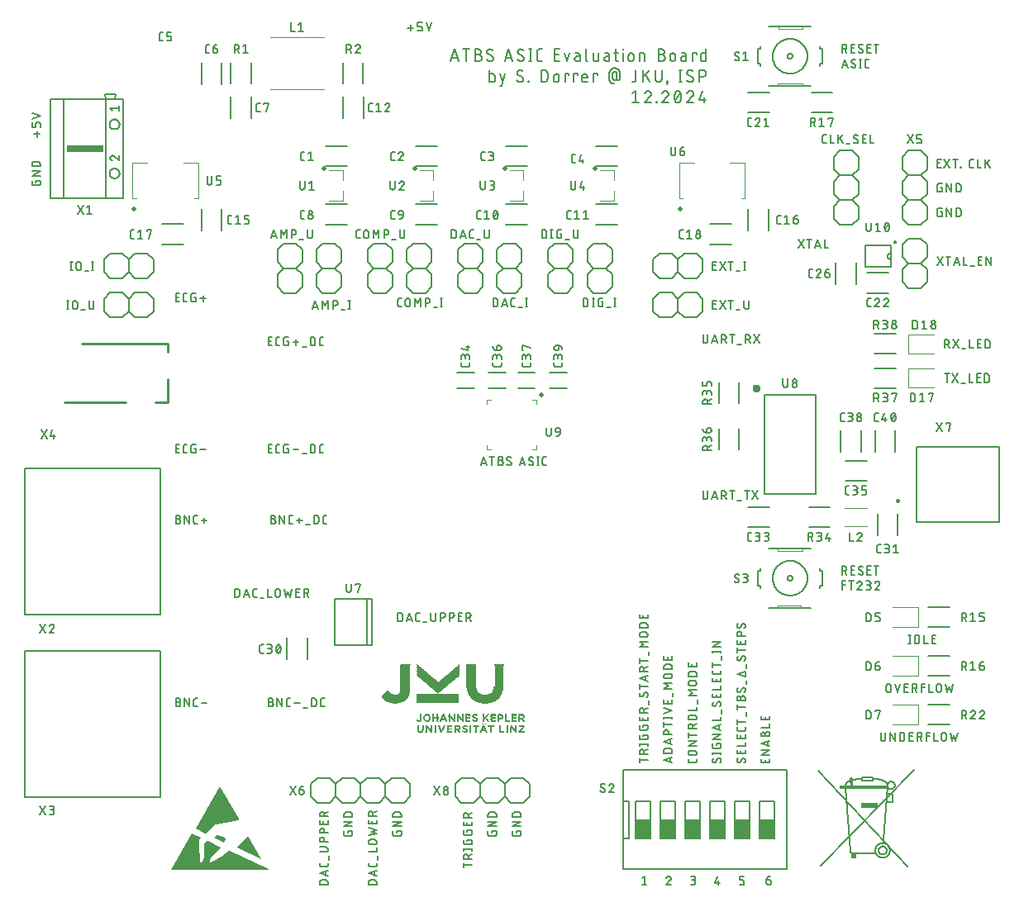
<source format=gbr>
G04 EAGLE Gerber RS-274X export*
G75*
%MOMM*%
%FSLAX34Y34*%
%LPD*%
%INSilkscreen Top*%
%IPPOS*%
%AMOC8*
5,1,8,0,0,1.08239X$1,22.5*%
G01*
G04 Define Apertures*
%ADD10C,0.203200*%
%ADD11R,0.050800X0.025400*%
%ADD12R,0.177800X0.025400*%
%ADD13R,0.025400X0.025400*%
%ADD14R,0.127000X0.025400*%
%ADD15R,0.330200X0.025400*%
%ADD16R,0.152400X0.025400*%
%ADD17R,0.558800X0.025400*%
%ADD18R,0.355600X0.025400*%
%ADD19R,0.508000X0.025400*%
%ADD20R,0.609600X0.025400*%
%ADD21R,0.431800X0.025400*%
%ADD22R,0.406400X0.025400*%
%ADD23R,0.482600X0.025400*%
%ADD24R,0.533400X0.025400*%
%ADD25R,0.203200X0.025400*%
%ADD26R,0.228600X0.025400*%
%ADD27R,0.457200X0.025400*%
%ADD28R,0.254000X0.025400*%
%ADD29R,0.101600X0.025400*%
%ADD30R,0.279400X0.025400*%
%ADD31R,0.584200X0.025400*%
%ADD32R,0.304800X0.025400*%
%ADD33R,0.381000X0.025400*%
%ADD34R,0.076200X0.025400*%
%ADD35R,0.711200X0.025400*%
%ADD36R,0.863600X0.025400*%
%ADD37R,1.041400X0.025400*%
%ADD38R,1.066800X0.025400*%
%ADD39R,4.318000X0.025400*%
%ADD40R,1.219200X0.025400*%
%ADD41R,1.422400X0.025400*%
%ADD42R,1.346200X0.025400*%
%ADD43R,1.574800X0.025400*%
%ADD44R,1.473200X0.025400*%
%ADD45R,1.727200X0.025400*%
%ADD46R,1.600200X0.025400*%
%ADD47R,1.828800X0.025400*%
%ADD48R,1.676400X0.025400*%
%ADD49R,1.930400X0.025400*%
%ADD50R,1.803400X0.025400*%
%ADD51R,2.032000X0.025400*%
%ADD52R,1.879600X0.025400*%
%ADD53R,2.159000X0.025400*%
%ADD54R,1.955800X0.025400*%
%ADD55R,2.209800X0.025400*%
%ADD56R,2.006600X0.025400*%
%ADD57R,2.286000X0.025400*%
%ADD58R,2.057400X0.025400*%
%ADD59R,2.387600X0.025400*%
%ADD60R,2.438400X0.025400*%
%ADD61R,2.489200X0.025400*%
%ADD62R,2.260600X0.025400*%
%ADD63R,2.590800X0.025400*%
%ADD64R,2.336800X0.025400*%
%ADD65R,2.616200X0.025400*%
%ADD66R,2.692400X0.025400*%
%ADD67R,2.413000X0.025400*%
%ADD68R,2.717800X0.025400*%
%ADD69R,2.463800X0.025400*%
%ADD70R,2.794000X0.025400*%
%ADD71R,2.514600X0.025400*%
%ADD72R,2.844800X0.025400*%
%ADD73R,2.565400X0.025400*%
%ADD74R,2.895600X0.025400*%
%ADD75R,2.946400X0.025400*%
%ADD76R,2.641600X0.025400*%
%ADD77R,2.971800X0.025400*%
%ADD78R,3.022600X0.025400*%
%ADD79R,3.048000X0.025400*%
%ADD80R,3.098800X0.025400*%
%ADD81R,3.124200X0.025400*%
%ADD82R,2.667000X0.025400*%
%ADD83R,3.149600X0.025400*%
%ADD84R,3.200400X0.025400*%
%ADD85R,3.225800X0.025400*%
%ADD86R,3.251200X0.025400*%
%ADD87R,3.276600X0.025400*%
%ADD88R,1.524000X0.025400*%
%ADD89R,1.498600X0.025400*%
%ADD90R,0.990600X0.025400*%
%ADD91R,1.244600X0.025400*%
%ADD92R,1.371600X0.025400*%
%ADD93R,0.838200X0.025400*%
%ADD94R,1.193800X0.025400*%
%ADD95R,1.320800X0.025400*%
%ADD96R,1.295400X0.025400*%
%ADD97R,0.787400X0.025400*%
%ADD98R,1.143000X0.025400*%
%ADD99R,1.117600X0.025400*%
%ADD100R,0.635000X0.025400*%
%ADD101R,1.092200X0.025400*%
%ADD102R,1.168400X0.025400*%
%ADD103R,1.016000X0.025400*%
%ADD104R,0.965200X0.025400*%
%ADD105R,0.660400X0.025400*%
%ADD106R,0.762000X0.025400*%
%ADD107R,0.889000X0.025400*%
%ADD108R,0.939800X0.025400*%
%ADD109R,1.549400X0.025400*%
%ADD110R,0.914400X0.025400*%
%ADD111R,1.778000X0.025400*%
%ADD112R,1.905000X0.025400*%
%ADD113R,2.082800X0.025400*%
%ADD114R,2.133600X0.025400*%
%ADD115R,2.184400X0.025400*%
%ADD116R,2.362200X0.025400*%
%ADD117R,2.540000X0.025400*%
%ADD118R,1.270000X0.025400*%
%ADD119R,0.812800X0.025400*%
%ADD120R,0.736600X0.025400*%
%ADD121R,0.685800X0.025400*%
%ADD122C,0.152400*%
%ADD123C,0.127000*%
%ADD124C,0.120000*%
%ADD125C,0.050800*%
%ADD126R,1.524000X1.905000*%
%ADD127C,0.500000*%
%ADD128C,0.406400*%
%ADD129R,3.810000X0.762000*%
%ADD130C,0.254000*%
%ADD131C,0.166400*%
%ADD132R,4.886800X0.353500*%
%ADD133R,1.684300X0.582200*%
%ADD134R,0.582300X0.561400*%
G36*
X250646Y24537D02*
X250646Y23208D01*
X150539Y23208D01*
X172060Y60990D01*
X181448Y56543D01*
X179905Y53972D01*
X179463Y53087D01*
X179463Y49380D01*
X180860Y30749D01*
X181514Y30749D01*
X182817Y31618D01*
X183724Y33433D01*
X184654Y36222D01*
X185121Y40427D01*
X185121Y49446D01*
X187592Y52905D01*
X189181Y52905D01*
X202090Y46690D01*
X202090Y45966D01*
X193078Y37902D01*
X191217Y35110D01*
X190305Y33288D01*
X190305Y31984D01*
X190735Y31124D01*
X191110Y30749D01*
X191894Y30749D01*
X195135Y32602D01*
X198897Y34953D01*
X202194Y37307D01*
X206443Y40139D01*
X210274Y42534D01*
X211335Y42534D01*
X250646Y24537D01*
G37*
G36*
X196832Y69943D02*
X186861Y60921D01*
X185772Y60921D01*
X176071Y65771D01*
X200913Y108766D01*
X220004Y75833D01*
X220004Y74632D01*
X197256Y70366D01*
X196832Y69943D01*
G37*
G36*
X243158Y34723D02*
X242922Y34470D01*
X219063Y45923D01*
X219063Y46633D01*
X229713Y58252D01*
X243158Y34723D01*
G37*
G36*
X206316Y53045D02*
X205238Y51428D01*
X194795Y56401D01*
X198481Y59034D01*
X199532Y59034D01*
X204314Y57600D01*
X205796Y56611D01*
X206823Y55072D01*
X206316Y53045D01*
G37*
D10*
X437149Y852463D02*
X441213Y864655D01*
X445277Y852463D01*
X444261Y855511D02*
X438165Y855511D01*
X453161Y852463D02*
X453161Y864655D01*
X449775Y864655D02*
X456548Y864655D01*
X462414Y859236D02*
X465800Y859236D01*
X465800Y859237D02*
X465916Y859235D01*
X466031Y859229D01*
X466146Y859219D01*
X466261Y859205D01*
X466375Y859188D01*
X466489Y859166D01*
X466602Y859141D01*
X466714Y859111D01*
X466825Y859078D01*
X466934Y859041D01*
X467043Y859001D01*
X467149Y858957D01*
X467255Y858909D01*
X467358Y858857D01*
X467460Y858802D01*
X467560Y858744D01*
X467658Y858682D01*
X467753Y858617D01*
X467847Y858549D01*
X467937Y858477D01*
X468026Y858403D01*
X468112Y858325D01*
X468195Y858245D01*
X468275Y858162D01*
X468353Y858076D01*
X468427Y857987D01*
X468499Y857897D01*
X468567Y857803D01*
X468632Y857708D01*
X468694Y857610D01*
X468752Y857510D01*
X468807Y857408D01*
X468859Y857305D01*
X468907Y857199D01*
X468951Y857093D01*
X468991Y856984D01*
X469028Y856875D01*
X469061Y856764D01*
X469091Y856652D01*
X469116Y856539D01*
X469138Y856425D01*
X469155Y856311D01*
X469169Y856196D01*
X469179Y856081D01*
X469185Y855966D01*
X469187Y855850D01*
X469185Y855734D01*
X469179Y855619D01*
X469169Y855504D01*
X469155Y855389D01*
X469138Y855275D01*
X469116Y855161D01*
X469091Y855048D01*
X469061Y854936D01*
X469028Y854825D01*
X468991Y854716D01*
X468951Y854607D01*
X468907Y854501D01*
X468859Y854395D01*
X468807Y854292D01*
X468752Y854190D01*
X468694Y854090D01*
X468632Y853992D01*
X468567Y853897D01*
X468499Y853803D01*
X468427Y853713D01*
X468353Y853624D01*
X468275Y853538D01*
X468195Y853455D01*
X468112Y853375D01*
X468026Y853297D01*
X467937Y853223D01*
X467847Y853151D01*
X467753Y853083D01*
X467658Y853018D01*
X467560Y852956D01*
X467460Y852898D01*
X467358Y852843D01*
X467255Y852791D01*
X467149Y852743D01*
X467043Y852699D01*
X466934Y852659D01*
X466825Y852622D01*
X466714Y852589D01*
X466602Y852559D01*
X466489Y852534D01*
X466375Y852512D01*
X466261Y852495D01*
X466146Y852481D01*
X466031Y852471D01*
X465916Y852465D01*
X465800Y852463D01*
X462414Y852463D01*
X462414Y864655D01*
X465800Y864655D01*
X465903Y864653D01*
X466005Y864647D01*
X466107Y864638D01*
X466209Y864624D01*
X466310Y864607D01*
X466410Y864585D01*
X466509Y864560D01*
X466608Y864532D01*
X466705Y864499D01*
X466801Y864463D01*
X466896Y864424D01*
X466989Y864380D01*
X467080Y864334D01*
X467169Y864283D01*
X467257Y864230D01*
X467342Y864173D01*
X467425Y864113D01*
X467506Y864050D01*
X467585Y863984D01*
X467660Y863915D01*
X467734Y863843D01*
X467804Y863769D01*
X467872Y863692D01*
X467936Y863612D01*
X467998Y863530D01*
X468056Y863446D01*
X468111Y863359D01*
X468163Y863271D01*
X468211Y863180D01*
X468256Y863088D01*
X468298Y862995D01*
X468336Y862899D01*
X468370Y862803D01*
X468401Y862705D01*
X468427Y862606D01*
X468451Y862506D01*
X468470Y862405D01*
X468485Y862304D01*
X468497Y862202D01*
X468505Y862100D01*
X468509Y861997D01*
X468509Y861895D01*
X468505Y861792D01*
X468497Y861690D01*
X468485Y861588D01*
X468470Y861487D01*
X468451Y861386D01*
X468427Y861286D01*
X468401Y861187D01*
X468370Y861089D01*
X468336Y860993D01*
X468298Y860897D01*
X468256Y860804D01*
X468211Y860712D01*
X468163Y860621D01*
X468111Y860533D01*
X468056Y860446D01*
X467998Y860362D01*
X467936Y860280D01*
X467872Y860200D01*
X467804Y860123D01*
X467734Y860049D01*
X467660Y859977D01*
X467585Y859908D01*
X467506Y859842D01*
X467425Y859779D01*
X467342Y859719D01*
X467257Y859662D01*
X467169Y859609D01*
X467080Y859558D01*
X466989Y859512D01*
X466896Y859468D01*
X466801Y859429D01*
X466705Y859393D01*
X466608Y859360D01*
X466509Y859332D01*
X466410Y859307D01*
X466310Y859285D01*
X466209Y859268D01*
X466107Y859254D01*
X466005Y859245D01*
X465903Y859239D01*
X465800Y859237D01*
X478162Y852463D02*
X478263Y852465D01*
X478364Y852471D01*
X478465Y852480D01*
X478566Y852493D01*
X478666Y852510D01*
X478765Y852531D01*
X478863Y852555D01*
X478960Y852583D01*
X479057Y852615D01*
X479152Y852650D01*
X479245Y852689D01*
X479337Y852731D01*
X479428Y852777D01*
X479517Y852826D01*
X479603Y852878D01*
X479688Y852934D01*
X479771Y852992D01*
X479851Y853054D01*
X479929Y853119D01*
X480005Y853186D01*
X480078Y853256D01*
X480148Y853329D01*
X480215Y853405D01*
X480280Y853483D01*
X480342Y853563D01*
X480400Y853646D01*
X480456Y853731D01*
X480508Y853818D01*
X480557Y853906D01*
X480603Y853997D01*
X480645Y854089D01*
X480684Y854182D01*
X480719Y854277D01*
X480751Y854374D01*
X480779Y854471D01*
X480803Y854569D01*
X480824Y854668D01*
X480841Y854768D01*
X480854Y854869D01*
X480863Y854970D01*
X480869Y855071D01*
X480871Y855172D01*
X478162Y852463D02*
X478011Y852465D01*
X477861Y852471D01*
X477711Y852481D01*
X477561Y852495D01*
X477411Y852512D01*
X477262Y852534D01*
X477113Y852560D01*
X476966Y852589D01*
X476819Y852623D01*
X476673Y852660D01*
X476528Y852701D01*
X476384Y852746D01*
X476242Y852795D01*
X476100Y852847D01*
X475960Y852903D01*
X475822Y852963D01*
X475686Y853026D01*
X475551Y853093D01*
X475417Y853164D01*
X475286Y853238D01*
X475157Y853315D01*
X475030Y853396D01*
X474905Y853480D01*
X474782Y853567D01*
X474662Y853658D01*
X474544Y853752D01*
X474428Y853848D01*
X474315Y853948D01*
X474205Y854051D01*
X474098Y854156D01*
X474437Y861946D02*
X474439Y862047D01*
X474445Y862148D01*
X474454Y862249D01*
X474467Y862350D01*
X474484Y862450D01*
X474505Y862549D01*
X474529Y862647D01*
X474557Y862744D01*
X474589Y862841D01*
X474624Y862936D01*
X474663Y863029D01*
X474705Y863121D01*
X474751Y863212D01*
X474800Y863301D01*
X474852Y863387D01*
X474908Y863472D01*
X474966Y863555D01*
X475028Y863635D01*
X475093Y863713D01*
X475160Y863789D01*
X475230Y863862D01*
X475303Y863932D01*
X475379Y863999D01*
X475457Y864064D01*
X475537Y864126D01*
X475620Y864184D01*
X475705Y864240D01*
X475792Y864292D01*
X475880Y864341D01*
X475971Y864387D01*
X476063Y864429D01*
X476156Y864468D01*
X476251Y864503D01*
X476348Y864535D01*
X476445Y864563D01*
X476543Y864587D01*
X476642Y864608D01*
X476742Y864625D01*
X476843Y864638D01*
X476944Y864647D01*
X477045Y864653D01*
X477146Y864655D01*
X477288Y864653D01*
X477430Y864647D01*
X477572Y864637D01*
X477713Y864623D01*
X477854Y864605D01*
X477995Y864584D01*
X478135Y864558D01*
X478274Y864528D01*
X478412Y864495D01*
X478549Y864457D01*
X478685Y864416D01*
X478820Y864371D01*
X478953Y864323D01*
X479085Y864270D01*
X479216Y864214D01*
X479345Y864154D01*
X479472Y864091D01*
X479598Y864024D01*
X479721Y863954D01*
X479843Y863880D01*
X479962Y863803D01*
X480079Y863723D01*
X480194Y863639D01*
X475791Y859575D02*
X475704Y859628D01*
X475619Y859685D01*
X475536Y859745D01*
X475456Y859808D01*
X475378Y859873D01*
X475302Y859942D01*
X475229Y860013D01*
X475159Y860087D01*
X475091Y860164D01*
X475027Y860243D01*
X474965Y860324D01*
X474906Y860407D01*
X474851Y860493D01*
X474799Y860581D01*
X474750Y860670D01*
X474704Y860761D01*
X474662Y860854D01*
X474623Y860949D01*
X474588Y861045D01*
X474556Y861142D01*
X474528Y861240D01*
X474504Y861339D01*
X474483Y861439D01*
X474466Y861539D01*
X474453Y861640D01*
X474444Y861742D01*
X474438Y861844D01*
X474436Y861946D01*
X479516Y857543D02*
X479603Y857490D01*
X479688Y857433D01*
X479771Y857373D01*
X479851Y857310D01*
X479929Y857245D01*
X480005Y857176D01*
X480078Y857105D01*
X480148Y857031D01*
X480216Y856954D01*
X480280Y856875D01*
X480342Y856794D01*
X480401Y856711D01*
X480456Y856625D01*
X480508Y856537D01*
X480557Y856448D01*
X480603Y856357D01*
X480645Y856264D01*
X480684Y856169D01*
X480719Y856073D01*
X480751Y855976D01*
X480779Y855878D01*
X480803Y855779D01*
X480824Y855679D01*
X480841Y855579D01*
X480854Y855478D01*
X480863Y855376D01*
X480869Y855274D01*
X480871Y855172D01*
X479516Y857543D02*
X475791Y859575D01*
X492623Y852463D02*
X496687Y864655D01*
X500751Y852463D01*
X499735Y855511D02*
X493639Y855511D01*
X509739Y852463D02*
X509840Y852465D01*
X509941Y852471D01*
X510042Y852480D01*
X510143Y852493D01*
X510243Y852510D01*
X510342Y852531D01*
X510440Y852555D01*
X510537Y852583D01*
X510634Y852615D01*
X510729Y852650D01*
X510822Y852689D01*
X510914Y852731D01*
X511005Y852777D01*
X511094Y852826D01*
X511180Y852878D01*
X511265Y852934D01*
X511348Y852992D01*
X511428Y853054D01*
X511506Y853119D01*
X511582Y853186D01*
X511655Y853256D01*
X511725Y853329D01*
X511792Y853405D01*
X511857Y853483D01*
X511919Y853563D01*
X511977Y853646D01*
X512033Y853731D01*
X512085Y853818D01*
X512134Y853906D01*
X512180Y853997D01*
X512222Y854089D01*
X512261Y854182D01*
X512296Y854277D01*
X512328Y854374D01*
X512356Y854471D01*
X512380Y854569D01*
X512401Y854668D01*
X512418Y854768D01*
X512431Y854869D01*
X512440Y854970D01*
X512446Y855071D01*
X512448Y855172D01*
X509739Y852463D02*
X509588Y852465D01*
X509438Y852471D01*
X509288Y852481D01*
X509138Y852495D01*
X508988Y852512D01*
X508839Y852534D01*
X508690Y852560D01*
X508543Y852589D01*
X508396Y852623D01*
X508250Y852660D01*
X508105Y852701D01*
X507961Y852746D01*
X507819Y852795D01*
X507677Y852847D01*
X507537Y852903D01*
X507399Y852963D01*
X507263Y853026D01*
X507128Y853093D01*
X506994Y853164D01*
X506863Y853238D01*
X506734Y853315D01*
X506607Y853396D01*
X506482Y853480D01*
X506359Y853567D01*
X506239Y853658D01*
X506121Y853752D01*
X506005Y853848D01*
X505892Y853948D01*
X505782Y854051D01*
X505675Y854156D01*
X506014Y861946D02*
X506016Y862047D01*
X506022Y862148D01*
X506031Y862249D01*
X506044Y862350D01*
X506061Y862450D01*
X506082Y862549D01*
X506106Y862647D01*
X506134Y862744D01*
X506166Y862841D01*
X506201Y862936D01*
X506240Y863029D01*
X506282Y863121D01*
X506328Y863212D01*
X506377Y863301D01*
X506429Y863387D01*
X506485Y863472D01*
X506543Y863555D01*
X506605Y863635D01*
X506670Y863713D01*
X506737Y863789D01*
X506807Y863862D01*
X506880Y863932D01*
X506956Y863999D01*
X507034Y864064D01*
X507114Y864126D01*
X507197Y864184D01*
X507282Y864240D01*
X507369Y864292D01*
X507457Y864341D01*
X507548Y864387D01*
X507640Y864429D01*
X507733Y864468D01*
X507828Y864503D01*
X507925Y864535D01*
X508022Y864563D01*
X508120Y864587D01*
X508219Y864608D01*
X508319Y864625D01*
X508420Y864638D01*
X508521Y864647D01*
X508622Y864653D01*
X508723Y864655D01*
X508865Y864653D01*
X509007Y864647D01*
X509149Y864637D01*
X509290Y864623D01*
X509431Y864605D01*
X509572Y864584D01*
X509712Y864558D01*
X509851Y864528D01*
X509989Y864495D01*
X510126Y864457D01*
X510262Y864416D01*
X510397Y864371D01*
X510530Y864323D01*
X510662Y864270D01*
X510793Y864214D01*
X510922Y864154D01*
X511049Y864091D01*
X511175Y864024D01*
X511298Y863954D01*
X511420Y863880D01*
X511539Y863803D01*
X511656Y863723D01*
X511771Y863639D01*
X507368Y859575D02*
X507281Y859628D01*
X507196Y859685D01*
X507113Y859745D01*
X507033Y859808D01*
X506955Y859873D01*
X506879Y859942D01*
X506806Y860013D01*
X506736Y860087D01*
X506668Y860164D01*
X506604Y860243D01*
X506542Y860324D01*
X506483Y860407D01*
X506428Y860493D01*
X506376Y860581D01*
X506327Y860670D01*
X506281Y860761D01*
X506239Y860854D01*
X506200Y860949D01*
X506165Y861045D01*
X506133Y861142D01*
X506105Y861240D01*
X506081Y861339D01*
X506060Y861439D01*
X506043Y861539D01*
X506030Y861640D01*
X506021Y861742D01*
X506015Y861844D01*
X506013Y861946D01*
X511094Y857543D02*
X511181Y857490D01*
X511266Y857433D01*
X511349Y857373D01*
X511429Y857310D01*
X511507Y857245D01*
X511583Y857176D01*
X511656Y857105D01*
X511726Y857031D01*
X511794Y856954D01*
X511858Y856875D01*
X511920Y856794D01*
X511979Y856711D01*
X512034Y856625D01*
X512086Y856537D01*
X512135Y856448D01*
X512181Y856357D01*
X512223Y856264D01*
X512262Y856169D01*
X512297Y856073D01*
X512329Y855976D01*
X512357Y855878D01*
X512381Y855779D01*
X512402Y855679D01*
X512419Y855579D01*
X512432Y855478D01*
X512441Y855376D01*
X512447Y855274D01*
X512449Y855172D01*
X511094Y857543D02*
X507368Y859575D01*
X518876Y864655D02*
X518876Y852463D01*
X517522Y852463D02*
X520231Y852463D01*
X520231Y864655D02*
X517522Y864655D01*
X528388Y852463D02*
X531098Y852463D01*
X528388Y852463D02*
X528287Y852465D01*
X528186Y852471D01*
X528085Y852480D01*
X527984Y852493D01*
X527884Y852510D01*
X527785Y852531D01*
X527687Y852555D01*
X527590Y852583D01*
X527493Y852615D01*
X527398Y852650D01*
X527305Y852689D01*
X527213Y852731D01*
X527122Y852777D01*
X527034Y852826D01*
X526947Y852878D01*
X526862Y852934D01*
X526779Y852992D01*
X526699Y853054D01*
X526621Y853119D01*
X526545Y853186D01*
X526472Y853256D01*
X526402Y853329D01*
X526335Y853405D01*
X526270Y853483D01*
X526208Y853563D01*
X526150Y853646D01*
X526094Y853731D01*
X526042Y853818D01*
X525993Y853906D01*
X525947Y853997D01*
X525905Y854089D01*
X525866Y854182D01*
X525831Y854277D01*
X525799Y854374D01*
X525771Y854471D01*
X525747Y854569D01*
X525726Y854668D01*
X525709Y854768D01*
X525696Y854869D01*
X525687Y854970D01*
X525681Y855071D01*
X525679Y855172D01*
X525679Y861946D01*
X525681Y862050D01*
X525687Y862153D01*
X525697Y862257D01*
X525711Y862360D01*
X525729Y862462D01*
X525750Y862563D01*
X525776Y862664D01*
X525805Y862763D01*
X525838Y862862D01*
X525875Y862959D01*
X525916Y863054D01*
X525960Y863148D01*
X526008Y863240D01*
X526059Y863330D01*
X526114Y863419D01*
X526172Y863505D01*
X526234Y863588D01*
X526298Y863670D01*
X526366Y863748D01*
X526436Y863824D01*
X526509Y863898D01*
X526586Y863968D01*
X526664Y864036D01*
X526746Y864100D01*
X526829Y864162D01*
X526915Y864220D01*
X527004Y864275D01*
X527094Y864326D01*
X527186Y864374D01*
X527280Y864418D01*
X527375Y864459D01*
X527472Y864496D01*
X527571Y864529D01*
X527670Y864558D01*
X527771Y864584D01*
X527872Y864605D01*
X527974Y864623D01*
X528077Y864637D01*
X528181Y864647D01*
X528284Y864653D01*
X528388Y864655D01*
X531098Y864655D01*
X543688Y852463D02*
X549107Y852463D01*
X543688Y852463D02*
X543688Y864655D01*
X549107Y864655D01*
X547752Y859236D02*
X543688Y859236D01*
X553718Y860591D02*
X556428Y852463D01*
X559137Y860591D01*
X566665Y857204D02*
X569713Y857204D01*
X566665Y857205D02*
X566568Y857203D01*
X566472Y857197D01*
X566376Y857187D01*
X566280Y857173D01*
X566185Y857156D01*
X566090Y857134D01*
X565997Y857109D01*
X565905Y857080D01*
X565814Y857047D01*
X565724Y857010D01*
X565636Y856970D01*
X565550Y856926D01*
X565466Y856879D01*
X565383Y856829D01*
X565303Y856775D01*
X565225Y856717D01*
X565149Y856657D01*
X565076Y856594D01*
X565006Y856528D01*
X564938Y856458D01*
X564873Y856387D01*
X564811Y856312D01*
X564753Y856235D01*
X564697Y856156D01*
X564645Y856075D01*
X564596Y855991D01*
X564550Y855906D01*
X564508Y855819D01*
X564470Y855730D01*
X564435Y855640D01*
X564404Y855548D01*
X564377Y855455D01*
X564353Y855362D01*
X564334Y855267D01*
X564318Y855171D01*
X564306Y855075D01*
X564298Y854979D01*
X564294Y854882D01*
X564294Y854786D01*
X564298Y854689D01*
X564306Y854593D01*
X564318Y854497D01*
X564334Y854401D01*
X564353Y854306D01*
X564377Y854213D01*
X564404Y854120D01*
X564435Y854028D01*
X564470Y853938D01*
X564508Y853849D01*
X564550Y853762D01*
X564596Y853677D01*
X564645Y853593D01*
X564697Y853512D01*
X564753Y853433D01*
X564811Y853356D01*
X564873Y853281D01*
X564938Y853210D01*
X565006Y853140D01*
X565076Y853074D01*
X565149Y853011D01*
X565225Y852951D01*
X565303Y852893D01*
X565383Y852839D01*
X565466Y852789D01*
X565550Y852742D01*
X565636Y852698D01*
X565724Y852658D01*
X565814Y852621D01*
X565905Y852588D01*
X565997Y852559D01*
X566090Y852534D01*
X566185Y852512D01*
X566280Y852495D01*
X566376Y852481D01*
X566472Y852471D01*
X566568Y852465D01*
X566665Y852463D01*
X569713Y852463D01*
X569713Y858559D01*
X569711Y858648D01*
X569705Y858736D01*
X569696Y858824D01*
X569682Y858912D01*
X569665Y858999D01*
X569644Y859085D01*
X569619Y859170D01*
X569590Y859254D01*
X569558Y859337D01*
X569523Y859418D01*
X569483Y859497D01*
X569441Y859575D01*
X569395Y859651D01*
X569346Y859725D01*
X569293Y859796D01*
X569238Y859865D01*
X569179Y859932D01*
X569118Y859996D01*
X569054Y860057D01*
X568987Y860116D01*
X568918Y860171D01*
X568847Y860224D01*
X568773Y860273D01*
X568697Y860319D01*
X568619Y860361D01*
X568540Y860401D01*
X568459Y860436D01*
X568376Y860468D01*
X568292Y860497D01*
X568207Y860522D01*
X568121Y860543D01*
X568034Y860560D01*
X567946Y860574D01*
X567858Y860583D01*
X567770Y860589D01*
X567681Y860591D01*
X564972Y860591D01*
X575973Y864655D02*
X575973Y854495D01*
X575975Y854406D01*
X575981Y854318D01*
X575990Y854230D01*
X576004Y854142D01*
X576021Y854055D01*
X576042Y853969D01*
X576067Y853884D01*
X576096Y853800D01*
X576128Y853717D01*
X576163Y853636D01*
X576203Y853557D01*
X576245Y853479D01*
X576291Y853403D01*
X576340Y853329D01*
X576393Y853258D01*
X576448Y853189D01*
X576507Y853122D01*
X576568Y853058D01*
X576632Y852997D01*
X576699Y852938D01*
X576768Y852883D01*
X576839Y852830D01*
X576913Y852781D01*
X576989Y852735D01*
X577067Y852693D01*
X577146Y852653D01*
X577227Y852618D01*
X577310Y852586D01*
X577394Y852557D01*
X577479Y852532D01*
X577565Y852511D01*
X577652Y852494D01*
X577740Y852480D01*
X577828Y852471D01*
X577916Y852465D01*
X578005Y852463D01*
X583162Y854495D02*
X583162Y860591D01*
X583162Y854495D02*
X583164Y854406D01*
X583170Y854318D01*
X583179Y854230D01*
X583193Y854142D01*
X583210Y854055D01*
X583231Y853969D01*
X583256Y853884D01*
X583285Y853800D01*
X583317Y853717D01*
X583352Y853636D01*
X583392Y853557D01*
X583434Y853479D01*
X583480Y853403D01*
X583529Y853329D01*
X583582Y853258D01*
X583637Y853189D01*
X583696Y853122D01*
X583757Y853058D01*
X583821Y852997D01*
X583888Y852938D01*
X583957Y852883D01*
X584028Y852830D01*
X584102Y852781D01*
X584178Y852735D01*
X584256Y852693D01*
X584335Y852653D01*
X584416Y852618D01*
X584499Y852586D01*
X584583Y852557D01*
X584668Y852532D01*
X584754Y852511D01*
X584841Y852494D01*
X584929Y852480D01*
X585017Y852471D01*
X585105Y852465D01*
X585194Y852463D01*
X588581Y852463D01*
X588581Y860591D01*
X596962Y857204D02*
X600010Y857204D01*
X596962Y857205D02*
X596865Y857203D01*
X596769Y857197D01*
X596673Y857187D01*
X596577Y857173D01*
X596482Y857156D01*
X596387Y857134D01*
X596294Y857109D01*
X596202Y857080D01*
X596111Y857047D01*
X596021Y857010D01*
X595933Y856970D01*
X595847Y856926D01*
X595763Y856879D01*
X595680Y856829D01*
X595600Y856775D01*
X595522Y856717D01*
X595446Y856657D01*
X595373Y856594D01*
X595303Y856528D01*
X595235Y856458D01*
X595170Y856387D01*
X595108Y856312D01*
X595050Y856235D01*
X594994Y856156D01*
X594942Y856075D01*
X594893Y855991D01*
X594847Y855906D01*
X594805Y855819D01*
X594767Y855730D01*
X594732Y855640D01*
X594701Y855548D01*
X594674Y855455D01*
X594650Y855362D01*
X594631Y855267D01*
X594615Y855171D01*
X594603Y855075D01*
X594595Y854979D01*
X594591Y854882D01*
X594591Y854786D01*
X594595Y854689D01*
X594603Y854593D01*
X594615Y854497D01*
X594631Y854401D01*
X594650Y854306D01*
X594674Y854213D01*
X594701Y854120D01*
X594732Y854028D01*
X594767Y853938D01*
X594805Y853849D01*
X594847Y853762D01*
X594893Y853677D01*
X594942Y853593D01*
X594994Y853512D01*
X595050Y853433D01*
X595108Y853356D01*
X595170Y853281D01*
X595235Y853210D01*
X595303Y853140D01*
X595373Y853074D01*
X595446Y853011D01*
X595522Y852951D01*
X595600Y852893D01*
X595680Y852839D01*
X595763Y852789D01*
X595847Y852742D01*
X595933Y852698D01*
X596021Y852658D01*
X596111Y852621D01*
X596202Y852588D01*
X596294Y852559D01*
X596387Y852534D01*
X596482Y852512D01*
X596577Y852495D01*
X596673Y852481D01*
X596769Y852471D01*
X596865Y852465D01*
X596962Y852463D01*
X600010Y852463D01*
X600010Y858559D01*
X600008Y858648D01*
X600002Y858736D01*
X599993Y858824D01*
X599979Y858912D01*
X599962Y858999D01*
X599941Y859085D01*
X599916Y859170D01*
X599887Y859254D01*
X599855Y859337D01*
X599820Y859418D01*
X599780Y859497D01*
X599738Y859575D01*
X599692Y859651D01*
X599643Y859725D01*
X599590Y859796D01*
X599535Y859865D01*
X599476Y859932D01*
X599415Y859996D01*
X599351Y860057D01*
X599284Y860116D01*
X599215Y860171D01*
X599144Y860224D01*
X599070Y860273D01*
X598994Y860319D01*
X598916Y860361D01*
X598837Y860401D01*
X598756Y860436D01*
X598673Y860468D01*
X598589Y860497D01*
X598504Y860522D01*
X598418Y860543D01*
X598331Y860560D01*
X598243Y860574D01*
X598155Y860583D01*
X598067Y860589D01*
X597978Y860591D01*
X595269Y860591D01*
X605031Y860591D02*
X609095Y860591D01*
X606386Y864655D02*
X606386Y854495D01*
X606388Y854406D01*
X606394Y854318D01*
X606403Y854230D01*
X606417Y854142D01*
X606434Y854055D01*
X606455Y853969D01*
X606480Y853884D01*
X606509Y853800D01*
X606541Y853717D01*
X606576Y853636D01*
X606616Y853557D01*
X606658Y853479D01*
X606704Y853403D01*
X606753Y853329D01*
X606806Y853258D01*
X606861Y853189D01*
X606920Y853122D01*
X606981Y853058D01*
X607045Y852997D01*
X607112Y852938D01*
X607181Y852883D01*
X607252Y852830D01*
X607326Y852781D01*
X607402Y852735D01*
X607480Y852693D01*
X607559Y852653D01*
X607640Y852618D01*
X607723Y852586D01*
X607807Y852557D01*
X607892Y852532D01*
X607978Y852511D01*
X608065Y852494D01*
X608153Y852480D01*
X608241Y852471D01*
X608329Y852465D01*
X608418Y852463D01*
X609095Y852463D01*
X614035Y852463D02*
X614035Y860591D01*
X613696Y863978D02*
X613696Y864655D01*
X614373Y864655D01*
X614373Y863978D01*
X613696Y863978D01*
X619433Y857882D02*
X619433Y855172D01*
X619433Y857882D02*
X619435Y857985D01*
X619441Y858087D01*
X619450Y858189D01*
X619464Y858291D01*
X619481Y858392D01*
X619503Y858492D01*
X619528Y858591D01*
X619556Y858690D01*
X619589Y858787D01*
X619625Y858883D01*
X619664Y858978D01*
X619708Y859071D01*
X619754Y859162D01*
X619805Y859251D01*
X619858Y859339D01*
X619915Y859424D01*
X619975Y859507D01*
X620038Y859588D01*
X620104Y859667D01*
X620173Y859742D01*
X620245Y859816D01*
X620319Y859886D01*
X620396Y859954D01*
X620476Y860018D01*
X620558Y860080D01*
X620642Y860138D01*
X620729Y860193D01*
X620817Y860245D01*
X620908Y860293D01*
X621000Y860338D01*
X621093Y860380D01*
X621189Y860418D01*
X621285Y860452D01*
X621383Y860483D01*
X621482Y860509D01*
X621582Y860533D01*
X621683Y860552D01*
X621784Y860567D01*
X621886Y860579D01*
X621988Y860587D01*
X622091Y860591D01*
X622193Y860591D01*
X622296Y860587D01*
X622398Y860579D01*
X622500Y860567D01*
X622601Y860552D01*
X622702Y860533D01*
X622802Y860509D01*
X622901Y860483D01*
X622999Y860452D01*
X623095Y860418D01*
X623191Y860380D01*
X623284Y860338D01*
X623376Y860293D01*
X623467Y860245D01*
X623555Y860193D01*
X623642Y860138D01*
X623726Y860080D01*
X623808Y860018D01*
X623888Y859954D01*
X623965Y859886D01*
X624039Y859816D01*
X624111Y859742D01*
X624180Y859667D01*
X624246Y859588D01*
X624309Y859507D01*
X624369Y859424D01*
X624426Y859339D01*
X624479Y859251D01*
X624530Y859162D01*
X624576Y859071D01*
X624620Y858978D01*
X624659Y858883D01*
X624695Y858787D01*
X624728Y858690D01*
X624756Y858591D01*
X624781Y858492D01*
X624803Y858392D01*
X624820Y858291D01*
X624834Y858189D01*
X624843Y858087D01*
X624849Y857985D01*
X624851Y857882D01*
X624852Y857882D02*
X624852Y855172D01*
X624851Y855172D02*
X624849Y855069D01*
X624843Y854967D01*
X624834Y854865D01*
X624820Y854763D01*
X624803Y854662D01*
X624781Y854562D01*
X624756Y854463D01*
X624728Y854364D01*
X624695Y854267D01*
X624659Y854171D01*
X624620Y854076D01*
X624576Y853983D01*
X624530Y853892D01*
X624479Y853803D01*
X624426Y853715D01*
X624369Y853630D01*
X624309Y853547D01*
X624246Y853466D01*
X624180Y853387D01*
X624111Y853312D01*
X624039Y853238D01*
X623965Y853168D01*
X623888Y853100D01*
X623808Y853036D01*
X623726Y852974D01*
X623642Y852916D01*
X623555Y852861D01*
X623467Y852809D01*
X623376Y852761D01*
X623284Y852716D01*
X623191Y852674D01*
X623095Y852636D01*
X622999Y852602D01*
X622901Y852571D01*
X622802Y852545D01*
X622702Y852521D01*
X622601Y852502D01*
X622500Y852487D01*
X622398Y852475D01*
X622296Y852467D01*
X622193Y852463D01*
X622091Y852463D01*
X621988Y852467D01*
X621886Y852475D01*
X621784Y852487D01*
X621683Y852502D01*
X621582Y852521D01*
X621482Y852545D01*
X621383Y852571D01*
X621285Y852602D01*
X621189Y852636D01*
X621093Y852674D01*
X621000Y852716D01*
X620908Y852761D01*
X620817Y852809D01*
X620729Y852861D01*
X620642Y852916D01*
X620558Y852974D01*
X620476Y853036D01*
X620396Y853100D01*
X620319Y853168D01*
X620245Y853238D01*
X620173Y853312D01*
X620104Y853387D01*
X620038Y853466D01*
X619975Y853547D01*
X619915Y853630D01*
X619858Y853715D01*
X619805Y853803D01*
X619754Y853892D01*
X619708Y853983D01*
X619664Y854076D01*
X619625Y854171D01*
X619589Y854267D01*
X619556Y854364D01*
X619528Y854463D01*
X619503Y854562D01*
X619481Y854662D01*
X619464Y854763D01*
X619450Y854865D01*
X619441Y854967D01*
X619435Y855069D01*
X619433Y855172D01*
X630954Y852463D02*
X630954Y860591D01*
X634341Y860591D01*
X634430Y860589D01*
X634518Y860583D01*
X634606Y860574D01*
X634694Y860560D01*
X634781Y860543D01*
X634867Y860522D01*
X634952Y860497D01*
X635036Y860468D01*
X635119Y860436D01*
X635200Y860401D01*
X635279Y860361D01*
X635357Y860319D01*
X635433Y860273D01*
X635507Y860224D01*
X635578Y860171D01*
X635647Y860116D01*
X635714Y860057D01*
X635778Y859996D01*
X635839Y859932D01*
X635898Y859865D01*
X635953Y859796D01*
X636006Y859725D01*
X636055Y859651D01*
X636101Y859575D01*
X636143Y859497D01*
X636183Y859418D01*
X636218Y859337D01*
X636250Y859254D01*
X636279Y859170D01*
X636304Y859085D01*
X636325Y858999D01*
X636342Y858912D01*
X636356Y858824D01*
X636365Y858736D01*
X636371Y858648D01*
X636373Y858559D01*
X636373Y852463D01*
X650170Y859236D02*
X653557Y859236D01*
X653557Y859237D02*
X653673Y859235D01*
X653788Y859229D01*
X653903Y859219D01*
X654018Y859205D01*
X654132Y859188D01*
X654246Y859166D01*
X654359Y859141D01*
X654471Y859111D01*
X654582Y859078D01*
X654691Y859041D01*
X654800Y859001D01*
X654906Y858957D01*
X655012Y858909D01*
X655115Y858857D01*
X655217Y858802D01*
X655317Y858744D01*
X655415Y858682D01*
X655510Y858617D01*
X655604Y858549D01*
X655694Y858477D01*
X655783Y858403D01*
X655869Y858325D01*
X655952Y858245D01*
X656032Y858162D01*
X656110Y858076D01*
X656184Y857987D01*
X656256Y857897D01*
X656324Y857803D01*
X656389Y857708D01*
X656451Y857610D01*
X656509Y857510D01*
X656564Y857408D01*
X656616Y857305D01*
X656664Y857199D01*
X656708Y857093D01*
X656748Y856984D01*
X656785Y856875D01*
X656818Y856764D01*
X656848Y856652D01*
X656873Y856539D01*
X656895Y856425D01*
X656912Y856311D01*
X656926Y856196D01*
X656936Y856081D01*
X656942Y855966D01*
X656944Y855850D01*
X656942Y855734D01*
X656936Y855619D01*
X656926Y855504D01*
X656912Y855389D01*
X656895Y855275D01*
X656873Y855161D01*
X656848Y855048D01*
X656818Y854936D01*
X656785Y854825D01*
X656748Y854716D01*
X656708Y854607D01*
X656664Y854501D01*
X656616Y854395D01*
X656564Y854292D01*
X656509Y854190D01*
X656451Y854090D01*
X656389Y853992D01*
X656324Y853897D01*
X656256Y853803D01*
X656184Y853713D01*
X656110Y853624D01*
X656032Y853538D01*
X655952Y853455D01*
X655869Y853375D01*
X655783Y853297D01*
X655694Y853223D01*
X655604Y853151D01*
X655510Y853083D01*
X655415Y853018D01*
X655317Y852956D01*
X655217Y852898D01*
X655115Y852843D01*
X655012Y852791D01*
X654906Y852743D01*
X654800Y852699D01*
X654691Y852659D01*
X654582Y852622D01*
X654471Y852589D01*
X654359Y852559D01*
X654246Y852534D01*
X654132Y852512D01*
X654018Y852495D01*
X653903Y852481D01*
X653788Y852471D01*
X653673Y852465D01*
X653557Y852463D01*
X650170Y852463D01*
X650170Y864655D01*
X653557Y864655D01*
X653660Y864653D01*
X653762Y864647D01*
X653864Y864638D01*
X653966Y864624D01*
X654067Y864607D01*
X654167Y864585D01*
X654266Y864560D01*
X654365Y864532D01*
X654462Y864499D01*
X654558Y864463D01*
X654653Y864424D01*
X654746Y864380D01*
X654837Y864334D01*
X654926Y864283D01*
X655014Y864230D01*
X655099Y864173D01*
X655182Y864113D01*
X655263Y864050D01*
X655342Y863984D01*
X655417Y863915D01*
X655491Y863843D01*
X655561Y863769D01*
X655629Y863692D01*
X655693Y863612D01*
X655755Y863530D01*
X655813Y863446D01*
X655868Y863359D01*
X655920Y863271D01*
X655968Y863180D01*
X656013Y863088D01*
X656055Y862995D01*
X656093Y862899D01*
X656127Y862803D01*
X656158Y862705D01*
X656184Y862606D01*
X656208Y862506D01*
X656227Y862405D01*
X656242Y862304D01*
X656254Y862202D01*
X656262Y862100D01*
X656266Y861997D01*
X656266Y861895D01*
X656262Y861792D01*
X656254Y861690D01*
X656242Y861588D01*
X656227Y861487D01*
X656208Y861386D01*
X656184Y861286D01*
X656158Y861187D01*
X656127Y861089D01*
X656093Y860993D01*
X656055Y860897D01*
X656013Y860804D01*
X655968Y860712D01*
X655920Y860621D01*
X655868Y860533D01*
X655813Y860446D01*
X655755Y860362D01*
X655693Y860280D01*
X655629Y860200D01*
X655561Y860123D01*
X655491Y860049D01*
X655417Y859977D01*
X655342Y859908D01*
X655263Y859842D01*
X655182Y859779D01*
X655099Y859719D01*
X655014Y859662D01*
X654926Y859609D01*
X654837Y859558D01*
X654746Y859512D01*
X654653Y859468D01*
X654558Y859429D01*
X654462Y859393D01*
X654365Y859360D01*
X654266Y859332D01*
X654167Y859307D01*
X654067Y859285D01*
X653966Y859268D01*
X653864Y859254D01*
X653762Y859245D01*
X653660Y859239D01*
X653557Y859237D01*
X662105Y857882D02*
X662105Y855172D01*
X662105Y857882D02*
X662107Y857985D01*
X662113Y858087D01*
X662122Y858189D01*
X662136Y858291D01*
X662153Y858392D01*
X662175Y858492D01*
X662200Y858591D01*
X662228Y858690D01*
X662261Y858787D01*
X662297Y858883D01*
X662336Y858978D01*
X662380Y859071D01*
X662426Y859162D01*
X662477Y859251D01*
X662530Y859339D01*
X662587Y859424D01*
X662647Y859507D01*
X662710Y859588D01*
X662776Y859667D01*
X662845Y859742D01*
X662917Y859816D01*
X662991Y859886D01*
X663068Y859954D01*
X663148Y860018D01*
X663230Y860080D01*
X663314Y860138D01*
X663401Y860193D01*
X663489Y860245D01*
X663580Y860293D01*
X663672Y860338D01*
X663765Y860380D01*
X663861Y860418D01*
X663957Y860452D01*
X664055Y860483D01*
X664154Y860509D01*
X664254Y860533D01*
X664355Y860552D01*
X664456Y860567D01*
X664558Y860579D01*
X664660Y860587D01*
X664763Y860591D01*
X664865Y860591D01*
X664968Y860587D01*
X665070Y860579D01*
X665172Y860567D01*
X665273Y860552D01*
X665374Y860533D01*
X665474Y860509D01*
X665573Y860483D01*
X665671Y860452D01*
X665767Y860418D01*
X665863Y860380D01*
X665956Y860338D01*
X666048Y860293D01*
X666139Y860245D01*
X666227Y860193D01*
X666314Y860138D01*
X666398Y860080D01*
X666480Y860018D01*
X666560Y859954D01*
X666637Y859886D01*
X666711Y859816D01*
X666783Y859742D01*
X666852Y859667D01*
X666918Y859588D01*
X666981Y859507D01*
X667041Y859424D01*
X667098Y859339D01*
X667151Y859251D01*
X667202Y859162D01*
X667248Y859071D01*
X667292Y858978D01*
X667331Y858883D01*
X667367Y858787D01*
X667400Y858690D01*
X667428Y858591D01*
X667453Y858492D01*
X667475Y858392D01*
X667492Y858291D01*
X667506Y858189D01*
X667515Y858087D01*
X667521Y857985D01*
X667523Y857882D01*
X667524Y857882D02*
X667524Y855172D01*
X667523Y855172D02*
X667521Y855069D01*
X667515Y854967D01*
X667506Y854865D01*
X667492Y854763D01*
X667475Y854662D01*
X667453Y854562D01*
X667428Y854463D01*
X667400Y854364D01*
X667367Y854267D01*
X667331Y854171D01*
X667292Y854076D01*
X667248Y853983D01*
X667202Y853892D01*
X667151Y853803D01*
X667098Y853715D01*
X667041Y853630D01*
X666981Y853547D01*
X666918Y853466D01*
X666852Y853387D01*
X666783Y853312D01*
X666711Y853238D01*
X666637Y853168D01*
X666560Y853100D01*
X666480Y853036D01*
X666398Y852974D01*
X666314Y852916D01*
X666227Y852861D01*
X666139Y852809D01*
X666048Y852761D01*
X665956Y852716D01*
X665863Y852674D01*
X665767Y852636D01*
X665671Y852602D01*
X665573Y852571D01*
X665474Y852545D01*
X665374Y852521D01*
X665273Y852502D01*
X665172Y852487D01*
X665070Y852475D01*
X664968Y852467D01*
X664865Y852463D01*
X664763Y852463D01*
X664660Y852467D01*
X664558Y852475D01*
X664456Y852487D01*
X664355Y852502D01*
X664254Y852521D01*
X664154Y852545D01*
X664055Y852571D01*
X663957Y852602D01*
X663861Y852636D01*
X663765Y852674D01*
X663672Y852716D01*
X663580Y852761D01*
X663489Y852809D01*
X663401Y852861D01*
X663314Y852916D01*
X663230Y852974D01*
X663148Y853036D01*
X663068Y853100D01*
X662991Y853168D01*
X662917Y853238D01*
X662845Y853312D01*
X662776Y853387D01*
X662710Y853466D01*
X662647Y853547D01*
X662587Y853630D01*
X662530Y853715D01*
X662477Y853803D01*
X662426Y853892D01*
X662380Y853983D01*
X662336Y854076D01*
X662297Y854171D01*
X662261Y854267D01*
X662228Y854364D01*
X662200Y854463D01*
X662175Y854562D01*
X662153Y854662D01*
X662136Y854763D01*
X662122Y854865D01*
X662113Y854967D01*
X662107Y855069D01*
X662105Y855172D01*
X675478Y857204D02*
X678526Y857204D01*
X675478Y857205D02*
X675381Y857203D01*
X675285Y857197D01*
X675189Y857187D01*
X675093Y857173D01*
X674998Y857156D01*
X674903Y857134D01*
X674810Y857109D01*
X674718Y857080D01*
X674627Y857047D01*
X674537Y857010D01*
X674449Y856970D01*
X674363Y856926D01*
X674279Y856879D01*
X674196Y856829D01*
X674116Y856775D01*
X674038Y856717D01*
X673962Y856657D01*
X673889Y856594D01*
X673819Y856528D01*
X673751Y856458D01*
X673686Y856387D01*
X673624Y856312D01*
X673566Y856235D01*
X673510Y856156D01*
X673458Y856075D01*
X673409Y855991D01*
X673363Y855906D01*
X673321Y855819D01*
X673283Y855730D01*
X673248Y855640D01*
X673217Y855548D01*
X673190Y855455D01*
X673166Y855362D01*
X673147Y855267D01*
X673131Y855171D01*
X673119Y855075D01*
X673111Y854979D01*
X673107Y854882D01*
X673107Y854786D01*
X673111Y854689D01*
X673119Y854593D01*
X673131Y854497D01*
X673147Y854401D01*
X673166Y854306D01*
X673190Y854213D01*
X673217Y854120D01*
X673248Y854028D01*
X673283Y853938D01*
X673321Y853849D01*
X673363Y853762D01*
X673409Y853677D01*
X673458Y853593D01*
X673510Y853512D01*
X673566Y853433D01*
X673624Y853356D01*
X673686Y853281D01*
X673751Y853210D01*
X673819Y853140D01*
X673889Y853074D01*
X673962Y853011D01*
X674038Y852951D01*
X674116Y852893D01*
X674196Y852839D01*
X674279Y852789D01*
X674363Y852742D01*
X674449Y852698D01*
X674537Y852658D01*
X674627Y852621D01*
X674718Y852588D01*
X674810Y852559D01*
X674903Y852534D01*
X674998Y852512D01*
X675093Y852495D01*
X675189Y852481D01*
X675285Y852471D01*
X675381Y852465D01*
X675478Y852463D01*
X678526Y852463D01*
X678526Y858559D01*
X678524Y858648D01*
X678518Y858736D01*
X678509Y858824D01*
X678495Y858912D01*
X678478Y858999D01*
X678457Y859085D01*
X678432Y859170D01*
X678403Y859254D01*
X678371Y859337D01*
X678336Y859418D01*
X678296Y859497D01*
X678254Y859575D01*
X678208Y859651D01*
X678159Y859725D01*
X678106Y859796D01*
X678051Y859865D01*
X677992Y859932D01*
X677931Y859996D01*
X677867Y860057D01*
X677800Y860116D01*
X677731Y860171D01*
X677660Y860224D01*
X677586Y860273D01*
X677510Y860319D01*
X677432Y860361D01*
X677353Y860401D01*
X677272Y860436D01*
X677189Y860468D01*
X677105Y860497D01*
X677020Y860522D01*
X676934Y860543D01*
X676847Y860560D01*
X676759Y860574D01*
X676671Y860583D01*
X676583Y860589D01*
X676494Y860591D01*
X673785Y860591D01*
X685251Y860591D02*
X685251Y852463D01*
X685251Y860591D02*
X689315Y860591D01*
X689315Y859236D01*
X699009Y864655D02*
X699009Y852463D01*
X695622Y852463D01*
X695533Y852465D01*
X695445Y852471D01*
X695357Y852480D01*
X695269Y852494D01*
X695182Y852511D01*
X695096Y852532D01*
X695011Y852557D01*
X694927Y852586D01*
X694844Y852618D01*
X694763Y852653D01*
X694684Y852693D01*
X694606Y852735D01*
X694530Y852781D01*
X694456Y852830D01*
X694385Y852883D01*
X694316Y852938D01*
X694249Y852997D01*
X694185Y853058D01*
X694124Y853122D01*
X694065Y853189D01*
X694010Y853258D01*
X693957Y853329D01*
X693908Y853403D01*
X693862Y853479D01*
X693820Y853557D01*
X693780Y853636D01*
X693745Y853717D01*
X693713Y853800D01*
X693684Y853884D01*
X693659Y853969D01*
X693638Y854055D01*
X693621Y854142D01*
X693607Y854230D01*
X693598Y854318D01*
X693592Y854406D01*
X693590Y854495D01*
X693590Y858559D01*
X693592Y858648D01*
X693598Y858736D01*
X693607Y858824D01*
X693621Y858912D01*
X693638Y858999D01*
X693659Y859085D01*
X693684Y859170D01*
X693713Y859254D01*
X693745Y859337D01*
X693780Y859418D01*
X693820Y859497D01*
X693862Y859575D01*
X693908Y859651D01*
X693957Y859725D01*
X694010Y859796D01*
X694065Y859865D01*
X694124Y859932D01*
X694185Y859996D01*
X694249Y860057D01*
X694316Y860116D01*
X694385Y860171D01*
X694456Y860224D01*
X694530Y860273D01*
X694606Y860319D01*
X694684Y860361D01*
X694763Y860401D01*
X694844Y860436D01*
X694927Y860468D01*
X695011Y860497D01*
X695096Y860522D01*
X695182Y860543D01*
X695269Y860560D01*
X695357Y860574D01*
X695445Y860583D01*
X695533Y860589D01*
X695622Y860591D01*
X699009Y860591D01*
X477247Y843319D02*
X477247Y831127D01*
X480634Y831127D01*
X480723Y831129D01*
X480811Y831135D01*
X480899Y831144D01*
X480987Y831158D01*
X481074Y831175D01*
X481160Y831196D01*
X481245Y831221D01*
X481329Y831250D01*
X481412Y831282D01*
X481493Y831317D01*
X481572Y831357D01*
X481650Y831399D01*
X481726Y831445D01*
X481800Y831494D01*
X481871Y831547D01*
X481940Y831602D01*
X482007Y831661D01*
X482071Y831722D01*
X482132Y831786D01*
X482191Y831853D01*
X482246Y831922D01*
X482299Y831993D01*
X482348Y832067D01*
X482394Y832143D01*
X482436Y832221D01*
X482476Y832300D01*
X482511Y832381D01*
X482543Y832464D01*
X482572Y832548D01*
X482597Y832633D01*
X482618Y832719D01*
X482635Y832806D01*
X482649Y832894D01*
X482658Y832982D01*
X482664Y833070D01*
X482666Y833159D01*
X482666Y837223D01*
X482664Y837312D01*
X482658Y837400D01*
X482649Y837488D01*
X482635Y837576D01*
X482618Y837663D01*
X482597Y837749D01*
X482572Y837834D01*
X482543Y837918D01*
X482511Y838001D01*
X482476Y838082D01*
X482436Y838161D01*
X482394Y838239D01*
X482348Y838315D01*
X482299Y838389D01*
X482246Y838460D01*
X482191Y838529D01*
X482132Y838596D01*
X482071Y838660D01*
X482007Y838721D01*
X481940Y838780D01*
X481871Y838835D01*
X481800Y838888D01*
X481726Y838937D01*
X481650Y838983D01*
X481572Y839025D01*
X481493Y839065D01*
X481412Y839100D01*
X481329Y839132D01*
X481245Y839161D01*
X481160Y839186D01*
X481074Y839207D01*
X480987Y839224D01*
X480899Y839238D01*
X480811Y839247D01*
X480723Y839253D01*
X480634Y839255D01*
X477247Y839255D01*
X487824Y827063D02*
X489178Y827063D01*
X493242Y839255D01*
X487824Y839255D02*
X490533Y831127D01*
X509132Y831127D02*
X509233Y831129D01*
X509334Y831135D01*
X509435Y831144D01*
X509536Y831157D01*
X509636Y831174D01*
X509735Y831195D01*
X509833Y831219D01*
X509930Y831247D01*
X510027Y831279D01*
X510122Y831314D01*
X510215Y831353D01*
X510307Y831395D01*
X510398Y831441D01*
X510487Y831490D01*
X510573Y831542D01*
X510658Y831598D01*
X510741Y831656D01*
X510821Y831718D01*
X510899Y831783D01*
X510975Y831850D01*
X511048Y831920D01*
X511118Y831993D01*
X511185Y832069D01*
X511250Y832147D01*
X511312Y832227D01*
X511370Y832310D01*
X511426Y832395D01*
X511478Y832482D01*
X511527Y832570D01*
X511573Y832661D01*
X511615Y832753D01*
X511654Y832846D01*
X511689Y832941D01*
X511721Y833038D01*
X511749Y833135D01*
X511773Y833233D01*
X511794Y833332D01*
X511811Y833432D01*
X511824Y833533D01*
X511833Y833634D01*
X511839Y833735D01*
X511841Y833836D01*
X509132Y831127D02*
X508981Y831129D01*
X508831Y831135D01*
X508681Y831145D01*
X508531Y831159D01*
X508381Y831176D01*
X508232Y831198D01*
X508083Y831224D01*
X507936Y831253D01*
X507789Y831287D01*
X507643Y831324D01*
X507498Y831365D01*
X507354Y831410D01*
X507212Y831459D01*
X507070Y831511D01*
X506930Y831567D01*
X506792Y831627D01*
X506656Y831690D01*
X506521Y831757D01*
X506387Y831828D01*
X506256Y831902D01*
X506127Y831979D01*
X506000Y832060D01*
X505875Y832144D01*
X505752Y832231D01*
X505632Y832322D01*
X505514Y832416D01*
X505398Y832512D01*
X505285Y832612D01*
X505175Y832715D01*
X505068Y832820D01*
X505407Y840610D02*
X505409Y840711D01*
X505415Y840812D01*
X505424Y840913D01*
X505437Y841014D01*
X505454Y841114D01*
X505475Y841213D01*
X505499Y841311D01*
X505527Y841408D01*
X505559Y841505D01*
X505594Y841600D01*
X505633Y841693D01*
X505675Y841785D01*
X505721Y841876D01*
X505770Y841965D01*
X505822Y842051D01*
X505878Y842136D01*
X505936Y842219D01*
X505998Y842299D01*
X506063Y842377D01*
X506130Y842453D01*
X506200Y842526D01*
X506273Y842596D01*
X506349Y842663D01*
X506427Y842728D01*
X506507Y842790D01*
X506590Y842848D01*
X506675Y842904D01*
X506762Y842956D01*
X506850Y843005D01*
X506941Y843051D01*
X507033Y843093D01*
X507126Y843132D01*
X507221Y843167D01*
X507318Y843199D01*
X507415Y843227D01*
X507513Y843251D01*
X507612Y843272D01*
X507712Y843289D01*
X507813Y843302D01*
X507914Y843311D01*
X508015Y843317D01*
X508116Y843319D01*
X508258Y843317D01*
X508400Y843311D01*
X508542Y843301D01*
X508683Y843287D01*
X508824Y843269D01*
X508965Y843248D01*
X509105Y843222D01*
X509244Y843192D01*
X509382Y843159D01*
X509519Y843121D01*
X509655Y843080D01*
X509790Y843035D01*
X509923Y842987D01*
X510055Y842934D01*
X510186Y842878D01*
X510315Y842818D01*
X510442Y842755D01*
X510568Y842688D01*
X510691Y842618D01*
X510813Y842544D01*
X510932Y842467D01*
X511049Y842387D01*
X511164Y842303D01*
X506762Y838239D02*
X506675Y838292D01*
X506590Y838349D01*
X506507Y838409D01*
X506427Y838472D01*
X506349Y838537D01*
X506273Y838606D01*
X506200Y838677D01*
X506130Y838751D01*
X506062Y838828D01*
X505998Y838907D01*
X505936Y838988D01*
X505877Y839071D01*
X505822Y839157D01*
X505770Y839245D01*
X505721Y839334D01*
X505675Y839425D01*
X505633Y839518D01*
X505594Y839613D01*
X505559Y839709D01*
X505527Y839806D01*
X505499Y839904D01*
X505475Y840003D01*
X505454Y840103D01*
X505437Y840203D01*
X505424Y840304D01*
X505415Y840406D01*
X505409Y840508D01*
X505407Y840610D01*
X510487Y836207D02*
X510574Y836154D01*
X510659Y836097D01*
X510742Y836037D01*
X510822Y835974D01*
X510900Y835909D01*
X510976Y835840D01*
X511049Y835769D01*
X511119Y835695D01*
X511187Y835618D01*
X511251Y835539D01*
X511313Y835458D01*
X511372Y835375D01*
X511427Y835289D01*
X511479Y835201D01*
X511528Y835112D01*
X511574Y835021D01*
X511616Y834928D01*
X511655Y834833D01*
X511690Y834737D01*
X511722Y834640D01*
X511750Y834542D01*
X511774Y834443D01*
X511795Y834343D01*
X511812Y834243D01*
X511825Y834142D01*
X511834Y834040D01*
X511840Y833938D01*
X511842Y833836D01*
X510487Y836207D02*
X506762Y838239D01*
X516651Y831804D02*
X516651Y831127D01*
X516651Y831804D02*
X517328Y831804D01*
X517328Y831127D01*
X516651Y831127D01*
X529818Y831127D02*
X529818Y843319D01*
X533205Y843319D01*
X533321Y843317D01*
X533436Y843311D01*
X533551Y843301D01*
X533666Y843287D01*
X533780Y843270D01*
X533894Y843248D01*
X534007Y843223D01*
X534119Y843193D01*
X534230Y843160D01*
X534339Y843123D01*
X534448Y843083D01*
X534554Y843039D01*
X534660Y842991D01*
X534763Y842939D01*
X534865Y842884D01*
X534965Y842826D01*
X535063Y842764D01*
X535158Y842699D01*
X535252Y842631D01*
X535343Y842559D01*
X535431Y842485D01*
X535517Y842407D01*
X535600Y842327D01*
X535680Y842244D01*
X535758Y842158D01*
X535832Y842069D01*
X535904Y841979D01*
X535972Y841885D01*
X536037Y841790D01*
X536099Y841692D01*
X536157Y841592D01*
X536212Y841490D01*
X536264Y841387D01*
X536312Y841281D01*
X536356Y841175D01*
X536396Y841066D01*
X536433Y840957D01*
X536466Y840846D01*
X536496Y840734D01*
X536521Y840621D01*
X536543Y840507D01*
X536560Y840393D01*
X536574Y840278D01*
X536584Y840163D01*
X536590Y840048D01*
X536592Y839932D01*
X536591Y839932D02*
X536591Y834514D01*
X536592Y834514D02*
X536590Y834398D01*
X536584Y834283D01*
X536574Y834168D01*
X536560Y834053D01*
X536543Y833939D01*
X536521Y833825D01*
X536496Y833712D01*
X536466Y833600D01*
X536433Y833489D01*
X536396Y833380D01*
X536356Y833271D01*
X536312Y833165D01*
X536264Y833059D01*
X536212Y832956D01*
X536157Y832854D01*
X536099Y832754D01*
X536037Y832656D01*
X535972Y832561D01*
X535904Y832467D01*
X535832Y832377D01*
X535758Y832288D01*
X535680Y832202D01*
X535600Y832119D01*
X535517Y832039D01*
X535431Y831961D01*
X535343Y831887D01*
X535252Y831815D01*
X535158Y831747D01*
X535063Y831682D01*
X534965Y831620D01*
X534865Y831562D01*
X534763Y831507D01*
X534660Y831455D01*
X534554Y831407D01*
X534448Y831363D01*
X534339Y831323D01*
X534230Y831286D01*
X534119Y831253D01*
X534007Y831223D01*
X533894Y831198D01*
X533781Y831176D01*
X533666Y831159D01*
X533551Y831145D01*
X533436Y831135D01*
X533321Y831129D01*
X533205Y831127D01*
X529818Y831127D01*
X542870Y833836D02*
X542870Y836546D01*
X542871Y836546D02*
X542873Y836649D01*
X542879Y836751D01*
X542888Y836853D01*
X542902Y836955D01*
X542919Y837056D01*
X542941Y837156D01*
X542966Y837255D01*
X542994Y837354D01*
X543027Y837451D01*
X543063Y837547D01*
X543102Y837642D01*
X543146Y837735D01*
X543192Y837826D01*
X543243Y837915D01*
X543296Y838003D01*
X543353Y838088D01*
X543413Y838171D01*
X543476Y838252D01*
X543542Y838331D01*
X543611Y838406D01*
X543683Y838480D01*
X543757Y838550D01*
X543834Y838618D01*
X543914Y838682D01*
X543996Y838744D01*
X544080Y838802D01*
X544167Y838857D01*
X544255Y838909D01*
X544346Y838957D01*
X544438Y839002D01*
X544531Y839044D01*
X544627Y839082D01*
X544723Y839116D01*
X544821Y839147D01*
X544920Y839173D01*
X545020Y839197D01*
X545121Y839216D01*
X545222Y839231D01*
X545324Y839243D01*
X545426Y839251D01*
X545529Y839255D01*
X545631Y839255D01*
X545734Y839251D01*
X545836Y839243D01*
X545938Y839231D01*
X546039Y839216D01*
X546140Y839197D01*
X546240Y839173D01*
X546339Y839147D01*
X546437Y839116D01*
X546533Y839082D01*
X546629Y839044D01*
X546722Y839002D01*
X546814Y838957D01*
X546905Y838909D01*
X546993Y838857D01*
X547080Y838802D01*
X547164Y838744D01*
X547246Y838682D01*
X547326Y838618D01*
X547403Y838550D01*
X547477Y838480D01*
X547549Y838406D01*
X547618Y838331D01*
X547684Y838252D01*
X547747Y838171D01*
X547807Y838088D01*
X547864Y838003D01*
X547917Y837915D01*
X547968Y837826D01*
X548014Y837735D01*
X548058Y837642D01*
X548097Y837547D01*
X548133Y837451D01*
X548166Y837354D01*
X548194Y837255D01*
X548219Y837156D01*
X548241Y837056D01*
X548258Y836955D01*
X548272Y836853D01*
X548281Y836751D01*
X548287Y836649D01*
X548289Y836546D01*
X548289Y833836D01*
X548287Y833733D01*
X548281Y833631D01*
X548272Y833529D01*
X548258Y833427D01*
X548241Y833326D01*
X548219Y833226D01*
X548194Y833127D01*
X548166Y833028D01*
X548133Y832931D01*
X548097Y832835D01*
X548058Y832740D01*
X548014Y832647D01*
X547968Y832556D01*
X547917Y832467D01*
X547864Y832379D01*
X547807Y832294D01*
X547747Y832211D01*
X547684Y832130D01*
X547618Y832051D01*
X547549Y831976D01*
X547477Y831902D01*
X547403Y831832D01*
X547326Y831764D01*
X547246Y831700D01*
X547164Y831638D01*
X547080Y831580D01*
X546993Y831525D01*
X546905Y831473D01*
X546814Y831425D01*
X546722Y831380D01*
X546629Y831338D01*
X546533Y831300D01*
X546437Y831266D01*
X546339Y831235D01*
X546240Y831209D01*
X546140Y831185D01*
X546039Y831166D01*
X545938Y831151D01*
X545836Y831139D01*
X545734Y831131D01*
X545631Y831127D01*
X545529Y831127D01*
X545426Y831131D01*
X545324Y831139D01*
X545222Y831151D01*
X545121Y831166D01*
X545020Y831185D01*
X544920Y831209D01*
X544821Y831235D01*
X544723Y831266D01*
X544627Y831300D01*
X544531Y831338D01*
X544438Y831380D01*
X544346Y831425D01*
X544255Y831473D01*
X544167Y831525D01*
X544080Y831580D01*
X543996Y831638D01*
X543914Y831700D01*
X543834Y831764D01*
X543757Y831832D01*
X543683Y831902D01*
X543611Y831976D01*
X543542Y832051D01*
X543476Y832130D01*
X543413Y832211D01*
X543353Y832294D01*
X543296Y832379D01*
X543243Y832467D01*
X543192Y832556D01*
X543146Y832647D01*
X543102Y832740D01*
X543063Y832835D01*
X543027Y832931D01*
X542994Y833028D01*
X542966Y833127D01*
X542941Y833226D01*
X542919Y833326D01*
X542902Y833427D01*
X542888Y833529D01*
X542879Y833631D01*
X542873Y833733D01*
X542871Y833836D01*
X554495Y831127D02*
X554495Y839255D01*
X558559Y839255D01*
X558559Y837900D01*
X563456Y839255D02*
X563456Y831127D01*
X563456Y839255D02*
X567520Y839255D01*
X567520Y837900D01*
X573919Y831127D02*
X577306Y831127D01*
X573919Y831127D02*
X573830Y831129D01*
X573742Y831135D01*
X573654Y831144D01*
X573566Y831158D01*
X573479Y831175D01*
X573393Y831196D01*
X573308Y831221D01*
X573224Y831250D01*
X573141Y831282D01*
X573060Y831317D01*
X572981Y831357D01*
X572903Y831399D01*
X572827Y831445D01*
X572753Y831494D01*
X572682Y831547D01*
X572613Y831602D01*
X572546Y831661D01*
X572482Y831722D01*
X572421Y831786D01*
X572362Y831853D01*
X572307Y831922D01*
X572254Y831993D01*
X572205Y832067D01*
X572159Y832143D01*
X572117Y832221D01*
X572077Y832300D01*
X572042Y832381D01*
X572010Y832464D01*
X571981Y832548D01*
X571956Y832633D01*
X571935Y832719D01*
X571918Y832806D01*
X571904Y832894D01*
X571895Y832982D01*
X571889Y833070D01*
X571887Y833159D01*
X571887Y836546D01*
X571888Y836546D02*
X571890Y836649D01*
X571896Y836751D01*
X571905Y836853D01*
X571919Y836955D01*
X571936Y837056D01*
X571958Y837156D01*
X571983Y837255D01*
X572011Y837354D01*
X572044Y837451D01*
X572080Y837547D01*
X572119Y837642D01*
X572163Y837735D01*
X572209Y837826D01*
X572260Y837915D01*
X572313Y838003D01*
X572370Y838088D01*
X572430Y838171D01*
X572493Y838252D01*
X572559Y838331D01*
X572628Y838406D01*
X572700Y838480D01*
X572774Y838550D01*
X572851Y838618D01*
X572931Y838682D01*
X573013Y838744D01*
X573097Y838802D01*
X573184Y838857D01*
X573272Y838909D01*
X573363Y838957D01*
X573455Y839002D01*
X573548Y839044D01*
X573644Y839082D01*
X573740Y839116D01*
X573838Y839147D01*
X573937Y839173D01*
X574037Y839197D01*
X574138Y839216D01*
X574239Y839231D01*
X574341Y839243D01*
X574443Y839251D01*
X574546Y839255D01*
X574648Y839255D01*
X574751Y839251D01*
X574853Y839243D01*
X574955Y839231D01*
X575056Y839216D01*
X575157Y839197D01*
X575257Y839173D01*
X575356Y839147D01*
X575454Y839116D01*
X575550Y839082D01*
X575646Y839044D01*
X575739Y839002D01*
X575831Y838957D01*
X575922Y838909D01*
X576010Y838857D01*
X576097Y838802D01*
X576181Y838744D01*
X576263Y838682D01*
X576343Y838618D01*
X576420Y838550D01*
X576494Y838480D01*
X576566Y838406D01*
X576635Y838331D01*
X576701Y838252D01*
X576764Y838171D01*
X576824Y838088D01*
X576881Y838003D01*
X576934Y837915D01*
X576985Y837826D01*
X577031Y837735D01*
X577075Y837642D01*
X577114Y837547D01*
X577150Y837451D01*
X577183Y837354D01*
X577211Y837255D01*
X577236Y837156D01*
X577258Y837056D01*
X577275Y836955D01*
X577289Y836853D01*
X577298Y836751D01*
X577304Y836649D01*
X577306Y836546D01*
X577306Y835191D01*
X571887Y835191D01*
X583512Y831127D02*
X583512Y839255D01*
X587576Y839255D01*
X587576Y837900D01*
X605320Y841287D02*
X607352Y841287D01*
X605320Y841287D02*
X605231Y841285D01*
X605143Y841279D01*
X605055Y841270D01*
X604967Y841256D01*
X604880Y841239D01*
X604794Y841218D01*
X604709Y841193D01*
X604625Y841164D01*
X604542Y841132D01*
X604461Y841097D01*
X604382Y841057D01*
X604304Y841015D01*
X604228Y840969D01*
X604154Y840920D01*
X604083Y840867D01*
X604014Y840812D01*
X603947Y840753D01*
X603883Y840692D01*
X603822Y840628D01*
X603763Y840561D01*
X603708Y840492D01*
X603655Y840421D01*
X603606Y840347D01*
X603560Y840271D01*
X603518Y840193D01*
X603478Y840114D01*
X603443Y840033D01*
X603411Y839950D01*
X603382Y839866D01*
X603357Y839781D01*
X603336Y839695D01*
X603319Y839608D01*
X603305Y839520D01*
X603296Y839432D01*
X603290Y839344D01*
X603288Y839255D01*
X603288Y835191D01*
X603290Y835102D01*
X603296Y835014D01*
X603305Y834926D01*
X603319Y834838D01*
X603336Y834751D01*
X603357Y834665D01*
X603382Y834580D01*
X603411Y834496D01*
X603443Y834413D01*
X603478Y834332D01*
X603518Y834253D01*
X603560Y834175D01*
X603606Y834099D01*
X603655Y834025D01*
X603708Y833954D01*
X603763Y833885D01*
X603822Y833818D01*
X603883Y833754D01*
X603947Y833693D01*
X604014Y833634D01*
X604083Y833579D01*
X604154Y833526D01*
X604228Y833477D01*
X604304Y833431D01*
X604382Y833389D01*
X604461Y833349D01*
X604542Y833314D01*
X604625Y833282D01*
X604709Y833253D01*
X604794Y833228D01*
X604880Y833207D01*
X604967Y833190D01*
X605055Y833176D01*
X605143Y833167D01*
X605231Y833161D01*
X605320Y833159D01*
X605409Y833161D01*
X605497Y833167D01*
X605585Y833176D01*
X605673Y833190D01*
X605760Y833207D01*
X605846Y833228D01*
X605931Y833253D01*
X606015Y833282D01*
X606098Y833314D01*
X606179Y833349D01*
X606258Y833389D01*
X606336Y833431D01*
X606412Y833477D01*
X606486Y833526D01*
X606557Y833579D01*
X606626Y833634D01*
X606693Y833693D01*
X606757Y833754D01*
X606818Y833818D01*
X606877Y833885D01*
X606932Y833954D01*
X606985Y834025D01*
X607034Y834099D01*
X607080Y834175D01*
X607122Y834253D01*
X607162Y834332D01*
X607197Y834413D01*
X607229Y834496D01*
X607258Y834580D01*
X607283Y834665D01*
X607304Y834751D01*
X607321Y834838D01*
X607335Y834926D01*
X607344Y835014D01*
X607350Y835102D01*
X607352Y835191D01*
X607352Y834852D02*
X607352Y841287D01*
X607353Y834852D02*
X607355Y834771D01*
X607361Y834691D01*
X607370Y834611D01*
X607384Y834532D01*
X607401Y834453D01*
X607422Y834375D01*
X607446Y834298D01*
X607474Y834223D01*
X607506Y834149D01*
X607541Y834076D01*
X607580Y834006D01*
X607622Y833937D01*
X607667Y833870D01*
X607715Y833805D01*
X607767Y833743D01*
X607821Y833684D01*
X607878Y833627D01*
X607937Y833573D01*
X607999Y833521D01*
X608064Y833473D01*
X608131Y833428D01*
X608200Y833386D01*
X608270Y833347D01*
X608343Y833312D01*
X608417Y833280D01*
X608492Y833252D01*
X608569Y833228D01*
X608647Y833207D01*
X608726Y833190D01*
X608805Y833176D01*
X608885Y833167D01*
X608965Y833161D01*
X609046Y833159D01*
X609127Y833161D01*
X609207Y833167D01*
X609287Y833176D01*
X609366Y833190D01*
X609445Y833207D01*
X609523Y833228D01*
X609600Y833252D01*
X609675Y833280D01*
X609749Y833312D01*
X609822Y833347D01*
X609893Y833386D01*
X609961Y833428D01*
X610028Y833473D01*
X610093Y833521D01*
X610155Y833573D01*
X610214Y833627D01*
X610271Y833684D01*
X610325Y833743D01*
X610377Y833805D01*
X610425Y833870D01*
X610470Y833937D01*
X610512Y834006D01*
X610551Y834076D01*
X610586Y834149D01*
X610618Y834223D01*
X610646Y834298D01*
X610670Y834375D01*
X610691Y834453D01*
X610708Y834532D01*
X610722Y834611D01*
X610731Y834691D01*
X610737Y834771D01*
X610739Y834852D01*
X610739Y839932D01*
X610737Y840077D01*
X610731Y840223D01*
X610721Y840368D01*
X610708Y840513D01*
X610690Y840657D01*
X610669Y840801D01*
X610644Y840945D01*
X610614Y841087D01*
X610582Y841229D01*
X610545Y841370D01*
X610504Y841509D01*
X610460Y841648D01*
X610412Y841785D01*
X610361Y841921D01*
X610305Y842056D01*
X610247Y842189D01*
X610184Y842321D01*
X610118Y842450D01*
X610049Y842578D01*
X609976Y842704D01*
X609900Y842828D01*
X609821Y842950D01*
X609738Y843070D01*
X609652Y843187D01*
X609563Y843303D01*
X609471Y843415D01*
X609376Y843525D01*
X609278Y843633D01*
X609177Y843738D01*
X609074Y843840D01*
X608968Y843940D01*
X608859Y844036D01*
X608747Y844130D01*
X608633Y844220D01*
X608517Y844307D01*
X608398Y844392D01*
X608277Y844473D01*
X608155Y844551D01*
X608030Y844625D01*
X607903Y844696D01*
X607774Y844764D01*
X607643Y844828D01*
X607511Y844888D01*
X607377Y844945D01*
X607242Y844999D01*
X607105Y845049D01*
X606967Y845095D01*
X606828Y845137D01*
X606687Y845176D01*
X606546Y845210D01*
X606404Y845241D01*
X606261Y845269D01*
X606117Y845292D01*
X605973Y845311D01*
X605829Y845327D01*
X605683Y845339D01*
X605538Y845347D01*
X605393Y845351D01*
X605247Y845351D01*
X605102Y845347D01*
X604957Y845339D01*
X604811Y845327D01*
X604667Y845311D01*
X604523Y845292D01*
X604379Y845269D01*
X604236Y845241D01*
X604094Y845210D01*
X603953Y845176D01*
X603812Y845137D01*
X603673Y845095D01*
X603535Y845049D01*
X603398Y844999D01*
X603263Y844945D01*
X603129Y844888D01*
X602997Y844828D01*
X602866Y844764D01*
X602737Y844696D01*
X602611Y844625D01*
X602485Y844551D01*
X602363Y844473D01*
X602242Y844392D01*
X602123Y844307D01*
X602007Y844220D01*
X601893Y844130D01*
X601781Y844036D01*
X601672Y843940D01*
X601566Y843840D01*
X601463Y843738D01*
X601362Y843633D01*
X601264Y843525D01*
X601169Y843415D01*
X601077Y843303D01*
X600988Y843187D01*
X600902Y843070D01*
X600819Y842950D01*
X600740Y842828D01*
X600664Y842704D01*
X600591Y842578D01*
X600522Y842450D01*
X600456Y842321D01*
X600393Y842189D01*
X600335Y842056D01*
X600279Y841921D01*
X600228Y841785D01*
X600180Y841648D01*
X600136Y841509D01*
X600095Y841370D01*
X600058Y841229D01*
X600026Y841087D01*
X599996Y840945D01*
X599971Y840801D01*
X599950Y840657D01*
X599932Y840513D01*
X599919Y840368D01*
X599909Y840223D01*
X599903Y840077D01*
X599901Y839932D01*
X599902Y839932D02*
X599902Y834175D01*
X599904Y834033D01*
X599910Y833892D01*
X599920Y833751D01*
X599933Y833610D01*
X599951Y833469D01*
X599973Y833329D01*
X599998Y833190D01*
X600028Y833051D01*
X600061Y832914D01*
X600098Y832777D01*
X600138Y832641D01*
X600183Y832507D01*
X600231Y832374D01*
X600283Y832242D01*
X600339Y832112D01*
X600398Y831983D01*
X600461Y831856D01*
X600527Y831731D01*
X600597Y831608D01*
X600670Y831486D01*
X600746Y831367D01*
X600826Y831250D01*
X600909Y831135D01*
X600995Y831023D01*
X601084Y830913D01*
X601176Y830806D01*
X601271Y830701D01*
X601370Y830598D01*
X601470Y830499D01*
X601574Y830402D01*
X601680Y830309D01*
X601789Y830218D01*
X601900Y830131D01*
X602014Y830046D01*
X602130Y829965D01*
X602248Y829887D01*
X602368Y829812D01*
X602491Y829741D01*
X602615Y829673D01*
X602741Y829608D01*
X602869Y829548D01*
X602998Y829490D01*
X603130Y829437D01*
X603262Y829387D01*
X603396Y829340D01*
X603531Y829298D01*
X603667Y829259D01*
X603804Y829224D01*
X603942Y829193D01*
X604081Y829165D01*
X604221Y829142D01*
X604361Y829122D01*
X604502Y829107D01*
X604643Y829095D01*
X627129Y833836D02*
X627129Y843319D01*
X627128Y833836D02*
X627126Y833735D01*
X627120Y833634D01*
X627111Y833533D01*
X627098Y833432D01*
X627081Y833332D01*
X627060Y833233D01*
X627036Y833135D01*
X627008Y833038D01*
X626976Y832941D01*
X626941Y832846D01*
X626902Y832753D01*
X626860Y832661D01*
X626814Y832570D01*
X626765Y832482D01*
X626713Y832395D01*
X626657Y832310D01*
X626599Y832227D01*
X626537Y832147D01*
X626472Y832069D01*
X626405Y831993D01*
X626335Y831920D01*
X626262Y831850D01*
X626186Y831783D01*
X626108Y831718D01*
X626028Y831656D01*
X625945Y831598D01*
X625860Y831542D01*
X625774Y831490D01*
X625685Y831441D01*
X625594Y831395D01*
X625502Y831353D01*
X625409Y831314D01*
X625314Y831279D01*
X625217Y831247D01*
X625120Y831219D01*
X625022Y831195D01*
X624923Y831174D01*
X624823Y831157D01*
X624722Y831144D01*
X624621Y831135D01*
X624520Y831129D01*
X624419Y831127D01*
X623065Y831127D01*
X634202Y831127D02*
X634202Y843319D01*
X640975Y843319D02*
X634202Y835868D01*
X636911Y838578D02*
X640975Y831127D01*
X646739Y834514D02*
X646739Y843319D01*
X646739Y834514D02*
X646741Y834398D01*
X646747Y834283D01*
X646757Y834168D01*
X646771Y834053D01*
X646788Y833939D01*
X646810Y833825D01*
X646835Y833712D01*
X646865Y833600D01*
X646898Y833489D01*
X646935Y833380D01*
X646975Y833271D01*
X647019Y833165D01*
X647067Y833059D01*
X647119Y832956D01*
X647174Y832854D01*
X647232Y832754D01*
X647294Y832656D01*
X647359Y832561D01*
X647427Y832467D01*
X647499Y832377D01*
X647573Y832288D01*
X647651Y832202D01*
X647731Y832119D01*
X647814Y832039D01*
X647900Y831961D01*
X647989Y831887D01*
X648079Y831815D01*
X648173Y831747D01*
X648268Y831682D01*
X648366Y831620D01*
X648466Y831562D01*
X648568Y831507D01*
X648671Y831455D01*
X648777Y831407D01*
X648883Y831363D01*
X648992Y831323D01*
X649101Y831286D01*
X649212Y831253D01*
X649324Y831223D01*
X649437Y831198D01*
X649551Y831176D01*
X649665Y831159D01*
X649780Y831145D01*
X649895Y831135D01*
X650010Y831129D01*
X650126Y831127D01*
X650242Y831129D01*
X650357Y831135D01*
X650472Y831145D01*
X650587Y831159D01*
X650701Y831176D01*
X650815Y831198D01*
X650928Y831223D01*
X651040Y831253D01*
X651151Y831286D01*
X651260Y831323D01*
X651369Y831363D01*
X651475Y831407D01*
X651581Y831455D01*
X651684Y831507D01*
X651786Y831562D01*
X651886Y831620D01*
X651984Y831682D01*
X652079Y831747D01*
X652173Y831815D01*
X652263Y831887D01*
X652352Y831961D01*
X652438Y832039D01*
X652521Y832119D01*
X652601Y832202D01*
X652679Y832288D01*
X652753Y832377D01*
X652825Y832467D01*
X652893Y832561D01*
X652958Y832656D01*
X653020Y832754D01*
X653078Y832854D01*
X653133Y832956D01*
X653185Y833059D01*
X653233Y833165D01*
X653277Y833271D01*
X653317Y833380D01*
X653354Y833489D01*
X653387Y833600D01*
X653417Y833712D01*
X653442Y833825D01*
X653464Y833939D01*
X653481Y834053D01*
X653495Y834168D01*
X653505Y834283D01*
X653511Y834398D01*
X653513Y834514D01*
X653513Y843319D01*
X659108Y831127D02*
X659785Y831127D01*
X659108Y831127D02*
X659108Y831804D01*
X659785Y831804D01*
X659785Y831127D01*
X658769Y828418D01*
X672742Y831127D02*
X672742Y843319D01*
X671387Y831127D02*
X674097Y831127D01*
X674097Y843319D02*
X671387Y843319D01*
X683234Y831127D02*
X683335Y831129D01*
X683436Y831135D01*
X683537Y831144D01*
X683638Y831157D01*
X683738Y831174D01*
X683837Y831195D01*
X683935Y831219D01*
X684032Y831247D01*
X684129Y831279D01*
X684224Y831314D01*
X684317Y831353D01*
X684409Y831395D01*
X684500Y831441D01*
X684589Y831490D01*
X684675Y831542D01*
X684760Y831598D01*
X684843Y831656D01*
X684923Y831718D01*
X685001Y831783D01*
X685077Y831850D01*
X685150Y831920D01*
X685220Y831993D01*
X685287Y832069D01*
X685352Y832147D01*
X685414Y832227D01*
X685472Y832310D01*
X685528Y832395D01*
X685580Y832482D01*
X685629Y832570D01*
X685675Y832661D01*
X685717Y832753D01*
X685756Y832846D01*
X685791Y832941D01*
X685823Y833038D01*
X685851Y833135D01*
X685875Y833233D01*
X685896Y833332D01*
X685913Y833432D01*
X685926Y833533D01*
X685935Y833634D01*
X685941Y833735D01*
X685943Y833836D01*
X683234Y831127D02*
X683083Y831129D01*
X682933Y831135D01*
X682783Y831145D01*
X682633Y831159D01*
X682483Y831176D01*
X682334Y831198D01*
X682185Y831224D01*
X682038Y831253D01*
X681891Y831287D01*
X681745Y831324D01*
X681600Y831365D01*
X681456Y831410D01*
X681314Y831459D01*
X681172Y831511D01*
X681032Y831567D01*
X680894Y831627D01*
X680758Y831690D01*
X680623Y831757D01*
X680489Y831828D01*
X680358Y831902D01*
X680229Y831979D01*
X680102Y832060D01*
X679977Y832144D01*
X679854Y832231D01*
X679734Y832322D01*
X679616Y832416D01*
X679500Y832512D01*
X679387Y832612D01*
X679277Y832715D01*
X679170Y832820D01*
X679509Y840610D02*
X679511Y840711D01*
X679517Y840812D01*
X679526Y840913D01*
X679539Y841014D01*
X679556Y841114D01*
X679577Y841213D01*
X679601Y841311D01*
X679629Y841408D01*
X679661Y841505D01*
X679696Y841600D01*
X679735Y841693D01*
X679777Y841785D01*
X679823Y841876D01*
X679872Y841965D01*
X679924Y842051D01*
X679980Y842136D01*
X680038Y842219D01*
X680100Y842299D01*
X680165Y842377D01*
X680232Y842453D01*
X680302Y842526D01*
X680375Y842596D01*
X680451Y842663D01*
X680529Y842728D01*
X680609Y842790D01*
X680692Y842848D01*
X680777Y842904D01*
X680864Y842956D01*
X680952Y843005D01*
X681043Y843051D01*
X681135Y843093D01*
X681228Y843132D01*
X681323Y843167D01*
X681420Y843199D01*
X681517Y843227D01*
X681615Y843251D01*
X681714Y843272D01*
X681814Y843289D01*
X681915Y843302D01*
X682016Y843311D01*
X682117Y843317D01*
X682218Y843319D01*
X682360Y843317D01*
X682502Y843311D01*
X682644Y843301D01*
X682785Y843287D01*
X682926Y843269D01*
X683067Y843248D01*
X683207Y843222D01*
X683346Y843192D01*
X683484Y843159D01*
X683621Y843121D01*
X683757Y843080D01*
X683892Y843035D01*
X684025Y842987D01*
X684157Y842934D01*
X684288Y842878D01*
X684417Y842818D01*
X684544Y842755D01*
X684670Y842688D01*
X684793Y842618D01*
X684915Y842544D01*
X685034Y842467D01*
X685151Y842387D01*
X685266Y842303D01*
X680863Y838239D02*
X680776Y838292D01*
X680691Y838349D01*
X680608Y838409D01*
X680528Y838472D01*
X680450Y838537D01*
X680374Y838606D01*
X680301Y838677D01*
X680231Y838751D01*
X680163Y838828D01*
X680099Y838907D01*
X680037Y838988D01*
X679978Y839071D01*
X679923Y839157D01*
X679871Y839245D01*
X679822Y839334D01*
X679776Y839425D01*
X679734Y839518D01*
X679695Y839613D01*
X679660Y839709D01*
X679628Y839806D01*
X679600Y839904D01*
X679576Y840003D01*
X679555Y840103D01*
X679538Y840203D01*
X679525Y840304D01*
X679516Y840406D01*
X679510Y840508D01*
X679508Y840610D01*
X684589Y836207D02*
X684676Y836154D01*
X684761Y836097D01*
X684844Y836037D01*
X684924Y835974D01*
X685002Y835909D01*
X685078Y835840D01*
X685151Y835769D01*
X685221Y835695D01*
X685289Y835618D01*
X685353Y835539D01*
X685415Y835458D01*
X685474Y835375D01*
X685529Y835289D01*
X685581Y835201D01*
X685630Y835112D01*
X685676Y835021D01*
X685718Y834928D01*
X685757Y834833D01*
X685792Y834737D01*
X685824Y834640D01*
X685852Y834542D01*
X685876Y834443D01*
X685897Y834343D01*
X685914Y834243D01*
X685927Y834142D01*
X685936Y834040D01*
X685942Y833938D01*
X685944Y833836D01*
X684589Y836207D02*
X680863Y838239D01*
X692236Y843319D02*
X692236Y831127D01*
X692236Y843319D02*
X695622Y843319D01*
X695738Y843317D01*
X695853Y843311D01*
X695968Y843301D01*
X696083Y843287D01*
X696197Y843270D01*
X696311Y843248D01*
X696424Y843223D01*
X696536Y843193D01*
X696647Y843160D01*
X696756Y843123D01*
X696865Y843083D01*
X696971Y843039D01*
X697077Y842991D01*
X697180Y842939D01*
X697282Y842884D01*
X697382Y842826D01*
X697480Y842764D01*
X697575Y842699D01*
X697669Y842631D01*
X697759Y842559D01*
X697848Y842485D01*
X697934Y842407D01*
X698017Y842327D01*
X698097Y842244D01*
X698175Y842158D01*
X698249Y842069D01*
X698321Y841979D01*
X698389Y841885D01*
X698454Y841790D01*
X698516Y841692D01*
X698574Y841592D01*
X698629Y841490D01*
X698681Y841387D01*
X698729Y841281D01*
X698773Y841175D01*
X698813Y841066D01*
X698850Y840957D01*
X698883Y840846D01*
X698913Y840734D01*
X698938Y840621D01*
X698960Y840507D01*
X698977Y840393D01*
X698991Y840278D01*
X699001Y840163D01*
X699007Y840048D01*
X699009Y839932D01*
X699007Y839816D01*
X699001Y839701D01*
X698991Y839586D01*
X698977Y839471D01*
X698960Y839357D01*
X698938Y839243D01*
X698913Y839130D01*
X698883Y839018D01*
X698850Y838907D01*
X698813Y838798D01*
X698773Y838689D01*
X698729Y838583D01*
X698681Y838477D01*
X698629Y838374D01*
X698574Y838272D01*
X698516Y838172D01*
X698454Y838074D01*
X698389Y837979D01*
X698321Y837885D01*
X698249Y837795D01*
X698175Y837706D01*
X698097Y837620D01*
X698017Y837537D01*
X697934Y837457D01*
X697848Y837379D01*
X697759Y837305D01*
X697669Y837233D01*
X697575Y837165D01*
X697480Y837100D01*
X697382Y837038D01*
X697282Y836980D01*
X697180Y836925D01*
X697077Y836873D01*
X696971Y836825D01*
X696865Y836781D01*
X696756Y836741D01*
X696647Y836704D01*
X696536Y836671D01*
X696424Y836641D01*
X696311Y836616D01*
X696197Y836594D01*
X696083Y836577D01*
X695968Y836563D01*
X695853Y836553D01*
X695738Y836547D01*
X695622Y836545D01*
X695622Y836546D02*
X692236Y836546D01*
X626494Y821983D02*
X623107Y819274D01*
X626494Y821983D02*
X626494Y809791D01*
X623107Y809791D02*
X629881Y809791D01*
X639634Y821983D02*
X639743Y821981D01*
X639851Y821975D01*
X639960Y821966D01*
X640068Y821952D01*
X640175Y821935D01*
X640282Y821913D01*
X640388Y821888D01*
X640493Y821860D01*
X640597Y821827D01*
X640699Y821791D01*
X640800Y821751D01*
X640900Y821708D01*
X640998Y821661D01*
X641095Y821610D01*
X641189Y821556D01*
X641282Y821499D01*
X641372Y821439D01*
X641461Y821375D01*
X641547Y821308D01*
X641630Y821239D01*
X641711Y821166D01*
X641789Y821090D01*
X641865Y821012D01*
X641938Y820931D01*
X642007Y820848D01*
X642074Y820762D01*
X642138Y820673D01*
X642198Y820583D01*
X642255Y820490D01*
X642309Y820396D01*
X642360Y820299D01*
X642407Y820201D01*
X642450Y820101D01*
X642490Y820000D01*
X642526Y819898D01*
X642559Y819794D01*
X642587Y819689D01*
X642612Y819583D01*
X642634Y819476D01*
X642651Y819369D01*
X642665Y819261D01*
X642674Y819152D01*
X642680Y819044D01*
X642682Y818935D01*
X639634Y821983D02*
X639511Y821981D01*
X639388Y821975D01*
X639265Y821966D01*
X639143Y821952D01*
X639021Y821935D01*
X638900Y821914D01*
X638779Y821889D01*
X638659Y821860D01*
X638541Y821827D01*
X638423Y821791D01*
X638307Y821751D01*
X638191Y821708D01*
X638078Y821660D01*
X637965Y821610D01*
X637855Y821556D01*
X637746Y821498D01*
X637639Y821437D01*
X637534Y821372D01*
X637431Y821305D01*
X637331Y821234D01*
X637232Y821160D01*
X637136Y821083D01*
X637043Y821003D01*
X636952Y820920D01*
X636863Y820834D01*
X636778Y820746D01*
X636695Y820655D01*
X636615Y820561D01*
X636538Y820465D01*
X636464Y820366D01*
X636394Y820266D01*
X636326Y820163D01*
X636262Y820058D01*
X636201Y819951D01*
X636143Y819842D01*
X636089Y819731D01*
X636039Y819619D01*
X635992Y819505D01*
X635948Y819390D01*
X635909Y819274D01*
X641666Y816564D02*
X641745Y816642D01*
X641821Y816722D01*
X641894Y816804D01*
X641964Y816890D01*
X642032Y816977D01*
X642097Y817067D01*
X642158Y817158D01*
X642216Y817252D01*
X642272Y817348D01*
X642323Y817445D01*
X642372Y817545D01*
X642417Y817645D01*
X642459Y817748D01*
X642497Y817851D01*
X642532Y817956D01*
X642563Y818062D01*
X642591Y818169D01*
X642615Y818277D01*
X642636Y818385D01*
X642652Y818494D01*
X642665Y818604D01*
X642675Y818714D01*
X642680Y818825D01*
X642682Y818935D01*
X641666Y816564D02*
X635909Y809791D01*
X642682Y809791D01*
X647918Y809791D02*
X647918Y810468D01*
X648595Y810468D01*
X648595Y809791D01*
X647918Y809791D01*
X657556Y821983D02*
X657665Y821981D01*
X657773Y821975D01*
X657882Y821966D01*
X657990Y821952D01*
X658097Y821935D01*
X658204Y821913D01*
X658310Y821888D01*
X658415Y821860D01*
X658519Y821827D01*
X658621Y821791D01*
X658722Y821751D01*
X658822Y821708D01*
X658920Y821661D01*
X659017Y821610D01*
X659111Y821556D01*
X659204Y821499D01*
X659294Y821439D01*
X659383Y821375D01*
X659469Y821308D01*
X659552Y821239D01*
X659633Y821166D01*
X659711Y821090D01*
X659787Y821012D01*
X659860Y820931D01*
X659929Y820848D01*
X659996Y820762D01*
X660060Y820673D01*
X660120Y820583D01*
X660177Y820490D01*
X660231Y820396D01*
X660282Y820299D01*
X660329Y820201D01*
X660372Y820101D01*
X660412Y820000D01*
X660448Y819898D01*
X660481Y819794D01*
X660509Y819689D01*
X660534Y819583D01*
X660556Y819476D01*
X660573Y819369D01*
X660587Y819261D01*
X660596Y819152D01*
X660602Y819044D01*
X660604Y818935D01*
X657556Y821983D02*
X657433Y821981D01*
X657310Y821975D01*
X657187Y821966D01*
X657065Y821952D01*
X656943Y821935D01*
X656822Y821914D01*
X656701Y821889D01*
X656581Y821860D01*
X656463Y821827D01*
X656345Y821791D01*
X656229Y821751D01*
X656113Y821708D01*
X656000Y821660D01*
X655887Y821610D01*
X655777Y821556D01*
X655668Y821498D01*
X655561Y821437D01*
X655456Y821372D01*
X655353Y821305D01*
X655253Y821234D01*
X655154Y821160D01*
X655058Y821083D01*
X654965Y821003D01*
X654874Y820920D01*
X654785Y820834D01*
X654700Y820746D01*
X654617Y820655D01*
X654537Y820561D01*
X654460Y820465D01*
X654386Y820366D01*
X654316Y820266D01*
X654248Y820163D01*
X654184Y820058D01*
X654123Y819951D01*
X654065Y819842D01*
X654011Y819731D01*
X653961Y819619D01*
X653914Y819505D01*
X653870Y819390D01*
X653831Y819274D01*
X659589Y816564D02*
X659668Y816642D01*
X659744Y816722D01*
X659817Y816804D01*
X659887Y816890D01*
X659955Y816977D01*
X660020Y817067D01*
X660081Y817158D01*
X660139Y817252D01*
X660195Y817348D01*
X660246Y817445D01*
X660295Y817545D01*
X660340Y817645D01*
X660382Y817748D01*
X660420Y817851D01*
X660455Y817956D01*
X660486Y818062D01*
X660514Y818169D01*
X660538Y818277D01*
X660559Y818385D01*
X660575Y818494D01*
X660588Y818604D01*
X660598Y818714D01*
X660603Y818825D01*
X660605Y818935D01*
X659588Y816564D02*
X653831Y809791D01*
X660604Y809791D01*
X666633Y815887D02*
X666636Y816127D01*
X666644Y816367D01*
X666659Y816606D01*
X666679Y816845D01*
X666704Y817083D01*
X666736Y817321D01*
X666773Y817558D01*
X666816Y817794D01*
X666864Y818029D01*
X666918Y818263D01*
X666977Y818495D01*
X667042Y818726D01*
X667113Y818955D01*
X667189Y819183D01*
X667270Y819408D01*
X667357Y819632D01*
X667449Y819854D01*
X667546Y820073D01*
X667649Y820290D01*
X667648Y820290D02*
X667682Y820381D01*
X667719Y820471D01*
X667759Y820559D01*
X667802Y820646D01*
X667849Y820731D01*
X667900Y820814D01*
X667953Y820895D01*
X668010Y820974D01*
X668069Y821051D01*
X668132Y821126D01*
X668197Y821197D01*
X668265Y821267D01*
X668336Y821333D01*
X668409Y821397D01*
X668484Y821458D01*
X668562Y821516D01*
X668643Y821571D01*
X668725Y821623D01*
X668809Y821671D01*
X668895Y821717D01*
X668982Y821759D01*
X669072Y821797D01*
X669162Y821832D01*
X669254Y821863D01*
X669347Y821891D01*
X669441Y821916D01*
X669536Y821936D01*
X669632Y821953D01*
X669728Y821966D01*
X669825Y821975D01*
X669922Y821981D01*
X670019Y821983D01*
X670116Y821981D01*
X670213Y821975D01*
X670310Y821966D01*
X670406Y821953D01*
X670502Y821936D01*
X670597Y821916D01*
X670691Y821891D01*
X670784Y821863D01*
X670876Y821832D01*
X670966Y821797D01*
X671056Y821759D01*
X671143Y821717D01*
X671229Y821671D01*
X671313Y821623D01*
X671395Y821571D01*
X671476Y821516D01*
X671554Y821458D01*
X671629Y821397D01*
X671702Y821333D01*
X671773Y821267D01*
X671841Y821197D01*
X671906Y821126D01*
X671969Y821051D01*
X672028Y820974D01*
X672085Y820895D01*
X672138Y820814D01*
X672189Y820731D01*
X672236Y820646D01*
X672279Y820559D01*
X672319Y820471D01*
X672356Y820381D01*
X672390Y820290D01*
X672493Y820073D01*
X672590Y819854D01*
X672682Y819632D01*
X672769Y819408D01*
X672850Y819183D01*
X672926Y818955D01*
X672997Y818726D01*
X673062Y818495D01*
X673121Y818263D01*
X673175Y818029D01*
X673223Y817794D01*
X673266Y817558D01*
X673303Y817321D01*
X673335Y817083D01*
X673360Y816845D01*
X673380Y816606D01*
X673395Y816367D01*
X673403Y816127D01*
X673406Y815887D01*
X666633Y815887D02*
X666636Y815647D01*
X666644Y815407D01*
X666659Y815168D01*
X666679Y814929D01*
X666704Y814691D01*
X666736Y814453D01*
X666773Y814216D01*
X666816Y813980D01*
X666864Y813745D01*
X666918Y813511D01*
X666977Y813279D01*
X667042Y813048D01*
X667113Y812819D01*
X667189Y812591D01*
X667270Y812366D01*
X667357Y812142D01*
X667449Y811920D01*
X667546Y811701D01*
X667649Y811484D01*
X667648Y811484D02*
X667682Y811393D01*
X667719Y811303D01*
X667759Y811215D01*
X667802Y811128D01*
X667849Y811043D01*
X667900Y810960D01*
X667953Y810879D01*
X668010Y810800D01*
X668069Y810723D01*
X668132Y810648D01*
X668197Y810577D01*
X668265Y810507D01*
X668336Y810441D01*
X668409Y810377D01*
X668484Y810316D01*
X668562Y810258D01*
X668643Y810203D01*
X668725Y810151D01*
X668809Y810103D01*
X668895Y810057D01*
X668982Y810015D01*
X669072Y809977D01*
X669162Y809942D01*
X669254Y809911D01*
X669347Y809883D01*
X669441Y809858D01*
X669536Y809838D01*
X669632Y809821D01*
X669728Y809808D01*
X669825Y809799D01*
X669922Y809793D01*
X670019Y809791D01*
X672390Y811484D02*
X672493Y811701D01*
X672590Y811920D01*
X672682Y812142D01*
X672769Y812366D01*
X672850Y812591D01*
X672926Y812819D01*
X672997Y813048D01*
X673062Y813279D01*
X673121Y813511D01*
X673175Y813745D01*
X673223Y813980D01*
X673266Y814216D01*
X673303Y814453D01*
X673335Y814691D01*
X673360Y814929D01*
X673380Y815168D01*
X673395Y815407D01*
X673403Y815647D01*
X673406Y815887D01*
X672390Y811484D02*
X672356Y811393D01*
X672319Y811303D01*
X672279Y811215D01*
X672236Y811128D01*
X672189Y811043D01*
X672138Y810960D01*
X672085Y810879D01*
X672028Y810800D01*
X671969Y810723D01*
X671906Y810648D01*
X671841Y810577D01*
X671773Y810507D01*
X671702Y810441D01*
X671629Y810377D01*
X671554Y810316D01*
X671476Y810258D01*
X671395Y810203D01*
X671313Y810151D01*
X671229Y810103D01*
X671143Y810057D01*
X671056Y810015D01*
X670966Y809977D01*
X670876Y809942D01*
X670784Y809911D01*
X670691Y809883D01*
X670597Y809858D01*
X670502Y809838D01*
X670406Y809821D01*
X670310Y809808D01*
X670213Y809799D01*
X670116Y809793D01*
X670019Y809791D01*
X667310Y812500D02*
X672729Y819274D01*
X683159Y821983D02*
X683268Y821981D01*
X683376Y821975D01*
X683485Y821966D01*
X683593Y821952D01*
X683700Y821935D01*
X683807Y821913D01*
X683913Y821888D01*
X684018Y821860D01*
X684122Y821827D01*
X684224Y821791D01*
X684325Y821751D01*
X684425Y821708D01*
X684523Y821661D01*
X684620Y821610D01*
X684714Y821556D01*
X684807Y821499D01*
X684897Y821439D01*
X684986Y821375D01*
X685072Y821308D01*
X685155Y821239D01*
X685236Y821166D01*
X685314Y821090D01*
X685390Y821012D01*
X685463Y820931D01*
X685532Y820848D01*
X685599Y820762D01*
X685663Y820673D01*
X685723Y820583D01*
X685780Y820490D01*
X685834Y820396D01*
X685885Y820299D01*
X685932Y820201D01*
X685975Y820101D01*
X686015Y820000D01*
X686051Y819898D01*
X686084Y819794D01*
X686112Y819689D01*
X686137Y819583D01*
X686159Y819476D01*
X686176Y819369D01*
X686190Y819261D01*
X686199Y819152D01*
X686205Y819044D01*
X686207Y818935D01*
X683159Y821983D02*
X683036Y821981D01*
X682913Y821975D01*
X682790Y821966D01*
X682668Y821952D01*
X682546Y821935D01*
X682425Y821914D01*
X682304Y821889D01*
X682184Y821860D01*
X682066Y821827D01*
X681948Y821791D01*
X681832Y821751D01*
X681716Y821708D01*
X681603Y821660D01*
X681490Y821610D01*
X681380Y821556D01*
X681271Y821498D01*
X681164Y821437D01*
X681059Y821372D01*
X680956Y821305D01*
X680856Y821234D01*
X680757Y821160D01*
X680661Y821083D01*
X680568Y821003D01*
X680477Y820920D01*
X680388Y820834D01*
X680303Y820746D01*
X680220Y820655D01*
X680140Y820561D01*
X680063Y820465D01*
X679989Y820366D01*
X679919Y820266D01*
X679851Y820163D01*
X679787Y820058D01*
X679726Y819951D01*
X679668Y819842D01*
X679614Y819731D01*
X679564Y819619D01*
X679517Y819505D01*
X679473Y819390D01*
X679434Y819274D01*
X685192Y816564D02*
X685271Y816642D01*
X685347Y816722D01*
X685420Y816804D01*
X685490Y816890D01*
X685558Y816977D01*
X685623Y817067D01*
X685684Y817158D01*
X685742Y817252D01*
X685798Y817348D01*
X685849Y817445D01*
X685898Y817545D01*
X685943Y817645D01*
X685985Y817748D01*
X686023Y817851D01*
X686058Y817956D01*
X686089Y818062D01*
X686117Y818169D01*
X686141Y818277D01*
X686162Y818385D01*
X686178Y818494D01*
X686191Y818604D01*
X686201Y818714D01*
X686206Y818825D01*
X686208Y818935D01*
X685191Y816564D02*
X679434Y809791D01*
X686207Y809791D01*
X692236Y812500D02*
X694945Y821983D01*
X692236Y812500D02*
X699009Y812500D01*
X696977Y809791D02*
X696977Y815210D01*
D11*
X406392Y163438D03*
D12*
X406265Y163692D03*
D13*
X412107Y163692D03*
X413123Y163692D03*
X417441Y163692D03*
X421251Y163692D03*
D14*
X428109Y163692D03*
D13*
X433697Y163692D03*
X441571Y163692D03*
X442587Y163692D03*
X447413Y163692D03*
D12*
X452239Y163692D03*
D13*
X462907Y163692D03*
X463923Y163692D03*
X467987Y163692D03*
X492371Y163692D03*
X494657Y163692D03*
X495673Y163692D03*
X498721Y163692D03*
X499737Y163692D03*
X504817Y163692D03*
D15*
X406265Y163946D03*
D14*
X412615Y163946D03*
D16*
X417822Y163946D03*
D14*
X421759Y163946D03*
X428109Y163946D03*
D17*
X436364Y163946D03*
D14*
X442079Y163946D03*
D16*
X446524Y163946D03*
D18*
X452112Y163946D03*
D14*
X457827Y163946D03*
X463415Y163946D03*
X467987Y163946D03*
X474083Y163946D03*
D16*
X478528Y163946D03*
D19*
X489958Y163946D03*
D14*
X495165Y163946D03*
X499229Y163946D03*
X504309Y163946D03*
D20*
X510024Y163946D03*
D21*
X406265Y164200D03*
D14*
X412615Y164200D03*
D12*
X417695Y164200D03*
D14*
X421759Y164200D03*
D12*
X428109Y164200D03*
D17*
X436364Y164200D03*
D14*
X442079Y164200D03*
D16*
X446270Y164200D03*
D22*
X452112Y164200D03*
D14*
X457827Y164200D03*
X463415Y164200D03*
X468241Y164200D03*
D16*
X473956Y164200D03*
X478528Y164200D03*
D19*
X489958Y164200D03*
D14*
X495165Y164200D03*
X499229Y164200D03*
D16*
X504182Y164200D03*
D20*
X510024Y164200D03*
D23*
X406265Y164454D03*
D14*
X412615Y164454D03*
D12*
X417695Y164454D03*
D14*
X421759Y164454D03*
D12*
X428109Y164454D03*
D24*
X436237Y164454D03*
D14*
X442079Y164454D03*
D16*
X446270Y164454D03*
D23*
X451985Y164454D03*
D14*
X457827Y164454D03*
X463415Y164454D03*
X468241Y164454D03*
X473829Y164454D03*
D16*
X478528Y164454D03*
D19*
X489958Y164454D03*
D14*
X495165Y164454D03*
X499229Y164454D03*
D12*
X504055Y164454D03*
D20*
X510024Y164454D03*
D19*
X406392Y164708D03*
D14*
X412615Y164708D03*
D25*
X417568Y164708D03*
D14*
X421759Y164708D03*
D26*
X428109Y164708D03*
D24*
X436237Y164708D03*
D14*
X442079Y164708D03*
D16*
X446016Y164708D03*
D11*
X449572Y164708D03*
D27*
X452366Y164708D03*
D14*
X457827Y164708D03*
X463415Y164708D03*
D16*
X468368Y164708D03*
D14*
X473829Y164708D03*
D16*
X478528Y164708D03*
D19*
X489958Y164708D03*
D14*
X495165Y164708D03*
X499229Y164708D03*
D12*
X504055Y164708D03*
D20*
X510024Y164708D03*
D12*
X404487Y164962D03*
X408043Y164962D03*
D14*
X412615Y164962D03*
D26*
X417441Y164962D03*
D14*
X421759Y164962D03*
D26*
X428109Y164962D03*
D16*
X434332Y164962D03*
D14*
X442079Y164962D03*
D16*
X445762Y164962D03*
X450334Y164962D03*
X454144Y164962D03*
D14*
X457827Y164962D03*
X463415Y164962D03*
X468495Y164962D03*
D16*
X473702Y164962D03*
X478528Y164962D03*
X488180Y164962D03*
D14*
X495165Y164962D03*
X499229Y164962D03*
D25*
X503928Y164962D03*
D12*
X508119Y164962D03*
D16*
X404360Y165216D03*
X408424Y165216D03*
D14*
X412615Y165216D03*
D28*
X417314Y165216D03*
D14*
X421759Y165216D03*
D28*
X427982Y165216D03*
D14*
X434205Y165216D03*
X442079Y165216D03*
D16*
X445762Y165216D03*
D29*
X450334Y165216D03*
D16*
X454144Y165216D03*
D14*
X457827Y165216D03*
X463415Y165216D03*
X468495Y165216D03*
X473575Y165216D03*
D16*
X478528Y165216D03*
D14*
X488053Y165216D03*
X495165Y165216D03*
X499229Y165216D03*
D26*
X503801Y165216D03*
D16*
X508246Y165216D03*
X404106Y165470D03*
X408424Y165470D03*
D14*
X412615Y165470D03*
D30*
X417187Y165470D03*
D14*
X421759Y165470D03*
D30*
X428109Y165470D03*
D14*
X434205Y165470D03*
X442079Y165470D03*
D16*
X445508Y165470D03*
D13*
X450207Y165470D03*
D14*
X454271Y165470D03*
X457827Y165470D03*
X463415Y165470D03*
D20*
X471162Y165470D03*
D16*
X478528Y165470D03*
X488180Y165470D03*
D14*
X495165Y165470D03*
X499229Y165470D03*
D28*
X503674Y165470D03*
D16*
X508500Y165470D03*
D14*
X403979Y165724D03*
D16*
X408678Y165724D03*
D14*
X412615Y165724D03*
D30*
X417187Y165724D03*
D14*
X421759Y165724D03*
D16*
X427220Y165724D03*
D14*
X428871Y165724D03*
X434205Y165724D03*
X442079Y165724D03*
D16*
X445254Y165724D03*
D14*
X454271Y165724D03*
X457827Y165724D03*
X463415Y165724D03*
D31*
X471035Y165724D03*
D16*
X478528Y165724D03*
X488180Y165724D03*
D14*
X495165Y165724D03*
X499229Y165724D03*
D30*
X503547Y165724D03*
D12*
X508627Y165724D03*
D16*
X403852Y165978D03*
X408678Y165978D03*
D14*
X412615Y165978D03*
D32*
X417060Y165978D03*
D14*
X421759Y165978D03*
X427093Y165978D03*
X428871Y165978D03*
X434205Y165978D03*
X442079Y165978D03*
X445127Y165978D03*
D16*
X454144Y165978D03*
D14*
X457827Y165978D03*
X463415Y165978D03*
D17*
X471162Y165978D03*
D16*
X478528Y165978D03*
X488180Y165978D03*
D14*
X495165Y165978D03*
X499229Y165978D03*
D30*
X503547Y165978D03*
D16*
X508754Y165978D03*
X403852Y166232D03*
X408678Y166232D03*
D14*
X412615Y166232D03*
D15*
X416933Y166232D03*
D14*
X421759Y166232D03*
X427093Y166232D03*
X429125Y166232D03*
X434205Y166232D03*
D21*
X443603Y166232D03*
D16*
X454144Y166232D03*
D14*
X457827Y166232D03*
X463415Y166232D03*
D24*
X471035Y166232D03*
D16*
X478528Y166232D03*
X488180Y166232D03*
D14*
X495165Y166232D03*
X499229Y166232D03*
D32*
X503420Y166232D03*
D16*
X509008Y166232D03*
X403852Y166486D03*
D14*
X408805Y166486D03*
X412615Y166486D03*
D12*
X415917Y166486D03*
D16*
X417822Y166486D03*
D14*
X421759Y166486D03*
D16*
X426966Y166486D03*
D14*
X429125Y166486D03*
X434205Y166486D03*
D27*
X443730Y166486D03*
D25*
X453890Y166486D03*
D14*
X457827Y166486D03*
X463415Y166486D03*
D24*
X471035Y166486D03*
D16*
X478528Y166486D03*
X488180Y166486D03*
D14*
X495165Y166486D03*
X499229Y166486D03*
D16*
X502404Y166486D03*
D14*
X504309Y166486D03*
D16*
X509262Y166486D03*
X403852Y166740D03*
D14*
X408805Y166740D03*
X412615Y166740D03*
D16*
X415790Y166740D03*
X417822Y166740D03*
D14*
X421759Y166740D03*
X426839Y166740D03*
D16*
X429252Y166740D03*
X434332Y166740D03*
D19*
X443984Y166740D03*
D26*
X453001Y166740D03*
D13*
X454525Y166740D03*
D14*
X457827Y166740D03*
X463415Y166740D03*
X469257Y166740D03*
D16*
X472940Y166740D03*
X478528Y166740D03*
X488180Y166740D03*
D14*
X495165Y166740D03*
X499229Y166740D03*
D12*
X502277Y166740D03*
D14*
X504309Y166740D03*
D16*
X509516Y166740D03*
X403852Y166994D03*
D14*
X408805Y166994D03*
X412615Y166994D03*
D16*
X415536Y166994D03*
X417822Y166994D03*
D14*
X421759Y166994D03*
X426839Y166994D03*
X429379Y166994D03*
D23*
X435983Y166994D03*
D24*
X444111Y166994D03*
D15*
X452747Y166994D03*
D14*
X457827Y166994D03*
X463415Y166994D03*
X469257Y166994D03*
X472813Y166994D03*
D16*
X478528Y166994D03*
X488180Y166994D03*
D14*
X495165Y166994D03*
X499229Y166994D03*
D16*
X502150Y166994D03*
D14*
X504309Y166994D03*
D16*
X509770Y166994D03*
X403852Y167248D03*
D14*
X408805Y167248D03*
X412615Y167248D03*
D12*
X415409Y167248D03*
D16*
X417822Y167248D03*
D14*
X421759Y167248D03*
D16*
X426712Y167248D03*
D14*
X429379Y167248D03*
D23*
X435983Y167248D03*
D16*
X442206Y167248D03*
D33*
X445127Y167248D03*
D18*
X452366Y167248D03*
D14*
X457827Y167248D03*
X463415Y167248D03*
X469511Y167248D03*
X472813Y167248D03*
D16*
X478528Y167248D03*
X488180Y167248D03*
D14*
X495165Y167248D03*
X499229Y167248D03*
D16*
X501896Y167248D03*
D14*
X504309Y167248D03*
D16*
X510024Y167248D03*
X403852Y167502D03*
D14*
X408805Y167502D03*
X412615Y167502D03*
D12*
X415155Y167502D03*
D16*
X417822Y167502D03*
D14*
X421759Y167502D03*
X426585Y167502D03*
D16*
X429506Y167502D03*
D23*
X435983Y167502D03*
D14*
X442079Y167502D03*
D25*
X446270Y167502D03*
D33*
X451985Y167502D03*
D14*
X457827Y167502D03*
X463415Y167502D03*
X469511Y167502D03*
X472559Y167502D03*
D16*
X478528Y167502D03*
X488180Y167502D03*
D14*
X495165Y167502D03*
X499229Y167502D03*
D12*
X501769Y167502D03*
D14*
X504309Y167502D03*
D16*
X510278Y167502D03*
X403852Y167756D03*
D14*
X408805Y167756D03*
X412615Y167756D03*
D16*
X415028Y167756D03*
X417822Y167756D03*
D14*
X421759Y167756D03*
D16*
X426458Y167756D03*
D14*
X429633Y167756D03*
D23*
X435983Y167756D03*
D14*
X442079Y167756D03*
D16*
X446524Y167756D03*
D18*
X451604Y167756D03*
D14*
X457827Y167756D03*
X463415Y167756D03*
X469765Y167756D03*
D16*
X472432Y167756D03*
X478528Y167756D03*
X488180Y167756D03*
D14*
X495165Y167756D03*
X499229Y167756D03*
D12*
X501515Y167756D03*
D14*
X504309Y167756D03*
D12*
X510405Y167756D03*
D16*
X403852Y168010D03*
D14*
X408805Y168010D03*
X412615Y168010D03*
D16*
X414774Y168010D03*
X417822Y168010D03*
D14*
X421759Y168010D03*
D16*
X426458Y168010D03*
X429760Y168010D03*
X434332Y168010D03*
D14*
X442079Y168010D03*
X446651Y168010D03*
D28*
X451096Y168010D03*
D14*
X457827Y168010D03*
X463415Y168010D03*
X469765Y168010D03*
X472305Y168010D03*
D16*
X478528Y168010D03*
X488180Y168010D03*
D14*
X495165Y168010D03*
X499229Y168010D03*
D16*
X501388Y168010D03*
D14*
X504309Y168010D03*
D12*
X510659Y168010D03*
D16*
X403852Y168264D03*
D14*
X408805Y168264D03*
X412615Y168264D03*
D16*
X414520Y168264D03*
X417822Y168264D03*
D14*
X421759Y168264D03*
X426331Y168264D03*
X429887Y168264D03*
X434205Y168264D03*
X442079Y168264D03*
X446651Y168264D03*
D25*
X450588Y168264D03*
D14*
X457827Y168264D03*
X463415Y168264D03*
D16*
X469892Y168264D03*
D14*
X472305Y168264D03*
D16*
X478528Y168264D03*
X488180Y168264D03*
D14*
X495165Y168264D03*
X499229Y168264D03*
D16*
X501134Y168264D03*
D14*
X504309Y168264D03*
D16*
X510786Y168264D03*
X403852Y168518D03*
D14*
X408805Y168518D03*
D15*
X413631Y168518D03*
D16*
X417822Y168518D03*
D14*
X421759Y168518D03*
D16*
X426204Y168518D03*
X430014Y168518D03*
D14*
X434205Y168518D03*
X442079Y168518D03*
D16*
X446778Y168518D03*
X450334Y168518D03*
D14*
X457827Y168518D03*
X463415Y168518D03*
X470019Y168518D03*
D16*
X472178Y168518D03*
X478528Y168518D03*
X488180Y168518D03*
D14*
X495165Y168518D03*
D32*
X500118Y168518D03*
D14*
X504309Y168518D03*
D29*
X510786Y168518D03*
D13*
X511675Y168518D03*
D16*
X403852Y168772D03*
D14*
X408805Y168772D03*
D32*
X413504Y168772D03*
D16*
X417822Y168772D03*
D14*
X421759Y168772D03*
D16*
X426204Y168772D03*
X430014Y168772D03*
D14*
X434205Y168772D03*
X442079Y168772D03*
D16*
X446778Y168772D03*
D14*
X450207Y168772D03*
X457827Y168772D03*
X463415Y168772D03*
X470019Y168772D03*
X472051Y168772D03*
D16*
X478528Y168772D03*
X488180Y168772D03*
D14*
X495165Y168772D03*
D32*
X500118Y168772D03*
D14*
X504309Y168772D03*
D16*
X511294Y168772D03*
X403852Y169026D03*
D14*
X408805Y169026D03*
D30*
X413377Y169026D03*
D16*
X417822Y169026D03*
D14*
X421759Y169026D03*
D16*
X425950Y169026D03*
D14*
X430141Y169026D03*
X434205Y169026D03*
X442079Y169026D03*
X446651Y169026D03*
X450207Y169026D03*
X457827Y169026D03*
X463415Y169026D03*
X470273Y169026D03*
X472051Y169026D03*
D16*
X478528Y169026D03*
X488180Y169026D03*
D14*
X495165Y169026D03*
D30*
X499991Y169026D03*
D14*
X504309Y169026D03*
D16*
X511548Y169026D03*
X403852Y169280D03*
D14*
X408805Y169280D03*
D28*
X413250Y169280D03*
D16*
X417822Y169280D03*
D14*
X421759Y169280D03*
D16*
X425950Y169280D03*
X430268Y169280D03*
D14*
X434205Y169280D03*
X442079Y169280D03*
D16*
X446524Y169280D03*
D14*
X450207Y169280D03*
X457827Y169280D03*
X463415Y169280D03*
D30*
X471035Y169280D03*
D14*
X478655Y169280D03*
D16*
X488180Y169280D03*
D14*
X495165Y169280D03*
D28*
X499864Y169280D03*
D14*
X504309Y169280D03*
D16*
X511802Y169280D03*
X403852Y169534D03*
D14*
X408805Y169534D03*
D28*
X413250Y169534D03*
D16*
X417822Y169534D03*
D14*
X421759Y169534D03*
X425823Y169534D03*
D16*
X430268Y169534D03*
D14*
X434205Y169534D03*
X442079Y169534D03*
D12*
X446397Y169534D03*
D16*
X450334Y169534D03*
D34*
X453763Y169534D03*
D14*
X457827Y169534D03*
D16*
X463542Y169534D03*
D30*
X471035Y169534D03*
D16*
X478528Y169534D03*
X488180Y169534D03*
D14*
X495165Y169534D03*
D26*
X499737Y169534D03*
D14*
X504309Y169534D03*
D29*
X511548Y169534D03*
D11*
X512564Y169534D03*
D14*
X403725Y169788D03*
X408805Y169788D03*
D26*
X413123Y169788D03*
D16*
X417822Y169788D03*
D14*
X421759Y169788D03*
D16*
X425696Y169788D03*
X430522Y169788D03*
D22*
X435602Y169788D03*
D13*
X438777Y169788D03*
D17*
X444238Y169788D03*
D16*
X450588Y169788D03*
X453636Y169788D03*
D14*
X457827Y169788D03*
D31*
X463415Y169788D03*
D12*
X470781Y169788D03*
D13*
X472051Y169788D03*
D20*
X478528Y169788D03*
D16*
X488180Y169788D03*
D14*
X495165Y169788D03*
D26*
X499737Y169788D03*
D14*
X504309Y169788D03*
D16*
X512056Y169788D03*
X403852Y170042D03*
D14*
X408805Y170042D03*
D25*
X412996Y170042D03*
D16*
X417822Y170042D03*
D14*
X421759Y170042D03*
D16*
X425696Y170042D03*
X430522Y170042D03*
D24*
X436237Y170042D03*
D17*
X444238Y170042D03*
D27*
X452112Y170042D03*
D14*
X457827Y170042D03*
D31*
X463415Y170042D03*
D25*
X471162Y170042D03*
D20*
X478528Y170042D03*
D16*
X488180Y170042D03*
D14*
X495165Y170042D03*
D25*
X499610Y170042D03*
D14*
X504309Y170042D03*
D31*
X510151Y170042D03*
D16*
X403852Y170296D03*
D14*
X408805Y170296D03*
D12*
X412869Y170296D03*
D16*
X417822Y170296D03*
D14*
X421759Y170296D03*
D16*
X425442Y170296D03*
D14*
X430649Y170296D03*
D24*
X436237Y170296D03*
X444111Y170296D03*
D21*
X452239Y170296D03*
D14*
X457827Y170296D03*
D20*
X463542Y170296D03*
D12*
X471035Y170296D03*
D20*
X478528Y170296D03*
D16*
X488180Y170296D03*
X495292Y170296D03*
D12*
X499483Y170296D03*
D14*
X504309Y170296D03*
D31*
X510151Y170296D03*
D16*
X403852Y170550D03*
D14*
X408805Y170550D03*
D16*
X412742Y170550D03*
X417822Y170550D03*
D14*
X421759Y170550D03*
D16*
X425442Y170550D03*
X430776Y170550D03*
D24*
X436237Y170550D03*
D23*
X443857Y170550D03*
D33*
X452239Y170550D03*
D14*
X457827Y170550D03*
D31*
X463415Y170550D03*
D12*
X471035Y170550D03*
D20*
X478528Y170550D03*
D16*
X488180Y170550D03*
D14*
X495165Y170550D03*
D16*
X499356Y170550D03*
D14*
X504309Y170550D03*
D31*
X510151Y170550D03*
D16*
X403852Y170804D03*
D14*
X408805Y170804D03*
D16*
X412742Y170804D03*
X417822Y170804D03*
D14*
X421759Y170804D03*
D12*
X425315Y170804D03*
D16*
X430776Y170804D03*
D24*
X436237Y170804D03*
D21*
X443603Y170804D03*
D30*
X452239Y170804D03*
D14*
X457827Y170804D03*
D31*
X463415Y170804D03*
D16*
X471162Y170804D03*
D20*
X478528Y170804D03*
D14*
X488053Y170804D03*
X495165Y170804D03*
D16*
X499356Y170804D03*
D14*
X504309Y170804D03*
D31*
X510151Y170804D03*
D14*
X452239Y171058D03*
D16*
X469892Y172074D03*
D14*
X472305Y172074D03*
X470019Y172328D03*
X472305Y172328D03*
X470019Y172582D03*
X472305Y172582D03*
X470019Y172836D03*
X472305Y172836D03*
D12*
X404741Y175122D03*
D26*
X413123Y175122D03*
D14*
X419219Y175122D03*
X424045Y175122D03*
X426839Y175122D03*
X432935Y175122D03*
X435983Y175122D03*
X441063Y175122D03*
X444619Y175122D03*
D29*
X449826Y175122D03*
D24*
X455287Y175122D03*
D25*
X462526Y175122D03*
D14*
X471035Y175122D03*
D16*
X475988Y175122D03*
D24*
X481195Y175122D03*
D16*
X486402Y175122D03*
D19*
X495546Y175122D03*
D17*
X502404Y175122D03*
D16*
X507738Y175122D03*
X512310Y175122D03*
D32*
X404868Y175376D03*
D18*
X412996Y175376D03*
D14*
X419219Y175376D03*
X424045Y175376D03*
X426839Y175376D03*
X432935Y175376D03*
X435983Y175376D03*
X441063Y175376D03*
X444619Y175376D03*
X449699Y175376D03*
D24*
X455287Y175376D03*
D18*
X462272Y175376D03*
D14*
X471035Y175376D03*
D16*
X475734Y175376D03*
D17*
X481068Y175376D03*
D16*
X486402Y175376D03*
D19*
X495546Y175376D03*
D17*
X502404Y175376D03*
D16*
X507738Y175376D03*
D14*
X512183Y175376D03*
D32*
X404614Y175630D03*
D13*
X406519Y175630D03*
D27*
X412996Y175630D03*
D14*
X419219Y175630D03*
D16*
X423918Y175630D03*
D14*
X427093Y175630D03*
D16*
X432808Y175630D03*
D14*
X435983Y175630D03*
D13*
X440301Y175630D03*
D29*
X441190Y175630D03*
D14*
X444619Y175630D03*
D16*
X449572Y175630D03*
D24*
X455287Y175630D03*
D21*
X462145Y175630D03*
D14*
X471035Y175630D03*
D12*
X475607Y175630D03*
D17*
X481068Y175630D03*
D16*
X486402Y175630D03*
D19*
X495546Y175630D03*
D17*
X502404Y175630D03*
D16*
X507738Y175630D03*
X512056Y175630D03*
D21*
X404741Y175884D03*
D19*
X412996Y175884D03*
D14*
X419219Y175884D03*
D16*
X423918Y175884D03*
X427220Y175884D03*
D14*
X432681Y175884D03*
X435983Y175884D03*
D12*
X440809Y175884D03*
D14*
X444619Y175884D03*
D12*
X449445Y175884D03*
D24*
X455287Y175884D03*
D19*
X462272Y175884D03*
D14*
X471035Y175884D03*
D16*
X475480Y175884D03*
D17*
X481068Y175884D03*
D16*
X486402Y175884D03*
D19*
X495546Y175884D03*
D17*
X502404Y175884D03*
D16*
X507738Y175884D03*
X511802Y175884D03*
D21*
X404995Y176138D03*
D17*
X412996Y176138D03*
D14*
X419219Y176138D03*
D16*
X423918Y176138D03*
X427220Y176138D03*
X432554Y176138D03*
D14*
X435983Y176138D03*
D12*
X440809Y176138D03*
D14*
X444619Y176138D03*
D12*
X449445Y176138D03*
D24*
X455287Y176138D03*
X462145Y176138D03*
D14*
X471035Y176138D03*
D16*
X475226Y176138D03*
D17*
X481068Y176138D03*
D16*
X486402Y176138D03*
D19*
X495546Y176138D03*
D24*
X502277Y176138D03*
D16*
X507738Y176138D03*
D14*
X511675Y176138D03*
D29*
X403598Y176392D03*
D16*
X406392Y176392D03*
D25*
X410964Y176392D03*
X415028Y176392D03*
D14*
X419219Y176392D03*
D16*
X423918Y176392D03*
D14*
X427347Y176392D03*
X432427Y176392D03*
X435983Y176392D03*
D25*
X440682Y176392D03*
D14*
X444619Y176392D03*
D25*
X449318Y176392D03*
D14*
X453255Y176392D03*
D16*
X460494Y176392D03*
X464304Y176392D03*
D14*
X471035Y176392D03*
D12*
X475099Y176392D03*
D16*
X479036Y176392D03*
X486402Y176392D03*
X493768Y176392D03*
X500372Y176392D03*
X507738Y176392D03*
X511548Y176392D03*
D13*
X403471Y176646D03*
D16*
X406646Y176646D03*
D12*
X410583Y176646D03*
X415409Y176646D03*
D14*
X419219Y176646D03*
D16*
X423918Y176646D03*
X427474Y176646D03*
D14*
X432427Y176646D03*
X435983Y176646D03*
D26*
X440555Y176646D03*
D14*
X444619Y176646D03*
D26*
X449191Y176646D03*
D14*
X453255Y176646D03*
D34*
X460367Y176646D03*
D16*
X464304Y176646D03*
D14*
X471035Y176646D03*
D16*
X474972Y176646D03*
D14*
X478909Y176646D03*
D16*
X486402Y176646D03*
D14*
X493641Y176646D03*
X500245Y176646D03*
D16*
X507738Y176646D03*
X511294Y176646D03*
X406646Y176900D03*
X410456Y176900D03*
X415536Y176900D03*
D14*
X419219Y176900D03*
D16*
X423918Y176900D03*
D20*
X430014Y176900D03*
D14*
X435983Y176900D03*
D28*
X440428Y176900D03*
D14*
X444619Y176900D03*
D11*
X448048Y176900D03*
D12*
X449445Y176900D03*
D14*
X453255Y176900D03*
D13*
X460367Y176900D03*
D14*
X464431Y176900D03*
X471035Y176900D03*
D16*
X474718Y176900D03*
X479036Y176900D03*
X486402Y176900D03*
D14*
X493641Y176900D03*
X500245Y176900D03*
D16*
X507738Y176900D03*
X511040Y176900D03*
X406646Y177154D03*
X410202Y177154D03*
X415790Y177154D03*
D14*
X419219Y177154D03*
D16*
X423918Y177154D03*
D31*
X429887Y177154D03*
D14*
X435983Y177154D03*
D30*
X440301Y177154D03*
D14*
X444619Y177154D03*
D30*
X448937Y177154D03*
D14*
X453255Y177154D03*
X464431Y177154D03*
X471035Y177154D03*
D16*
X474464Y177154D03*
X479036Y177154D03*
X486402Y177154D03*
D14*
X493641Y177154D03*
X500245Y177154D03*
X507611Y177154D03*
D16*
X511040Y177154D03*
X406646Y177408D03*
X410202Y177408D03*
X415790Y177408D03*
D14*
X419219Y177408D03*
D16*
X423918Y177408D03*
D17*
X430014Y177408D03*
D14*
X435983Y177408D03*
D32*
X440174Y177408D03*
D14*
X444619Y177408D03*
D30*
X448937Y177408D03*
D14*
X453255Y177408D03*
X464431Y177408D03*
X471035Y177408D03*
D16*
X474210Y177408D03*
X479036Y177408D03*
X486402Y177408D03*
X488180Y177408D03*
D14*
X493641Y177408D03*
D16*
X500372Y177408D03*
X507738Y177408D03*
X510786Y177408D03*
X406646Y177662D03*
X409948Y177662D03*
X416044Y177662D03*
D14*
X419219Y177662D03*
D16*
X423918Y177662D03*
D24*
X429887Y177662D03*
D14*
X435983Y177662D03*
D32*
X440174Y177662D03*
D14*
X444619Y177662D03*
D13*
X447413Y177662D03*
D28*
X449064Y177662D03*
D14*
X453255Y177662D03*
D12*
X464177Y177662D03*
D16*
X471162Y177662D03*
D12*
X474083Y177662D03*
D16*
X479036Y177662D03*
D21*
X487799Y177662D03*
D14*
X493641Y177662D03*
D16*
X500372Y177662D03*
D27*
X509262Y177662D03*
D14*
X406773Y177916D03*
D16*
X409948Y177916D03*
X416044Y177916D03*
D14*
X419219Y177916D03*
X424045Y177916D03*
D16*
X428236Y177916D03*
D15*
X430903Y177916D03*
D14*
X435983Y177916D03*
D16*
X439158Y177916D03*
D14*
X441063Y177916D03*
X444619Y177916D03*
D16*
X447794Y177916D03*
D14*
X449699Y177916D03*
X453255Y177916D03*
D26*
X463923Y177916D03*
D25*
X471416Y177916D03*
D16*
X473956Y177916D03*
D14*
X478909Y177916D03*
D23*
X488053Y177916D03*
D14*
X493641Y177916D03*
X500245Y177916D03*
D23*
X509389Y177916D03*
D14*
X406773Y178170D03*
D16*
X409948Y178170D03*
X416044Y178170D03*
X419346Y178170D03*
D21*
X422521Y178170D03*
D14*
X428109Y178170D03*
D16*
X431792Y178170D03*
D14*
X435983Y178170D03*
D16*
X438904Y178170D03*
D14*
X441063Y178170D03*
X444619Y178170D03*
D16*
X447540Y178170D03*
D14*
X449699Y178170D03*
D16*
X453382Y178170D03*
D13*
X454779Y178170D03*
D29*
X462526Y178170D03*
D16*
X464050Y178170D03*
D25*
X471416Y178170D03*
D16*
X473702Y178170D03*
X479036Y178170D03*
D13*
X480433Y178170D03*
D19*
X488180Y178170D03*
D14*
X493641Y178170D03*
D16*
X500372Y178170D03*
D11*
X503928Y178170D03*
D19*
X509516Y178170D03*
D14*
X406773Y178424D03*
D16*
X409948Y178424D03*
D14*
X416171Y178424D03*
D20*
X421632Y178424D03*
D14*
X428109Y178424D03*
X431665Y178424D03*
X435983Y178424D03*
D12*
X438777Y178424D03*
D14*
X441063Y178424D03*
X444619Y178424D03*
D12*
X447413Y178424D03*
D14*
X449699Y178424D03*
D23*
X455033Y178424D03*
D15*
X462907Y178424D03*
D22*
X472432Y178424D03*
D19*
X480814Y178424D03*
D24*
X488307Y178424D03*
D14*
X493641Y178424D03*
D19*
X502150Y178424D03*
D17*
X509770Y178424D03*
D14*
X406773Y178678D03*
X409821Y178678D03*
X416171Y178678D03*
D20*
X421632Y178678D03*
D14*
X428363Y178678D03*
D16*
X431538Y178678D03*
D14*
X435983Y178678D03*
D16*
X438650Y178678D03*
D14*
X441063Y178678D03*
X444619Y178678D03*
D16*
X447286Y178678D03*
D14*
X449699Y178678D03*
D23*
X455033Y178678D03*
D18*
X462526Y178678D03*
D33*
X472305Y178678D03*
D19*
X480814Y178678D03*
D16*
X486402Y178678D03*
D12*
X490339Y178678D03*
D14*
X493641Y178678D03*
D19*
X502150Y178678D03*
D16*
X507738Y178678D03*
D18*
X510786Y178678D03*
D14*
X406773Y178932D03*
X409821Y178932D03*
X416171Y178932D03*
D20*
X421632Y178932D03*
D14*
X428363Y178932D03*
X431411Y178932D03*
X435983Y178932D03*
D16*
X438396Y178932D03*
D14*
X441063Y178932D03*
X444619Y178932D03*
D16*
X447032Y178932D03*
D14*
X449699Y178932D03*
D23*
X455033Y178932D03*
D18*
X462018Y178932D03*
X472178Y178932D03*
D19*
X480814Y178932D03*
D16*
X486402Y178932D03*
X490466Y178932D03*
D14*
X493641Y178932D03*
D19*
X502150Y178932D03*
D14*
X507611Y178932D03*
D16*
X512056Y178932D03*
D14*
X406773Y179186D03*
D16*
X409948Y179186D03*
X416044Y179186D03*
D20*
X421632Y179186D03*
D14*
X428617Y179186D03*
D16*
X431284Y179186D03*
D14*
X435983Y179186D03*
D16*
X438142Y179186D03*
D14*
X441063Y179186D03*
X444619Y179186D03*
D16*
X446778Y179186D03*
D14*
X449699Y179186D03*
D23*
X455033Y179186D03*
D15*
X461637Y179186D03*
D16*
X471162Y179186D03*
X472940Y179186D03*
D19*
X480814Y179186D03*
D16*
X486402Y179186D03*
X490720Y179186D03*
D14*
X493641Y179186D03*
D19*
X502150Y179186D03*
D16*
X507738Y179186D03*
D14*
X512183Y179186D03*
X406773Y179440D03*
D16*
X409948Y179440D03*
X416044Y179440D03*
D14*
X419219Y179440D03*
D16*
X423918Y179440D03*
D14*
X428617Y179440D03*
X431157Y179440D03*
X435983Y179440D03*
D16*
X437888Y179440D03*
D14*
X441063Y179440D03*
X444619Y179440D03*
D16*
X446524Y179440D03*
D14*
X449699Y179440D03*
X453255Y179440D03*
D26*
X461129Y179440D03*
D14*
X471035Y179440D03*
X473067Y179440D03*
D16*
X479036Y179440D03*
X486402Y179440D03*
X490720Y179440D03*
D14*
X493641Y179440D03*
D16*
X500372Y179440D03*
X507738Y179440D03*
X512310Y179440D03*
D14*
X406773Y179694D03*
D16*
X409948Y179694D03*
X416044Y179694D03*
D14*
X419219Y179694D03*
X424045Y179694D03*
D16*
X428744Y179694D03*
D14*
X431157Y179694D03*
X435983Y179694D03*
D12*
X437761Y179694D03*
D14*
X441063Y179694D03*
X444619Y179694D03*
D16*
X446524Y179694D03*
D14*
X449699Y179694D03*
X453255Y179694D03*
D25*
X460748Y179694D03*
D14*
X471035Y179694D03*
D16*
X473194Y179694D03*
D14*
X478909Y179694D03*
D16*
X486402Y179694D03*
X490720Y179694D03*
D14*
X493641Y179694D03*
X500245Y179694D03*
D16*
X507738Y179694D03*
D14*
X512437Y179694D03*
X406773Y179948D03*
X410075Y179948D03*
D16*
X416044Y179948D03*
D14*
X419219Y179948D03*
D16*
X423918Y179948D03*
D14*
X428871Y179948D03*
X430903Y179948D03*
D32*
X436872Y179948D03*
D14*
X441063Y179948D03*
D32*
X445508Y179948D03*
D14*
X449699Y179948D03*
X453255Y179948D03*
D16*
X460494Y179948D03*
D14*
X471035Y179948D03*
X473575Y179948D03*
D16*
X479036Y179948D03*
X486402Y179948D03*
X490720Y179948D03*
D14*
X493641Y179948D03*
X500245Y179948D03*
D16*
X507738Y179948D03*
D14*
X512437Y179948D03*
X406773Y180202D03*
D16*
X410202Y180202D03*
X415790Y180202D03*
D14*
X419219Y180202D03*
D16*
X423918Y180202D03*
D14*
X428871Y180202D03*
X430903Y180202D03*
D30*
X436745Y180202D03*
D14*
X441063Y180202D03*
D30*
X445381Y180202D03*
D14*
X449699Y180202D03*
X453255Y180202D03*
X460367Y180202D03*
X471035Y180202D03*
X473829Y180202D03*
D16*
X479036Y180202D03*
X486402Y180202D03*
X490720Y180202D03*
D14*
X493641Y180202D03*
X500245Y180202D03*
D16*
X507738Y180202D03*
X512310Y180202D03*
D14*
X406773Y180456D03*
D12*
X410329Y180456D03*
X415663Y180456D03*
D14*
X419219Y180456D03*
D16*
X423918Y180456D03*
D14*
X429125Y180456D03*
X430903Y180456D03*
D28*
X436618Y180456D03*
D14*
X441063Y180456D03*
D30*
X445381Y180456D03*
D14*
X449699Y180456D03*
X453255Y180456D03*
X460367Y180456D03*
X471035Y180456D03*
D16*
X473956Y180456D03*
X479036Y180456D03*
X486402Y180456D03*
X490720Y180456D03*
D14*
X493641Y180456D03*
X500245Y180456D03*
D16*
X507738Y180456D03*
X512310Y180456D03*
D14*
X406773Y180710D03*
D12*
X410583Y180710D03*
X415409Y180710D03*
D14*
X419219Y180710D03*
D16*
X423918Y180710D03*
D30*
X429887Y180710D03*
D28*
X436618Y180710D03*
D14*
X441063Y180710D03*
D28*
X445254Y180710D03*
D14*
X449699Y180710D03*
X453255Y180710D03*
X460367Y180710D03*
D13*
X464177Y180710D03*
D14*
X471035Y180710D03*
X474083Y180710D03*
D16*
X479036Y180710D03*
X486402Y180710D03*
X490466Y180710D03*
D14*
X493641Y180710D03*
X500245Y180710D03*
D16*
X507738Y180710D03*
X512310Y180710D03*
D14*
X406773Y180964D03*
D12*
X410837Y180964D03*
D25*
X415282Y180964D03*
D14*
X419219Y180964D03*
D16*
X423918Y180964D03*
D28*
X430014Y180964D03*
D26*
X436491Y180964D03*
D14*
X441063Y180964D03*
D26*
X445127Y180964D03*
D14*
X449699Y180964D03*
X453255Y180964D03*
D16*
X460494Y180964D03*
D34*
X463923Y180964D03*
D14*
X471035Y180964D03*
D16*
X474464Y180964D03*
D14*
X478909Y180964D03*
D16*
X486402Y180964D03*
D12*
X490339Y180964D03*
D14*
X493641Y180964D03*
X500245Y180964D03*
D16*
X507738Y180964D03*
X512056Y180964D03*
D14*
X406773Y181218D03*
D28*
X411472Y181218D03*
X414774Y181218D03*
D14*
X419219Y181218D03*
D16*
X423918Y181218D03*
D26*
X429887Y181218D03*
D25*
X436364Y181218D03*
D14*
X441063Y181218D03*
D25*
X445000Y181218D03*
D14*
X449699Y181218D03*
D16*
X453382Y181218D03*
D18*
X456176Y181218D03*
D16*
X460748Y181218D03*
D12*
X463669Y181218D03*
D14*
X471035Y181218D03*
D16*
X474718Y181218D03*
X479036Y181218D03*
D15*
X481957Y181218D03*
D16*
X486402Y181218D03*
D18*
X489196Y181218D03*
D14*
X493641Y181218D03*
D16*
X500372Y181218D03*
D18*
X503166Y181218D03*
D16*
X507738Y181218D03*
D22*
X510786Y181218D03*
D14*
X406773Y181472D03*
D17*
X412996Y181472D03*
D14*
X419219Y181472D03*
D16*
X423918Y181472D03*
D26*
X429887Y181472D03*
D12*
X436237Y181472D03*
D14*
X441063Y181472D03*
D12*
X444873Y181472D03*
D14*
X449699Y181472D03*
D24*
X455287Y181472D03*
D21*
X462399Y181472D03*
D14*
X471035Y181472D03*
D16*
X474972Y181472D03*
D17*
X481068Y181472D03*
D24*
X488307Y181472D03*
D14*
X493641Y181472D03*
D17*
X502404Y181472D03*
X509770Y181472D03*
D14*
X406773Y181726D03*
D23*
X413123Y181726D03*
D14*
X419219Y181726D03*
D16*
X423918Y181726D03*
D25*
X430014Y181726D03*
D12*
X436237Y181726D03*
D14*
X441063Y181726D03*
D12*
X444873Y181726D03*
D14*
X449699Y181726D03*
D24*
X455287Y181726D03*
D27*
X462526Y181726D03*
D14*
X471035Y181726D03*
D16*
X475226Y181726D03*
D17*
X481068Y181726D03*
D19*
X488180Y181726D03*
D14*
X493641Y181726D03*
D17*
X502404Y181726D03*
X509770Y181726D03*
D14*
X406773Y181980D03*
D22*
X412996Y181980D03*
D14*
X419219Y181980D03*
D16*
X423918Y181980D03*
D12*
X429887Y181980D03*
D16*
X436110Y181980D03*
D14*
X441063Y181980D03*
D16*
X444746Y181980D03*
D14*
X449699Y181980D03*
D24*
X455287Y181980D03*
D33*
X462399Y181980D03*
D14*
X471035Y181980D03*
D16*
X475480Y181980D03*
D17*
X481068Y181980D03*
D27*
X487926Y181980D03*
D14*
X493641Y181980D03*
D17*
X502404Y181980D03*
D19*
X509516Y181980D03*
D16*
X406646Y182234D03*
D32*
X412996Y182234D03*
D14*
X419219Y182234D03*
D16*
X423918Y182234D03*
X430014Y182234D03*
D14*
X435983Y182234D03*
X441063Y182234D03*
X444619Y182234D03*
X449699Y182234D03*
D24*
X455287Y182234D03*
D30*
X462399Y182234D03*
D14*
X471035Y182234D03*
D16*
X475734Y182234D03*
D17*
X481068Y182234D03*
D22*
X487672Y182234D03*
D14*
X493641Y182234D03*
D17*
X502404Y182234D03*
D21*
X509135Y182234D03*
D29*
X412996Y182488D03*
D13*
X462145Y182488D03*
D24*
X380357Y193918D03*
D35*
X472432Y193918D03*
D36*
X380484Y194172D03*
D37*
X472305Y194172D03*
D38*
X380484Y194426D03*
D39*
X424680Y194426D03*
D40*
X472432Y194426D03*
X380484Y194680D03*
D39*
X424680Y194680D03*
D41*
X472432Y194680D03*
D42*
X380357Y194934D03*
D39*
X424680Y194934D03*
D43*
X472432Y194934D03*
D44*
X380484Y195188D03*
D39*
X424680Y195188D03*
D45*
X472432Y195188D03*
D46*
X380357Y195442D03*
D39*
X424680Y195442D03*
D47*
X472432Y195442D03*
D48*
X380484Y195696D03*
D39*
X424680Y195696D03*
D49*
X472432Y195696D03*
D50*
X380357Y195950D03*
D39*
X424680Y195950D03*
D51*
X472432Y195950D03*
D52*
X380484Y196204D03*
D39*
X424680Y196204D03*
D53*
X472559Y196204D03*
D54*
X380357Y196458D03*
D39*
X424680Y196458D03*
D55*
X472559Y196458D03*
D56*
X380357Y196712D03*
D39*
X424680Y196712D03*
D57*
X472432Y196712D03*
D58*
X380357Y196966D03*
D39*
X424680Y196966D03*
D59*
X472432Y196966D03*
D53*
X380357Y197220D03*
D39*
X424680Y197220D03*
D60*
X472432Y197220D03*
D55*
X380357Y197474D03*
D39*
X424680Y197474D03*
D61*
X472432Y197474D03*
D62*
X380357Y197728D03*
D39*
X424680Y197728D03*
D63*
X472432Y197728D03*
D64*
X380230Y197982D03*
D39*
X424680Y197982D03*
D65*
X472559Y197982D03*
D59*
X380230Y198236D03*
D39*
X424680Y198236D03*
D66*
X472432Y198236D03*
D67*
X380103Y198490D03*
D39*
X424680Y198490D03*
D68*
X472559Y198490D03*
D69*
X380103Y198744D03*
D39*
X424680Y198744D03*
D70*
X472432Y198744D03*
D71*
X380103Y198998D03*
D39*
X424680Y198998D03*
D72*
X472432Y198998D03*
D73*
X380103Y199252D03*
D39*
X424680Y199252D03*
D74*
X472432Y199252D03*
D65*
X380103Y199506D03*
D39*
X424680Y199506D03*
D75*
X472432Y199506D03*
D76*
X379976Y199760D03*
D39*
X424680Y199760D03*
D77*
X472559Y199760D03*
D73*
X379341Y200014D03*
D29*
X392930Y200014D03*
D39*
X424680Y200014D03*
D78*
X472559Y200014D03*
D11*
X384548Y197728D03*
D76*
X380484Y200268D03*
D39*
X424680Y200268D03*
D79*
X472432Y200268D03*
D66*
X380230Y200522D03*
D39*
X424680Y200522D03*
D80*
X472432Y200522D03*
D66*
X380484Y200776D03*
D39*
X424680Y200776D03*
D81*
X472559Y200776D03*
D82*
X380611Y201030D03*
D39*
X424680Y201030D03*
D83*
X472432Y201030D03*
D82*
X380865Y201284D03*
D39*
X424680Y201284D03*
D84*
X472432Y201284D03*
D76*
X380992Y201538D03*
D39*
X424680Y201538D03*
D85*
X472559Y201538D03*
D76*
X381246Y201792D03*
D39*
X424680Y201792D03*
D86*
X472432Y201792D03*
D76*
X381246Y202046D03*
D39*
X424680Y202046D03*
D87*
X472559Y202046D03*
D76*
X381500Y202300D03*
D39*
X424680Y202300D03*
D88*
X463542Y202300D03*
D89*
X481449Y202300D03*
D90*
X373499Y202554D03*
D91*
X388485Y202554D03*
D39*
X424680Y202554D03*
D92*
X462780Y202554D03*
X482338Y202554D03*
D93*
X372991Y202808D03*
D94*
X388739Y202808D03*
D39*
X424680Y202808D03*
D95*
X462272Y202808D03*
D96*
X482719Y202808D03*
D97*
X372991Y203062D03*
D98*
X389247Y203062D03*
D39*
X424680Y203062D03*
D91*
X461891Y203062D03*
X483227Y203062D03*
D35*
X372864Y203316D03*
D99*
X389374Y203316D03*
D39*
X424680Y203316D03*
D40*
X461510Y203316D03*
D94*
X483481Y203316D03*
D100*
X372737Y203570D03*
D101*
X389501Y203570D03*
D102*
X461256Y203570D03*
X483862Y203570D03*
D17*
X372610Y203824D03*
D38*
X389628Y203824D03*
D98*
X461129Y203824D03*
X483989Y203824D03*
D19*
X372610Y204078D03*
D38*
X389882Y204078D03*
D11*
X424680Y204078D03*
D98*
X460875Y204078D03*
X484243Y204078D03*
D21*
X372483Y204332D03*
D37*
X390009Y204332D03*
D14*
X424807Y204332D03*
D101*
X460621Y204332D03*
X484497Y204332D03*
D33*
X372483Y204586D03*
D103*
X390136Y204586D03*
D16*
X424680Y204586D03*
D101*
X460367Y204586D03*
D38*
X484624Y204586D03*
D15*
X372229Y204840D03*
D103*
X390136Y204840D03*
D26*
X424807Y204840D03*
D38*
X460240Y204840D03*
D37*
X484751Y204840D03*
D32*
X372356Y205094D03*
D103*
X390390Y205094D03*
D32*
X424680Y205094D03*
D37*
X460113Y205094D03*
X485005Y205094D03*
D28*
X372356Y205348D03*
D103*
X390390Y205348D03*
D18*
X424680Y205348D03*
D38*
X459986Y205348D03*
D37*
X485005Y205348D03*
D12*
X372229Y205602D03*
D90*
X390517Y205602D03*
D22*
X424680Y205602D03*
D37*
X459859Y205602D03*
D103*
X485132Y205602D03*
D14*
X372229Y205856D03*
D90*
X390517Y205856D03*
D27*
X424680Y205856D03*
D103*
X459732Y205856D03*
X485386Y205856D03*
D29*
X372356Y206110D03*
D90*
X390517Y206110D03*
D24*
X424807Y206110D03*
D37*
X459605Y206110D03*
D90*
X485513Y206110D03*
D11*
X372356Y206364D03*
D104*
X390644Y206364D03*
D20*
X424680Y206364D03*
D103*
X459478Y206364D03*
D90*
X485513Y206364D03*
D104*
X390644Y206618D03*
D105*
X424680Y206618D03*
D90*
X459351Y206618D03*
D104*
X485640Y206618D03*
D90*
X390771Y206872D03*
D35*
X424680Y206872D03*
D90*
X459351Y206872D03*
X485767Y206872D03*
D104*
X390898Y207126D03*
D106*
X424680Y207126D03*
D104*
X459224Y207126D03*
X485894Y207126D03*
X390898Y207380D03*
D93*
X424807Y207380D03*
D90*
X459097Y207380D03*
D104*
X485894Y207380D03*
X390898Y207634D03*
D107*
X424807Y207634D03*
D104*
X458970Y207634D03*
D108*
X486021Y207634D03*
D104*
X390898Y207888D03*
D108*
X424807Y207888D03*
D104*
X458970Y207888D03*
X486148Y207888D03*
X390898Y208142D03*
D103*
X424680Y208142D03*
D104*
X458970Y208142D03*
X486148Y208142D03*
X390898Y208396D03*
D38*
X424680Y208396D03*
D108*
X458843Y208396D03*
X486275Y208396D03*
D104*
X390898Y208650D03*
D99*
X424680Y208650D03*
D108*
X458843Y208650D03*
X486275Y208650D03*
D104*
X390898Y208904D03*
D94*
X424807Y208904D03*
D108*
X458843Y208904D03*
X486275Y208904D03*
D104*
X390898Y209158D03*
D91*
X424807Y209158D03*
D104*
X458716Y209158D03*
D108*
X486275Y209158D03*
D104*
X390898Y209412D03*
D95*
X424680Y209412D03*
D108*
X458589Y209412D03*
X486529Y209412D03*
D104*
X390898Y209666D03*
D42*
X424807Y209666D03*
D108*
X458589Y209666D03*
X486529Y209666D03*
D104*
X390898Y209920D03*
D11*
X417822Y209920D03*
D42*
X425061Y209920D03*
D108*
X458589Y209920D03*
X486529Y209920D03*
D104*
X390898Y210174D03*
D44*
X424680Y210174D03*
D108*
X458589Y210174D03*
X486529Y210174D03*
D104*
X390898Y210428D03*
D109*
X424807Y210428D03*
D108*
X458589Y210428D03*
X486529Y210428D03*
D104*
X390898Y210682D03*
D46*
X424807Y210682D03*
D108*
X458589Y210682D03*
X486529Y210682D03*
D104*
X390898Y210936D03*
D48*
X424680Y210936D03*
D110*
X458462Y210936D03*
X486656Y210936D03*
D104*
X390898Y211190D03*
D45*
X424680Y211190D03*
D110*
X458462Y211190D03*
X486656Y211190D03*
D104*
X390898Y211444D03*
D111*
X424680Y211444D03*
D108*
X458335Y211444D03*
D110*
X486656Y211444D03*
D104*
X390898Y211698D03*
D47*
X424680Y211698D03*
D108*
X458335Y211698D03*
D110*
X486656Y211698D03*
D104*
X390898Y211952D03*
D112*
X424807Y211952D03*
D108*
X458335Y211952D03*
D110*
X486656Y211952D03*
D104*
X390898Y212206D03*
D54*
X424807Y212206D03*
D108*
X458335Y212206D03*
D110*
X486656Y212206D03*
D104*
X390898Y212460D03*
D51*
X424680Y212460D03*
D108*
X458335Y212460D03*
D110*
X486656Y212460D03*
D104*
X390898Y212714D03*
D113*
X424680Y212714D03*
D108*
X458335Y212714D03*
D110*
X486656Y212714D03*
D104*
X390898Y212968D03*
D114*
X424680Y212968D03*
D108*
X458335Y212968D03*
D110*
X486656Y212968D03*
D104*
X390898Y213222D03*
D115*
X424680Y213222D03*
D108*
X458335Y213222D03*
D110*
X486656Y213222D03*
D104*
X390898Y213476D03*
D62*
X424807Y213476D03*
D108*
X458335Y213476D03*
D110*
X486656Y213476D03*
D104*
X390898Y213730D03*
D57*
X424680Y213730D03*
D108*
X458335Y213730D03*
D110*
X486656Y213730D03*
D104*
X390898Y213984D03*
D116*
X424807Y213984D03*
D108*
X458335Y213984D03*
D110*
X486656Y213984D03*
D104*
X390898Y214238D03*
D67*
X424807Y214238D03*
D108*
X458335Y214238D03*
D110*
X486656Y214238D03*
D104*
X390898Y214492D03*
D61*
X424680Y214492D03*
D108*
X458335Y214492D03*
D110*
X486656Y214492D03*
D104*
X390898Y214746D03*
D117*
X424680Y214746D03*
D108*
X458335Y214746D03*
D110*
X486656Y214746D03*
D104*
X390898Y215000D03*
D118*
X418076Y215000D03*
D96*
X431411Y215000D03*
D108*
X458335Y215000D03*
D110*
X486656Y215000D03*
D104*
X390898Y215254D03*
D96*
X417949Y215254D03*
X431665Y215254D03*
D108*
X458335Y215254D03*
D110*
X486656Y215254D03*
D104*
X390898Y215508D03*
D96*
X417441Y215508D03*
X431919Y215508D03*
D108*
X458335Y215508D03*
D110*
X486656Y215508D03*
D104*
X390898Y215762D03*
D96*
X417187Y215762D03*
X432173Y215762D03*
D108*
X458335Y215762D03*
D110*
X486656Y215762D03*
D104*
X390898Y216016D03*
D96*
X416933Y216016D03*
D118*
X432554Y216016D03*
D108*
X458335Y216016D03*
D110*
X486656Y216016D03*
D104*
X390898Y216270D03*
D96*
X416679Y216270D03*
X432681Y216270D03*
D108*
X458335Y216270D03*
D110*
X486656Y216270D03*
D104*
X390898Y216524D03*
D96*
X416425Y216524D03*
X433189Y216524D03*
D108*
X458335Y216524D03*
D110*
X486656Y216524D03*
D104*
X390898Y216778D03*
D118*
X416044Y216778D03*
X433316Y216778D03*
D108*
X458335Y216778D03*
D110*
X486656Y216778D03*
D104*
X390898Y217032D03*
D96*
X415663Y217032D03*
X433697Y217032D03*
D108*
X458335Y217032D03*
D110*
X486656Y217032D03*
D104*
X390898Y217286D03*
D96*
X415409Y217286D03*
X433951Y217286D03*
D108*
X458335Y217286D03*
D110*
X486656Y217286D03*
D104*
X390898Y217540D03*
D96*
X415155Y217540D03*
X434205Y217540D03*
D108*
X458335Y217540D03*
D110*
X486656Y217540D03*
D104*
X390898Y217794D03*
D96*
X414901Y217794D03*
D118*
X434586Y217794D03*
D108*
X458335Y217794D03*
D110*
X486656Y217794D03*
D104*
X390898Y218048D03*
D118*
X414520Y218048D03*
D96*
X434967Y218048D03*
D108*
X458335Y218048D03*
D110*
X486656Y218048D03*
D104*
X390898Y218302D03*
D95*
X414266Y218302D03*
D96*
X435221Y218302D03*
D108*
X458335Y218302D03*
D110*
X486656Y218302D03*
D104*
X390898Y218556D03*
D96*
X413885Y218556D03*
X435475Y218556D03*
D108*
X458335Y218556D03*
D110*
X486656Y218556D03*
D104*
X390898Y218810D03*
D96*
X413631Y218810D03*
X435729Y218810D03*
D108*
X458335Y218810D03*
D110*
X486656Y218810D03*
D104*
X390898Y219064D03*
D96*
X413377Y219064D03*
D118*
X436110Y219064D03*
D108*
X458335Y219064D03*
D110*
X486656Y219064D03*
D104*
X390898Y219318D03*
D96*
X413123Y219318D03*
D118*
X436364Y219318D03*
D108*
X458335Y219318D03*
D110*
X486656Y219318D03*
D104*
X390898Y219572D03*
D96*
X412869Y219572D03*
X436745Y219572D03*
D108*
X458335Y219572D03*
D110*
X486656Y219572D03*
D104*
X390898Y219826D03*
D118*
X412488Y219826D03*
D96*
X436999Y219826D03*
D108*
X458335Y219826D03*
D110*
X486656Y219826D03*
D104*
X390898Y220080D03*
D96*
X412107Y220080D03*
X437253Y220080D03*
D108*
X458335Y220080D03*
D110*
X486656Y220080D03*
D104*
X390898Y220334D03*
D96*
X411853Y220334D03*
X437507Y220334D03*
D108*
X458335Y220334D03*
D110*
X486656Y220334D03*
D104*
X390898Y220588D03*
D118*
X411472Y220588D03*
D96*
X437761Y220588D03*
D108*
X458335Y220588D03*
D110*
X486656Y220588D03*
D104*
X390898Y220842D03*
D96*
X411345Y220842D03*
X438269Y220842D03*
D108*
X458335Y220842D03*
D110*
X486656Y220842D03*
D104*
X390898Y221096D03*
D118*
X410964Y221096D03*
D96*
X438523Y221096D03*
D108*
X458335Y221096D03*
D110*
X486656Y221096D03*
D104*
X390898Y221350D03*
D118*
X410710Y221350D03*
D96*
X438777Y221350D03*
D108*
X458335Y221350D03*
D110*
X486656Y221350D03*
D104*
X390898Y221604D03*
D96*
X410329Y221604D03*
X439031Y221604D03*
D108*
X458335Y221604D03*
D110*
X486656Y221604D03*
D104*
X390898Y221858D03*
D118*
X410202Y221858D03*
D96*
X439285Y221858D03*
D108*
X458335Y221858D03*
D110*
X486656Y221858D03*
D104*
X390898Y222112D03*
D96*
X409821Y222112D03*
D118*
X439666Y222112D03*
D108*
X458335Y222112D03*
D110*
X486656Y222112D03*
D104*
X390898Y222366D03*
D96*
X409567Y222366D03*
D118*
X439920Y222366D03*
D108*
X458335Y222366D03*
D110*
X486656Y222366D03*
D104*
X390898Y222620D03*
D118*
X409440Y222620D03*
D91*
X440047Y222620D03*
D108*
X458335Y222620D03*
D110*
X486656Y222620D03*
D104*
X390898Y222874D03*
D98*
X408805Y222874D03*
D11*
X415028Y222874D03*
D40*
X440174Y222874D03*
D108*
X458335Y222874D03*
D110*
X486656Y222874D03*
D104*
X390898Y223128D03*
D94*
X409059Y223128D03*
X440301Y223128D03*
D108*
X458335Y223128D03*
D110*
X486656Y223128D03*
D104*
X390898Y223382D03*
D102*
X408932Y223382D03*
X440428Y223382D03*
D108*
X458335Y223382D03*
D110*
X486656Y223382D03*
D104*
X390898Y223636D03*
D98*
X408805Y223636D03*
D99*
X440682Y223636D03*
D108*
X458335Y223636D03*
D110*
X486656Y223636D03*
D104*
X390898Y223890D03*
D99*
X408678Y223890D03*
D101*
X440809Y223890D03*
D108*
X458335Y223890D03*
D110*
X486656Y223890D03*
D104*
X390898Y224144D03*
D38*
X408424Y224144D03*
X440936Y224144D03*
D108*
X458335Y224144D03*
D110*
X486656Y224144D03*
D104*
X390898Y224398D03*
D37*
X408297Y224398D03*
X441063Y224398D03*
D108*
X458335Y224398D03*
D110*
X486656Y224398D03*
D104*
X390898Y224652D03*
D103*
X408170Y224652D03*
X441190Y224652D03*
D108*
X458335Y224652D03*
D110*
X486656Y224652D03*
D104*
X390898Y224906D03*
D90*
X408043Y224906D03*
X441317Y224906D03*
D108*
X458335Y224906D03*
D110*
X486656Y224906D03*
D104*
X390898Y225160D03*
X407916Y225160D03*
X441444Y225160D03*
D108*
X458335Y225160D03*
D110*
X486656Y225160D03*
D104*
X390898Y225414D03*
D108*
X407789Y225414D03*
D110*
X441698Y225414D03*
D108*
X458335Y225414D03*
D110*
X486656Y225414D03*
D104*
X390898Y225668D03*
D110*
X407662Y225668D03*
D107*
X441825Y225668D03*
D108*
X458335Y225668D03*
D110*
X486656Y225668D03*
D104*
X390898Y225922D03*
D36*
X407408Y225922D03*
X441952Y225922D03*
D108*
X458335Y225922D03*
D110*
X486656Y225922D03*
D104*
X390898Y226176D03*
D93*
X407281Y226176D03*
X442079Y226176D03*
D108*
X458335Y226176D03*
D110*
X486656Y226176D03*
D104*
X390898Y226430D03*
D119*
X407154Y226430D03*
X442206Y226430D03*
D108*
X458335Y226430D03*
D110*
X486656Y226430D03*
D104*
X390898Y226684D03*
D97*
X407027Y226684D03*
X442333Y226684D03*
D108*
X458335Y226684D03*
D110*
X486656Y226684D03*
D104*
X390898Y226938D03*
D106*
X406900Y226938D03*
D120*
X442587Y226938D03*
D108*
X458335Y226938D03*
D110*
X486656Y226938D03*
D104*
X390898Y227192D03*
D120*
X406773Y227192D03*
D35*
X442714Y227192D03*
D108*
X458335Y227192D03*
D110*
X486656Y227192D03*
D104*
X390898Y227446D03*
D121*
X406519Y227446D03*
X442841Y227446D03*
D108*
X458335Y227446D03*
D110*
X486656Y227446D03*
D104*
X390898Y227700D03*
D105*
X406392Y227700D03*
X442968Y227700D03*
D108*
X458335Y227700D03*
D110*
X486656Y227700D03*
D104*
X390898Y227954D03*
D100*
X406265Y227954D03*
X443095Y227954D03*
D108*
X458335Y227954D03*
D110*
X486656Y227954D03*
D104*
X390898Y228208D03*
D20*
X406138Y228208D03*
D31*
X443349Y228208D03*
D108*
X458335Y228208D03*
D110*
X486656Y228208D03*
D104*
X390898Y228462D03*
D31*
X406011Y228462D03*
D17*
X443476Y228462D03*
D108*
X458335Y228462D03*
D110*
X486656Y228462D03*
D104*
X390898Y228716D03*
D17*
X405884Y228716D03*
D24*
X443603Y228716D03*
D108*
X458335Y228716D03*
D110*
X486656Y228716D03*
D104*
X390898Y228970D03*
D19*
X405630Y228970D03*
X443730Y228970D03*
D108*
X458335Y228970D03*
D110*
X486656Y228970D03*
D104*
X390898Y229224D03*
D23*
X405503Y229224D03*
X443857Y229224D03*
D108*
X458335Y229224D03*
D110*
X486656Y229224D03*
D104*
X390898Y229478D03*
D27*
X405376Y229478D03*
X443984Y229478D03*
D108*
X458335Y229478D03*
D110*
X486656Y229478D03*
D104*
X390898Y229732D03*
D21*
X405249Y229732D03*
X444111Y229732D03*
D108*
X458335Y229732D03*
D110*
X486656Y229732D03*
D104*
X390898Y229986D03*
D22*
X405122Y229986D03*
D33*
X444365Y229986D03*
D108*
X458335Y229986D03*
D110*
X486656Y229986D03*
D104*
X390898Y230240D03*
D33*
X404995Y230240D03*
D18*
X444492Y230240D03*
D108*
X458335Y230240D03*
D110*
X486656Y230240D03*
D104*
X390898Y230494D03*
D15*
X404741Y230494D03*
X444619Y230494D03*
D108*
X458335Y230494D03*
D110*
X486656Y230494D03*
D104*
X390898Y230748D03*
D32*
X404614Y230748D03*
X444746Y230748D03*
D108*
X458335Y230748D03*
D110*
X486656Y230748D03*
D104*
X390898Y231002D03*
D25*
X404106Y231002D03*
D11*
X405630Y231002D03*
D30*
X444873Y231002D03*
D108*
X458335Y231002D03*
D110*
X486656Y231002D03*
D104*
X390898Y231256D03*
D28*
X404360Y231256D03*
D26*
X445127Y231256D03*
D108*
X458335Y231256D03*
D110*
X486656Y231256D03*
D104*
X390898Y231510D03*
D26*
X404233Y231510D03*
D25*
X445254Y231510D03*
D108*
X458335Y231510D03*
D110*
X486656Y231510D03*
D104*
X390898Y231764D03*
D25*
X404106Y231764D03*
D12*
X445381Y231764D03*
D108*
X458335Y231764D03*
D110*
X486656Y231764D03*
D104*
X390898Y232018D03*
D16*
X403852Y232018D03*
X445508Y232018D03*
D108*
X458335Y232018D03*
D110*
X486656Y232018D03*
D104*
X390898Y232272D03*
D14*
X403725Y232272D03*
X445635Y232272D03*
D108*
X458335Y232272D03*
D110*
X486656Y232272D03*
D104*
X390898Y232526D03*
D29*
X403598Y232526D03*
X445762Y232526D03*
D108*
X458335Y232526D03*
D110*
X486656Y232526D03*
D104*
X390898Y232780D03*
D34*
X403471Y232780D03*
X445889Y232780D03*
D108*
X458335Y232780D03*
X486783Y232780D03*
X391025Y233034D03*
D11*
X403344Y233034D03*
D13*
X446143Y233034D03*
D108*
X458335Y233034D03*
X486783Y233034D03*
X391025Y233288D03*
X458335Y233288D03*
X486783Y233288D03*
D122*
X295762Y598262D02*
X298641Y606898D01*
X301519Y598262D01*
X300800Y600421D02*
X296482Y600421D01*
X305820Y598262D02*
X305820Y606898D01*
X308699Y602100D01*
X311578Y606898D01*
X311578Y598262D01*
X316858Y598262D02*
X316858Y606898D01*
X319257Y606898D01*
X319354Y606896D01*
X319450Y606890D01*
X319546Y606881D01*
X319642Y606867D01*
X319737Y606850D01*
X319831Y606828D01*
X319924Y606803D01*
X320017Y606775D01*
X320108Y606742D01*
X320197Y606706D01*
X320285Y606666D01*
X320372Y606623D01*
X320457Y606577D01*
X320539Y606527D01*
X320620Y606473D01*
X320698Y606417D01*
X320774Y606357D01*
X320848Y606295D01*
X320919Y606229D01*
X320987Y606161D01*
X321053Y606090D01*
X321115Y606016D01*
X321175Y605940D01*
X321231Y605862D01*
X321285Y605781D01*
X321335Y605699D01*
X321381Y605614D01*
X321424Y605527D01*
X321464Y605439D01*
X321500Y605350D01*
X321533Y605259D01*
X321561Y605166D01*
X321586Y605073D01*
X321608Y604979D01*
X321625Y604884D01*
X321639Y604788D01*
X321648Y604692D01*
X321654Y604596D01*
X321656Y604499D01*
X321654Y604402D01*
X321648Y604306D01*
X321639Y604210D01*
X321625Y604114D01*
X321608Y604019D01*
X321586Y603925D01*
X321561Y603832D01*
X321533Y603739D01*
X321500Y603648D01*
X321464Y603559D01*
X321424Y603471D01*
X321381Y603384D01*
X321335Y603300D01*
X321285Y603217D01*
X321231Y603136D01*
X321175Y603058D01*
X321115Y602982D01*
X321053Y602908D01*
X320987Y602837D01*
X320919Y602769D01*
X320848Y602703D01*
X320774Y602641D01*
X320698Y602581D01*
X320620Y602525D01*
X320539Y602471D01*
X320457Y602421D01*
X320372Y602375D01*
X320285Y602332D01*
X320197Y602292D01*
X320108Y602256D01*
X320017Y602223D01*
X319924Y602195D01*
X319831Y602170D01*
X319737Y602148D01*
X319642Y602131D01*
X319546Y602117D01*
X319450Y602108D01*
X319354Y602102D01*
X319257Y602100D01*
X316858Y602100D01*
X325068Y597302D02*
X328906Y597302D01*
X333388Y598262D02*
X333388Y606898D01*
X332428Y598262D02*
X334347Y598262D01*
X334347Y606898D02*
X332428Y606898D01*
X253262Y670762D02*
X256141Y679398D01*
X259019Y670762D01*
X258300Y672921D02*
X253982Y672921D01*
X263320Y670762D02*
X263320Y679398D01*
X266199Y674600D01*
X269078Y679398D01*
X269078Y670762D01*
X274358Y670762D02*
X274358Y679398D01*
X276757Y679398D01*
X276854Y679396D01*
X276950Y679390D01*
X277046Y679381D01*
X277142Y679367D01*
X277237Y679350D01*
X277331Y679328D01*
X277424Y679303D01*
X277517Y679275D01*
X277608Y679242D01*
X277697Y679206D01*
X277785Y679166D01*
X277872Y679123D01*
X277957Y679077D01*
X278039Y679027D01*
X278120Y678973D01*
X278198Y678917D01*
X278274Y678857D01*
X278348Y678795D01*
X278419Y678729D01*
X278487Y678661D01*
X278553Y678590D01*
X278615Y678516D01*
X278675Y678440D01*
X278731Y678362D01*
X278785Y678281D01*
X278835Y678199D01*
X278881Y678114D01*
X278924Y678027D01*
X278964Y677939D01*
X279000Y677850D01*
X279033Y677759D01*
X279061Y677666D01*
X279086Y677573D01*
X279108Y677479D01*
X279125Y677384D01*
X279139Y677288D01*
X279148Y677192D01*
X279154Y677096D01*
X279156Y676999D01*
X279154Y676902D01*
X279148Y676806D01*
X279139Y676710D01*
X279125Y676614D01*
X279108Y676519D01*
X279086Y676425D01*
X279061Y676332D01*
X279033Y676239D01*
X279000Y676148D01*
X278964Y676059D01*
X278924Y675971D01*
X278881Y675884D01*
X278835Y675800D01*
X278785Y675717D01*
X278731Y675636D01*
X278675Y675558D01*
X278615Y675482D01*
X278553Y675408D01*
X278487Y675337D01*
X278419Y675269D01*
X278348Y675203D01*
X278274Y675141D01*
X278198Y675081D01*
X278120Y675025D01*
X278039Y674971D01*
X277957Y674921D01*
X277872Y674875D01*
X277785Y674832D01*
X277697Y674792D01*
X277608Y674756D01*
X277517Y674723D01*
X277424Y674695D01*
X277331Y674670D01*
X277237Y674648D01*
X277142Y674631D01*
X277046Y674617D01*
X276950Y674608D01*
X276854Y674602D01*
X276757Y674600D01*
X274358Y674600D01*
X282568Y669802D02*
X286406Y669802D01*
X290622Y673161D02*
X290622Y679398D01*
X290622Y673161D02*
X290624Y673064D01*
X290630Y672968D01*
X290639Y672872D01*
X290653Y672776D01*
X290670Y672681D01*
X290692Y672587D01*
X290717Y672494D01*
X290745Y672401D01*
X290778Y672310D01*
X290814Y672221D01*
X290854Y672133D01*
X290897Y672046D01*
X290943Y671962D01*
X290993Y671879D01*
X291047Y671798D01*
X291103Y671720D01*
X291163Y671644D01*
X291225Y671570D01*
X291291Y671499D01*
X291359Y671431D01*
X291430Y671365D01*
X291504Y671303D01*
X291580Y671243D01*
X291658Y671187D01*
X291739Y671133D01*
X291822Y671083D01*
X291906Y671037D01*
X291993Y670994D01*
X292081Y670954D01*
X292170Y670918D01*
X292261Y670885D01*
X292354Y670857D01*
X292447Y670832D01*
X292541Y670810D01*
X292636Y670793D01*
X292732Y670779D01*
X292828Y670770D01*
X292924Y670764D01*
X293021Y670762D01*
X293118Y670764D01*
X293214Y670770D01*
X293310Y670779D01*
X293406Y670793D01*
X293501Y670810D01*
X293595Y670832D01*
X293688Y670857D01*
X293781Y670885D01*
X293872Y670918D01*
X293961Y670954D01*
X294049Y670994D01*
X294136Y671037D01*
X294221Y671083D01*
X294303Y671133D01*
X294384Y671187D01*
X294462Y671243D01*
X294538Y671303D01*
X294612Y671365D01*
X294683Y671431D01*
X294751Y671499D01*
X294817Y671570D01*
X294879Y671644D01*
X294939Y671720D01*
X294995Y671798D01*
X295049Y671879D01*
X295099Y671962D01*
X295145Y672046D01*
X295188Y672133D01*
X295228Y672221D01*
X295264Y672310D01*
X295297Y672401D01*
X295325Y672494D01*
X295350Y672587D01*
X295372Y672681D01*
X295389Y672776D01*
X295403Y672872D01*
X295412Y672968D01*
X295418Y673064D01*
X295420Y673161D01*
X295420Y679398D01*
X385181Y600762D02*
X387100Y600762D01*
X385181Y600762D02*
X385095Y600764D01*
X385009Y600770D01*
X384923Y600779D01*
X384838Y600793D01*
X384754Y600810D01*
X384670Y600831D01*
X384588Y600856D01*
X384507Y600884D01*
X384427Y600916D01*
X384348Y600952D01*
X384272Y600991D01*
X384197Y601034D01*
X384124Y601079D01*
X384053Y601128D01*
X383985Y601181D01*
X383918Y601236D01*
X383855Y601294D01*
X383794Y601355D01*
X383736Y601418D01*
X383681Y601485D01*
X383628Y601553D01*
X383579Y601624D01*
X383534Y601697D01*
X383491Y601772D01*
X383452Y601848D01*
X383416Y601927D01*
X383384Y602007D01*
X383356Y602088D01*
X383331Y602170D01*
X383310Y602254D01*
X383293Y602338D01*
X383279Y602423D01*
X383270Y602509D01*
X383264Y602595D01*
X383262Y602681D01*
X383262Y607479D01*
X383264Y607565D01*
X383270Y607651D01*
X383279Y607737D01*
X383293Y607822D01*
X383310Y607906D01*
X383331Y607990D01*
X383356Y608072D01*
X383384Y608153D01*
X383416Y608233D01*
X383452Y608312D01*
X383491Y608388D01*
X383534Y608463D01*
X383579Y608536D01*
X383628Y608607D01*
X383681Y608675D01*
X383736Y608742D01*
X383794Y608805D01*
X383855Y608866D01*
X383918Y608924D01*
X383985Y608979D01*
X384053Y609031D01*
X384124Y609081D01*
X384197Y609126D01*
X384272Y609169D01*
X384348Y609208D01*
X384427Y609244D01*
X384507Y609276D01*
X384588Y609304D01*
X384670Y609329D01*
X384754Y609350D01*
X384838Y609367D01*
X384923Y609381D01*
X385009Y609390D01*
X385095Y609396D01*
X385181Y609398D01*
X387100Y609398D01*
X390920Y606999D02*
X390920Y603161D01*
X390920Y606999D02*
X390922Y607096D01*
X390928Y607192D01*
X390937Y607288D01*
X390951Y607384D01*
X390968Y607479D01*
X390990Y607573D01*
X391015Y607666D01*
X391043Y607759D01*
X391076Y607850D01*
X391112Y607939D01*
X391152Y608027D01*
X391195Y608114D01*
X391241Y608199D01*
X391291Y608281D01*
X391345Y608362D01*
X391401Y608440D01*
X391461Y608516D01*
X391523Y608590D01*
X391589Y608661D01*
X391657Y608729D01*
X391728Y608795D01*
X391802Y608857D01*
X391878Y608917D01*
X391956Y608973D01*
X392037Y609027D01*
X392120Y609077D01*
X392204Y609123D01*
X392291Y609166D01*
X392379Y609206D01*
X392468Y609242D01*
X392559Y609275D01*
X392652Y609303D01*
X392745Y609328D01*
X392839Y609350D01*
X392934Y609367D01*
X393030Y609381D01*
X393126Y609390D01*
X393222Y609396D01*
X393319Y609398D01*
X393416Y609396D01*
X393512Y609390D01*
X393608Y609381D01*
X393704Y609367D01*
X393799Y609350D01*
X393893Y609328D01*
X393986Y609303D01*
X394079Y609275D01*
X394170Y609242D01*
X394259Y609206D01*
X394347Y609166D01*
X394434Y609123D01*
X394519Y609077D01*
X394601Y609027D01*
X394682Y608973D01*
X394760Y608917D01*
X394836Y608857D01*
X394910Y608795D01*
X394981Y608729D01*
X395049Y608661D01*
X395115Y608590D01*
X395177Y608516D01*
X395237Y608440D01*
X395293Y608362D01*
X395347Y608281D01*
X395397Y608199D01*
X395443Y608114D01*
X395486Y608027D01*
X395526Y607939D01*
X395562Y607850D01*
X395595Y607759D01*
X395623Y607666D01*
X395648Y607573D01*
X395670Y607479D01*
X395687Y607384D01*
X395701Y607288D01*
X395710Y607192D01*
X395716Y607096D01*
X395718Y606999D01*
X395718Y603161D01*
X395716Y603064D01*
X395710Y602968D01*
X395701Y602872D01*
X395687Y602776D01*
X395670Y602681D01*
X395648Y602587D01*
X395623Y602494D01*
X395595Y602401D01*
X395562Y602310D01*
X395526Y602221D01*
X395486Y602133D01*
X395443Y602046D01*
X395397Y601962D01*
X395347Y601879D01*
X395293Y601798D01*
X395237Y601720D01*
X395177Y601644D01*
X395115Y601570D01*
X395049Y601499D01*
X394981Y601431D01*
X394910Y601365D01*
X394836Y601303D01*
X394760Y601243D01*
X394682Y601187D01*
X394601Y601133D01*
X394519Y601083D01*
X394434Y601037D01*
X394347Y600994D01*
X394259Y600954D01*
X394170Y600918D01*
X394079Y600885D01*
X393986Y600857D01*
X393893Y600832D01*
X393799Y600810D01*
X393704Y600793D01*
X393608Y600779D01*
X393512Y600770D01*
X393416Y600764D01*
X393319Y600762D01*
X393222Y600764D01*
X393126Y600770D01*
X393030Y600779D01*
X392934Y600793D01*
X392839Y600810D01*
X392745Y600832D01*
X392652Y600857D01*
X392559Y600885D01*
X392468Y600918D01*
X392379Y600954D01*
X392291Y600994D01*
X392204Y601037D01*
X392120Y601083D01*
X392037Y601133D01*
X391956Y601187D01*
X391878Y601243D01*
X391802Y601303D01*
X391728Y601365D01*
X391657Y601431D01*
X391589Y601499D01*
X391523Y601570D01*
X391461Y601644D01*
X391401Y601720D01*
X391345Y601798D01*
X391291Y601879D01*
X391241Y601962D01*
X391195Y602046D01*
X391152Y602133D01*
X391112Y602221D01*
X391076Y602310D01*
X391043Y602401D01*
X391015Y602494D01*
X390990Y602587D01*
X390968Y602681D01*
X390951Y602776D01*
X390937Y602872D01*
X390928Y602968D01*
X390922Y603064D01*
X390920Y603161D01*
X400499Y600762D02*
X400499Y609398D01*
X403377Y604600D01*
X406256Y609398D01*
X406256Y600762D01*
X411536Y600762D02*
X411536Y609398D01*
X413935Y609398D01*
X414032Y609396D01*
X414128Y609390D01*
X414224Y609381D01*
X414320Y609367D01*
X414415Y609350D01*
X414509Y609328D01*
X414602Y609303D01*
X414695Y609275D01*
X414786Y609242D01*
X414875Y609206D01*
X414963Y609166D01*
X415050Y609123D01*
X415135Y609077D01*
X415217Y609027D01*
X415298Y608973D01*
X415376Y608917D01*
X415452Y608857D01*
X415526Y608795D01*
X415597Y608729D01*
X415665Y608661D01*
X415731Y608590D01*
X415793Y608516D01*
X415853Y608440D01*
X415909Y608362D01*
X415963Y608281D01*
X416013Y608199D01*
X416059Y608114D01*
X416102Y608027D01*
X416142Y607939D01*
X416178Y607850D01*
X416211Y607759D01*
X416239Y607666D01*
X416264Y607573D01*
X416286Y607479D01*
X416303Y607384D01*
X416317Y607288D01*
X416326Y607192D01*
X416332Y607096D01*
X416334Y606999D01*
X416332Y606902D01*
X416326Y606806D01*
X416317Y606710D01*
X416303Y606614D01*
X416286Y606519D01*
X416264Y606425D01*
X416239Y606332D01*
X416211Y606239D01*
X416178Y606148D01*
X416142Y606059D01*
X416102Y605971D01*
X416059Y605884D01*
X416013Y605800D01*
X415963Y605717D01*
X415909Y605636D01*
X415853Y605558D01*
X415793Y605482D01*
X415731Y605408D01*
X415665Y605337D01*
X415597Y605269D01*
X415526Y605203D01*
X415452Y605141D01*
X415376Y605081D01*
X415298Y605025D01*
X415217Y604971D01*
X415135Y604921D01*
X415050Y604875D01*
X414963Y604832D01*
X414875Y604792D01*
X414786Y604756D01*
X414695Y604723D01*
X414602Y604695D01*
X414509Y604670D01*
X414415Y604648D01*
X414320Y604631D01*
X414224Y604617D01*
X414128Y604608D01*
X414032Y604602D01*
X413935Y604600D01*
X411536Y604600D01*
X419746Y599802D02*
X423584Y599802D01*
X428066Y600762D02*
X428066Y609398D01*
X427107Y600762D02*
X429026Y600762D01*
X429026Y609398D02*
X427107Y609398D01*
X344600Y670762D02*
X342681Y670762D01*
X342595Y670764D01*
X342509Y670770D01*
X342423Y670779D01*
X342338Y670793D01*
X342254Y670810D01*
X342170Y670831D01*
X342088Y670856D01*
X342007Y670884D01*
X341927Y670916D01*
X341848Y670952D01*
X341772Y670991D01*
X341697Y671034D01*
X341624Y671079D01*
X341553Y671128D01*
X341485Y671181D01*
X341418Y671236D01*
X341355Y671294D01*
X341294Y671355D01*
X341236Y671418D01*
X341181Y671485D01*
X341128Y671553D01*
X341079Y671624D01*
X341034Y671697D01*
X340991Y671772D01*
X340952Y671848D01*
X340916Y671927D01*
X340884Y672007D01*
X340856Y672088D01*
X340831Y672170D01*
X340810Y672254D01*
X340793Y672338D01*
X340779Y672423D01*
X340770Y672509D01*
X340764Y672595D01*
X340762Y672681D01*
X340762Y677479D01*
X340764Y677565D01*
X340770Y677651D01*
X340779Y677737D01*
X340793Y677822D01*
X340810Y677906D01*
X340831Y677990D01*
X340856Y678072D01*
X340884Y678153D01*
X340916Y678233D01*
X340952Y678312D01*
X340991Y678388D01*
X341034Y678463D01*
X341079Y678536D01*
X341128Y678607D01*
X341181Y678675D01*
X341236Y678742D01*
X341294Y678805D01*
X341355Y678866D01*
X341418Y678924D01*
X341485Y678979D01*
X341553Y679031D01*
X341624Y679081D01*
X341697Y679126D01*
X341772Y679169D01*
X341848Y679208D01*
X341927Y679244D01*
X342007Y679276D01*
X342088Y679304D01*
X342170Y679329D01*
X342254Y679350D01*
X342338Y679367D01*
X342423Y679381D01*
X342509Y679390D01*
X342595Y679396D01*
X342681Y679398D01*
X344600Y679398D01*
X348420Y676999D02*
X348420Y673161D01*
X348420Y676999D02*
X348422Y677096D01*
X348428Y677192D01*
X348437Y677288D01*
X348451Y677384D01*
X348468Y677479D01*
X348490Y677573D01*
X348515Y677666D01*
X348543Y677759D01*
X348576Y677850D01*
X348612Y677939D01*
X348652Y678027D01*
X348695Y678114D01*
X348741Y678199D01*
X348791Y678281D01*
X348845Y678362D01*
X348901Y678440D01*
X348961Y678516D01*
X349023Y678590D01*
X349089Y678661D01*
X349157Y678729D01*
X349228Y678795D01*
X349302Y678857D01*
X349378Y678917D01*
X349456Y678973D01*
X349537Y679027D01*
X349620Y679077D01*
X349704Y679123D01*
X349791Y679166D01*
X349879Y679206D01*
X349968Y679242D01*
X350059Y679275D01*
X350152Y679303D01*
X350245Y679328D01*
X350339Y679350D01*
X350434Y679367D01*
X350530Y679381D01*
X350626Y679390D01*
X350722Y679396D01*
X350819Y679398D01*
X350916Y679396D01*
X351012Y679390D01*
X351108Y679381D01*
X351204Y679367D01*
X351299Y679350D01*
X351393Y679328D01*
X351486Y679303D01*
X351579Y679275D01*
X351670Y679242D01*
X351759Y679206D01*
X351847Y679166D01*
X351934Y679123D01*
X352019Y679077D01*
X352101Y679027D01*
X352182Y678973D01*
X352260Y678917D01*
X352336Y678857D01*
X352410Y678795D01*
X352481Y678729D01*
X352549Y678661D01*
X352615Y678590D01*
X352677Y678516D01*
X352737Y678440D01*
X352793Y678362D01*
X352847Y678281D01*
X352897Y678199D01*
X352943Y678114D01*
X352986Y678027D01*
X353026Y677939D01*
X353062Y677850D01*
X353095Y677759D01*
X353123Y677666D01*
X353148Y677573D01*
X353170Y677479D01*
X353187Y677384D01*
X353201Y677288D01*
X353210Y677192D01*
X353216Y677096D01*
X353218Y676999D01*
X353218Y673161D01*
X353216Y673064D01*
X353210Y672968D01*
X353201Y672872D01*
X353187Y672776D01*
X353170Y672681D01*
X353148Y672587D01*
X353123Y672494D01*
X353095Y672401D01*
X353062Y672310D01*
X353026Y672221D01*
X352986Y672133D01*
X352943Y672046D01*
X352897Y671962D01*
X352847Y671879D01*
X352793Y671798D01*
X352737Y671720D01*
X352677Y671644D01*
X352615Y671570D01*
X352549Y671499D01*
X352481Y671431D01*
X352410Y671365D01*
X352336Y671303D01*
X352260Y671243D01*
X352182Y671187D01*
X352101Y671133D01*
X352019Y671083D01*
X351934Y671037D01*
X351847Y670994D01*
X351759Y670954D01*
X351670Y670918D01*
X351579Y670885D01*
X351486Y670857D01*
X351393Y670832D01*
X351299Y670810D01*
X351204Y670793D01*
X351108Y670779D01*
X351012Y670770D01*
X350916Y670764D01*
X350819Y670762D01*
X350722Y670764D01*
X350626Y670770D01*
X350530Y670779D01*
X350434Y670793D01*
X350339Y670810D01*
X350245Y670832D01*
X350152Y670857D01*
X350059Y670885D01*
X349968Y670918D01*
X349879Y670954D01*
X349791Y670994D01*
X349704Y671037D01*
X349620Y671083D01*
X349537Y671133D01*
X349456Y671187D01*
X349378Y671243D01*
X349302Y671303D01*
X349228Y671365D01*
X349157Y671431D01*
X349089Y671499D01*
X349023Y671570D01*
X348961Y671644D01*
X348901Y671720D01*
X348845Y671798D01*
X348791Y671879D01*
X348741Y671962D01*
X348695Y672046D01*
X348652Y672133D01*
X348612Y672221D01*
X348576Y672310D01*
X348543Y672401D01*
X348515Y672494D01*
X348490Y672587D01*
X348468Y672681D01*
X348451Y672776D01*
X348437Y672872D01*
X348428Y672968D01*
X348422Y673064D01*
X348420Y673161D01*
X357999Y670762D02*
X357999Y679398D01*
X360877Y674600D01*
X363756Y679398D01*
X363756Y670762D01*
X369036Y670762D02*
X369036Y679398D01*
X371435Y679398D01*
X371532Y679396D01*
X371628Y679390D01*
X371724Y679381D01*
X371820Y679367D01*
X371915Y679350D01*
X372009Y679328D01*
X372102Y679303D01*
X372195Y679275D01*
X372286Y679242D01*
X372375Y679206D01*
X372463Y679166D01*
X372550Y679123D01*
X372635Y679077D01*
X372717Y679027D01*
X372798Y678973D01*
X372876Y678917D01*
X372952Y678857D01*
X373026Y678795D01*
X373097Y678729D01*
X373165Y678661D01*
X373231Y678590D01*
X373293Y678516D01*
X373353Y678440D01*
X373409Y678362D01*
X373463Y678281D01*
X373513Y678199D01*
X373559Y678114D01*
X373602Y678027D01*
X373642Y677939D01*
X373678Y677850D01*
X373711Y677759D01*
X373739Y677666D01*
X373764Y677573D01*
X373786Y677479D01*
X373803Y677384D01*
X373817Y677288D01*
X373826Y677192D01*
X373832Y677096D01*
X373834Y676999D01*
X373832Y676902D01*
X373826Y676806D01*
X373817Y676710D01*
X373803Y676614D01*
X373786Y676519D01*
X373764Y676425D01*
X373739Y676332D01*
X373711Y676239D01*
X373678Y676148D01*
X373642Y676059D01*
X373602Y675971D01*
X373559Y675884D01*
X373513Y675800D01*
X373463Y675717D01*
X373409Y675636D01*
X373353Y675558D01*
X373293Y675482D01*
X373231Y675408D01*
X373165Y675337D01*
X373097Y675269D01*
X373026Y675203D01*
X372952Y675141D01*
X372876Y675081D01*
X372798Y675025D01*
X372717Y674971D01*
X372635Y674921D01*
X372550Y674875D01*
X372463Y674832D01*
X372375Y674792D01*
X372286Y674756D01*
X372195Y674723D01*
X372102Y674695D01*
X372009Y674670D01*
X371915Y674648D01*
X371820Y674631D01*
X371724Y674617D01*
X371628Y674608D01*
X371532Y674602D01*
X371435Y674600D01*
X369036Y674600D01*
X377246Y669802D02*
X381084Y669802D01*
X385301Y673161D02*
X385301Y679398D01*
X385301Y673161D02*
X385303Y673064D01*
X385309Y672968D01*
X385318Y672872D01*
X385332Y672776D01*
X385349Y672681D01*
X385371Y672587D01*
X385396Y672494D01*
X385424Y672401D01*
X385457Y672310D01*
X385493Y672221D01*
X385533Y672133D01*
X385576Y672046D01*
X385622Y671962D01*
X385672Y671879D01*
X385726Y671798D01*
X385782Y671720D01*
X385842Y671644D01*
X385904Y671570D01*
X385970Y671499D01*
X386038Y671431D01*
X386109Y671365D01*
X386183Y671303D01*
X386259Y671243D01*
X386337Y671187D01*
X386418Y671133D01*
X386501Y671083D01*
X386585Y671037D01*
X386672Y670994D01*
X386760Y670954D01*
X386849Y670918D01*
X386940Y670885D01*
X387033Y670857D01*
X387126Y670832D01*
X387220Y670810D01*
X387315Y670793D01*
X387411Y670779D01*
X387507Y670770D01*
X387603Y670764D01*
X387700Y670762D01*
X387797Y670764D01*
X387893Y670770D01*
X387989Y670779D01*
X388085Y670793D01*
X388180Y670810D01*
X388274Y670832D01*
X388367Y670857D01*
X388460Y670885D01*
X388551Y670918D01*
X388640Y670954D01*
X388728Y670994D01*
X388815Y671037D01*
X388900Y671083D01*
X388982Y671133D01*
X389063Y671187D01*
X389141Y671243D01*
X389217Y671303D01*
X389291Y671365D01*
X389362Y671431D01*
X389430Y671499D01*
X389496Y671570D01*
X389558Y671644D01*
X389618Y671720D01*
X389674Y671798D01*
X389728Y671879D01*
X389778Y671962D01*
X389824Y672046D01*
X389867Y672133D01*
X389907Y672221D01*
X389943Y672310D01*
X389976Y672401D01*
X390004Y672494D01*
X390029Y672587D01*
X390051Y672681D01*
X390068Y672776D01*
X390082Y672872D01*
X390091Y672968D01*
X390097Y673064D01*
X390099Y673161D01*
X390099Y679398D01*
X480762Y609398D02*
X480762Y600762D01*
X480762Y609398D02*
X483161Y609398D01*
X483258Y609396D01*
X483354Y609390D01*
X483450Y609381D01*
X483546Y609367D01*
X483641Y609350D01*
X483735Y609328D01*
X483828Y609303D01*
X483921Y609275D01*
X484012Y609242D01*
X484101Y609206D01*
X484189Y609166D01*
X484276Y609123D01*
X484361Y609077D01*
X484443Y609027D01*
X484524Y608973D01*
X484602Y608917D01*
X484678Y608857D01*
X484752Y608795D01*
X484823Y608729D01*
X484891Y608661D01*
X484957Y608590D01*
X485019Y608516D01*
X485079Y608440D01*
X485135Y608362D01*
X485189Y608281D01*
X485239Y608199D01*
X485285Y608114D01*
X485328Y608027D01*
X485368Y607939D01*
X485404Y607850D01*
X485437Y607759D01*
X485465Y607666D01*
X485490Y607573D01*
X485512Y607479D01*
X485529Y607384D01*
X485543Y607288D01*
X485552Y607192D01*
X485558Y607096D01*
X485560Y606999D01*
X485560Y603161D01*
X485558Y603064D01*
X485552Y602968D01*
X485543Y602872D01*
X485529Y602776D01*
X485512Y602681D01*
X485490Y602587D01*
X485465Y602494D01*
X485437Y602401D01*
X485404Y602310D01*
X485368Y602221D01*
X485328Y602133D01*
X485285Y602046D01*
X485239Y601962D01*
X485189Y601879D01*
X485135Y601798D01*
X485079Y601720D01*
X485019Y601644D01*
X484957Y601570D01*
X484891Y601499D01*
X484823Y601431D01*
X484752Y601365D01*
X484678Y601303D01*
X484602Y601243D01*
X484524Y601187D01*
X484443Y601133D01*
X484361Y601083D01*
X484276Y601037D01*
X484189Y600994D01*
X484101Y600954D01*
X484012Y600918D01*
X483921Y600885D01*
X483828Y600857D01*
X483735Y600832D01*
X483641Y600810D01*
X483546Y600793D01*
X483450Y600779D01*
X483354Y600770D01*
X483258Y600764D01*
X483161Y600762D01*
X480762Y600762D01*
X489731Y600762D02*
X492610Y609398D01*
X495488Y600762D01*
X494769Y602921D02*
X490451Y602921D01*
X501236Y600762D02*
X503155Y600762D01*
X501236Y600762D02*
X501150Y600764D01*
X501064Y600770D01*
X500978Y600779D01*
X500893Y600793D01*
X500809Y600810D01*
X500725Y600831D01*
X500643Y600856D01*
X500562Y600884D01*
X500482Y600916D01*
X500403Y600952D01*
X500327Y600991D01*
X500252Y601034D01*
X500179Y601079D01*
X500108Y601128D01*
X500040Y601181D01*
X499973Y601236D01*
X499910Y601294D01*
X499849Y601355D01*
X499791Y601418D01*
X499736Y601485D01*
X499683Y601553D01*
X499634Y601624D01*
X499589Y601697D01*
X499546Y601772D01*
X499507Y601848D01*
X499471Y601927D01*
X499439Y602007D01*
X499411Y602088D01*
X499386Y602170D01*
X499365Y602254D01*
X499348Y602338D01*
X499334Y602423D01*
X499325Y602509D01*
X499319Y602595D01*
X499317Y602681D01*
X499317Y607479D01*
X499319Y607565D01*
X499325Y607651D01*
X499334Y607737D01*
X499348Y607822D01*
X499365Y607906D01*
X499386Y607990D01*
X499411Y608072D01*
X499439Y608153D01*
X499471Y608233D01*
X499507Y608312D01*
X499546Y608388D01*
X499589Y608463D01*
X499634Y608536D01*
X499683Y608607D01*
X499736Y608675D01*
X499791Y608742D01*
X499849Y608805D01*
X499910Y608866D01*
X499973Y608924D01*
X500040Y608979D01*
X500108Y609031D01*
X500179Y609081D01*
X500252Y609126D01*
X500327Y609169D01*
X500403Y609208D01*
X500482Y609244D01*
X500562Y609276D01*
X500643Y609304D01*
X500725Y609329D01*
X500809Y609350D01*
X500893Y609367D01*
X500978Y609381D01*
X501064Y609390D01*
X501150Y609396D01*
X501236Y609398D01*
X503155Y609398D01*
X506540Y599802D02*
X510378Y599802D01*
X514860Y600762D02*
X514860Y609398D01*
X513900Y600762D02*
X515819Y600762D01*
X515819Y609398D02*
X513900Y609398D01*
X438262Y670762D02*
X438262Y679398D01*
X440661Y679398D01*
X440758Y679396D01*
X440854Y679390D01*
X440950Y679381D01*
X441046Y679367D01*
X441141Y679350D01*
X441235Y679328D01*
X441328Y679303D01*
X441421Y679275D01*
X441512Y679242D01*
X441601Y679206D01*
X441689Y679166D01*
X441776Y679123D01*
X441861Y679077D01*
X441943Y679027D01*
X442024Y678973D01*
X442102Y678917D01*
X442178Y678857D01*
X442252Y678795D01*
X442323Y678729D01*
X442391Y678661D01*
X442457Y678590D01*
X442519Y678516D01*
X442579Y678440D01*
X442635Y678362D01*
X442689Y678281D01*
X442739Y678199D01*
X442785Y678114D01*
X442828Y678027D01*
X442868Y677939D01*
X442904Y677850D01*
X442937Y677759D01*
X442965Y677666D01*
X442990Y677573D01*
X443012Y677479D01*
X443029Y677384D01*
X443043Y677288D01*
X443052Y677192D01*
X443058Y677096D01*
X443060Y676999D01*
X443060Y673161D01*
X443058Y673064D01*
X443052Y672968D01*
X443043Y672872D01*
X443029Y672776D01*
X443012Y672681D01*
X442990Y672587D01*
X442965Y672494D01*
X442937Y672401D01*
X442904Y672310D01*
X442868Y672221D01*
X442828Y672133D01*
X442785Y672046D01*
X442739Y671962D01*
X442689Y671879D01*
X442635Y671798D01*
X442579Y671720D01*
X442519Y671644D01*
X442457Y671570D01*
X442391Y671499D01*
X442323Y671431D01*
X442252Y671365D01*
X442178Y671303D01*
X442102Y671243D01*
X442024Y671187D01*
X441943Y671133D01*
X441861Y671083D01*
X441776Y671037D01*
X441689Y670994D01*
X441601Y670954D01*
X441512Y670918D01*
X441421Y670885D01*
X441328Y670857D01*
X441235Y670832D01*
X441141Y670810D01*
X441046Y670793D01*
X440950Y670779D01*
X440854Y670770D01*
X440758Y670764D01*
X440661Y670762D01*
X438262Y670762D01*
X447231Y670762D02*
X450110Y679398D01*
X452988Y670762D01*
X452269Y672921D02*
X447951Y672921D01*
X458736Y670762D02*
X460655Y670762D01*
X458736Y670762D02*
X458650Y670764D01*
X458564Y670770D01*
X458478Y670779D01*
X458393Y670793D01*
X458309Y670810D01*
X458225Y670831D01*
X458143Y670856D01*
X458062Y670884D01*
X457982Y670916D01*
X457903Y670952D01*
X457827Y670991D01*
X457752Y671034D01*
X457679Y671079D01*
X457608Y671128D01*
X457540Y671181D01*
X457473Y671236D01*
X457410Y671294D01*
X457349Y671355D01*
X457291Y671418D01*
X457236Y671485D01*
X457183Y671553D01*
X457134Y671624D01*
X457089Y671697D01*
X457046Y671772D01*
X457007Y671848D01*
X456971Y671927D01*
X456939Y672007D01*
X456911Y672088D01*
X456886Y672170D01*
X456865Y672254D01*
X456848Y672338D01*
X456834Y672423D01*
X456825Y672509D01*
X456819Y672595D01*
X456817Y672681D01*
X456817Y677479D01*
X456819Y677565D01*
X456825Y677651D01*
X456834Y677737D01*
X456848Y677822D01*
X456865Y677906D01*
X456886Y677990D01*
X456911Y678072D01*
X456939Y678153D01*
X456971Y678233D01*
X457007Y678312D01*
X457046Y678388D01*
X457089Y678463D01*
X457134Y678536D01*
X457183Y678607D01*
X457236Y678675D01*
X457291Y678742D01*
X457349Y678805D01*
X457410Y678866D01*
X457473Y678924D01*
X457540Y678979D01*
X457608Y679031D01*
X457679Y679081D01*
X457752Y679126D01*
X457827Y679169D01*
X457903Y679208D01*
X457982Y679244D01*
X458062Y679276D01*
X458143Y679304D01*
X458225Y679329D01*
X458309Y679350D01*
X458393Y679367D01*
X458478Y679381D01*
X458564Y679390D01*
X458650Y679396D01*
X458736Y679398D01*
X460655Y679398D01*
X464040Y669802D02*
X467878Y669802D01*
X472095Y673161D02*
X472095Y679398D01*
X472094Y673161D02*
X472096Y673064D01*
X472102Y672968D01*
X472111Y672872D01*
X472125Y672776D01*
X472142Y672681D01*
X472164Y672587D01*
X472189Y672494D01*
X472217Y672401D01*
X472250Y672310D01*
X472286Y672221D01*
X472326Y672133D01*
X472369Y672046D01*
X472415Y671962D01*
X472465Y671879D01*
X472519Y671798D01*
X472575Y671720D01*
X472635Y671644D01*
X472697Y671570D01*
X472763Y671499D01*
X472831Y671431D01*
X472902Y671365D01*
X472976Y671303D01*
X473052Y671243D01*
X473130Y671187D01*
X473211Y671133D01*
X473294Y671083D01*
X473378Y671037D01*
X473465Y670994D01*
X473553Y670954D01*
X473642Y670918D01*
X473733Y670885D01*
X473826Y670857D01*
X473919Y670832D01*
X474013Y670810D01*
X474108Y670793D01*
X474204Y670779D01*
X474300Y670770D01*
X474396Y670764D01*
X474493Y670762D01*
X474590Y670764D01*
X474686Y670770D01*
X474782Y670779D01*
X474878Y670793D01*
X474973Y670810D01*
X475067Y670832D01*
X475160Y670857D01*
X475253Y670885D01*
X475344Y670918D01*
X475433Y670954D01*
X475521Y670994D01*
X475608Y671037D01*
X475693Y671083D01*
X475775Y671133D01*
X475856Y671187D01*
X475934Y671243D01*
X476010Y671303D01*
X476084Y671365D01*
X476155Y671431D01*
X476223Y671499D01*
X476289Y671570D01*
X476351Y671644D01*
X476411Y671720D01*
X476467Y671798D01*
X476521Y671879D01*
X476571Y671962D01*
X476617Y672046D01*
X476660Y672133D01*
X476700Y672221D01*
X476736Y672310D01*
X476769Y672401D01*
X476797Y672494D01*
X476822Y672587D01*
X476844Y672681D01*
X476861Y672776D01*
X476875Y672872D01*
X476884Y672968D01*
X476890Y673064D01*
X476892Y673161D01*
X476892Y679398D01*
X573262Y609398D02*
X573262Y600762D01*
X573262Y609398D02*
X575661Y609398D01*
X575758Y609396D01*
X575854Y609390D01*
X575950Y609381D01*
X576046Y609367D01*
X576141Y609350D01*
X576235Y609328D01*
X576328Y609303D01*
X576421Y609275D01*
X576512Y609242D01*
X576601Y609206D01*
X576689Y609166D01*
X576776Y609123D01*
X576861Y609077D01*
X576943Y609027D01*
X577024Y608973D01*
X577102Y608917D01*
X577178Y608857D01*
X577252Y608795D01*
X577323Y608729D01*
X577391Y608661D01*
X577457Y608590D01*
X577519Y608516D01*
X577579Y608440D01*
X577635Y608362D01*
X577689Y608281D01*
X577739Y608199D01*
X577785Y608114D01*
X577828Y608027D01*
X577868Y607939D01*
X577904Y607850D01*
X577937Y607759D01*
X577965Y607666D01*
X577990Y607573D01*
X578012Y607479D01*
X578029Y607384D01*
X578043Y607288D01*
X578052Y607192D01*
X578058Y607096D01*
X578060Y606999D01*
X578060Y603161D01*
X578058Y603064D01*
X578052Y602968D01*
X578043Y602872D01*
X578029Y602776D01*
X578012Y602681D01*
X577990Y602587D01*
X577965Y602494D01*
X577937Y602401D01*
X577904Y602310D01*
X577868Y602221D01*
X577828Y602133D01*
X577785Y602046D01*
X577739Y601962D01*
X577689Y601879D01*
X577635Y601798D01*
X577579Y601720D01*
X577519Y601644D01*
X577457Y601570D01*
X577391Y601499D01*
X577323Y601431D01*
X577252Y601365D01*
X577178Y601303D01*
X577102Y601243D01*
X577024Y601187D01*
X576943Y601133D01*
X576861Y601083D01*
X576776Y601037D01*
X576689Y600994D01*
X576601Y600954D01*
X576512Y600918D01*
X576421Y600885D01*
X576328Y600857D01*
X576235Y600832D01*
X576141Y600810D01*
X576046Y600793D01*
X575950Y600779D01*
X575854Y600770D01*
X575758Y600764D01*
X575661Y600762D01*
X573262Y600762D01*
X583281Y600762D02*
X583281Y609398D01*
X582321Y600762D02*
X584240Y600762D01*
X584240Y609398D02*
X582321Y609398D01*
X591860Y605560D02*
X593300Y605560D01*
X593300Y600762D01*
X590421Y600762D01*
X590335Y600764D01*
X590249Y600770D01*
X590163Y600779D01*
X590078Y600793D01*
X589994Y600810D01*
X589910Y600831D01*
X589828Y600856D01*
X589747Y600884D01*
X589667Y600916D01*
X589588Y600952D01*
X589512Y600991D01*
X589437Y601034D01*
X589364Y601079D01*
X589293Y601128D01*
X589225Y601181D01*
X589158Y601236D01*
X589095Y601294D01*
X589034Y601355D01*
X588976Y601418D01*
X588921Y601485D01*
X588868Y601553D01*
X588819Y601624D01*
X588774Y601697D01*
X588731Y601772D01*
X588692Y601848D01*
X588656Y601927D01*
X588624Y602007D01*
X588596Y602088D01*
X588571Y602170D01*
X588550Y602254D01*
X588533Y602338D01*
X588519Y602423D01*
X588510Y602509D01*
X588504Y602595D01*
X588502Y602681D01*
X588502Y607479D01*
X588504Y607565D01*
X588510Y607651D01*
X588519Y607737D01*
X588533Y607822D01*
X588550Y607906D01*
X588571Y607990D01*
X588596Y608072D01*
X588624Y608153D01*
X588656Y608233D01*
X588692Y608312D01*
X588731Y608388D01*
X588774Y608463D01*
X588819Y608536D01*
X588868Y608607D01*
X588921Y608675D01*
X588976Y608742D01*
X589034Y608805D01*
X589095Y608866D01*
X589158Y608924D01*
X589225Y608979D01*
X589293Y609031D01*
X589364Y609081D01*
X589437Y609126D01*
X589512Y609169D01*
X589588Y609208D01*
X589667Y609244D01*
X589747Y609276D01*
X589828Y609304D01*
X589910Y609329D01*
X589994Y609350D01*
X590078Y609367D01*
X590163Y609381D01*
X590249Y609390D01*
X590335Y609396D01*
X590421Y609398D01*
X593300Y609398D01*
X597516Y599802D02*
X601354Y599802D01*
X605836Y600762D02*
X605836Y609398D01*
X604876Y600762D02*
X606795Y600762D01*
X606795Y609398D02*
X604876Y609398D01*
X530762Y670762D02*
X530762Y679398D01*
X533161Y679398D01*
X533258Y679396D01*
X533354Y679390D01*
X533450Y679381D01*
X533546Y679367D01*
X533641Y679350D01*
X533735Y679328D01*
X533828Y679303D01*
X533921Y679275D01*
X534012Y679242D01*
X534101Y679206D01*
X534189Y679166D01*
X534276Y679123D01*
X534361Y679077D01*
X534443Y679027D01*
X534524Y678973D01*
X534602Y678917D01*
X534678Y678857D01*
X534752Y678795D01*
X534823Y678729D01*
X534891Y678661D01*
X534957Y678590D01*
X535019Y678516D01*
X535079Y678440D01*
X535135Y678362D01*
X535189Y678281D01*
X535239Y678199D01*
X535285Y678114D01*
X535328Y678027D01*
X535368Y677939D01*
X535404Y677850D01*
X535437Y677759D01*
X535465Y677666D01*
X535490Y677573D01*
X535512Y677479D01*
X535529Y677384D01*
X535543Y677288D01*
X535552Y677192D01*
X535558Y677096D01*
X535560Y676999D01*
X535560Y673161D01*
X535558Y673064D01*
X535552Y672968D01*
X535543Y672872D01*
X535529Y672776D01*
X535512Y672681D01*
X535490Y672587D01*
X535465Y672494D01*
X535437Y672401D01*
X535404Y672310D01*
X535368Y672221D01*
X535328Y672133D01*
X535285Y672046D01*
X535239Y671962D01*
X535189Y671879D01*
X535135Y671798D01*
X535079Y671720D01*
X535019Y671644D01*
X534957Y671570D01*
X534891Y671499D01*
X534823Y671431D01*
X534752Y671365D01*
X534678Y671303D01*
X534602Y671243D01*
X534524Y671187D01*
X534443Y671133D01*
X534361Y671083D01*
X534276Y671037D01*
X534189Y670994D01*
X534101Y670954D01*
X534012Y670918D01*
X533921Y670885D01*
X533828Y670857D01*
X533735Y670832D01*
X533641Y670810D01*
X533546Y670793D01*
X533450Y670779D01*
X533354Y670770D01*
X533258Y670764D01*
X533161Y670762D01*
X530762Y670762D01*
X540781Y670762D02*
X540781Y679398D01*
X539821Y670762D02*
X541740Y670762D01*
X541740Y679398D02*
X539821Y679398D01*
X549360Y675560D02*
X550800Y675560D01*
X550800Y670762D01*
X547921Y670762D01*
X547835Y670764D01*
X547749Y670770D01*
X547663Y670779D01*
X547578Y670793D01*
X547494Y670810D01*
X547410Y670831D01*
X547328Y670856D01*
X547247Y670884D01*
X547167Y670916D01*
X547088Y670952D01*
X547012Y670991D01*
X546937Y671034D01*
X546864Y671079D01*
X546793Y671128D01*
X546725Y671181D01*
X546658Y671236D01*
X546595Y671294D01*
X546534Y671355D01*
X546476Y671418D01*
X546421Y671485D01*
X546368Y671553D01*
X546319Y671624D01*
X546274Y671697D01*
X546231Y671772D01*
X546192Y671848D01*
X546156Y671927D01*
X546124Y672007D01*
X546096Y672088D01*
X546071Y672170D01*
X546050Y672254D01*
X546033Y672338D01*
X546019Y672423D01*
X546010Y672509D01*
X546004Y672595D01*
X546002Y672681D01*
X546002Y677479D01*
X546004Y677565D01*
X546010Y677651D01*
X546019Y677737D01*
X546033Y677822D01*
X546050Y677906D01*
X546071Y677990D01*
X546096Y678072D01*
X546124Y678153D01*
X546156Y678233D01*
X546192Y678312D01*
X546231Y678388D01*
X546274Y678463D01*
X546319Y678536D01*
X546368Y678607D01*
X546421Y678675D01*
X546476Y678742D01*
X546534Y678805D01*
X546595Y678866D01*
X546658Y678924D01*
X546725Y678979D01*
X546793Y679031D01*
X546864Y679081D01*
X546937Y679126D01*
X547012Y679169D01*
X547088Y679208D01*
X547167Y679244D01*
X547247Y679276D01*
X547328Y679304D01*
X547410Y679329D01*
X547494Y679350D01*
X547578Y679367D01*
X547663Y679381D01*
X547749Y679390D01*
X547835Y679396D01*
X547921Y679398D01*
X550800Y679398D01*
X555016Y669802D02*
X558854Y669802D01*
X563071Y673161D02*
X563071Y679398D01*
X563071Y673161D02*
X563073Y673064D01*
X563079Y672968D01*
X563088Y672872D01*
X563102Y672776D01*
X563119Y672681D01*
X563141Y672587D01*
X563166Y672494D01*
X563194Y672401D01*
X563227Y672310D01*
X563263Y672221D01*
X563303Y672133D01*
X563346Y672046D01*
X563392Y671962D01*
X563442Y671879D01*
X563496Y671798D01*
X563552Y671720D01*
X563612Y671644D01*
X563674Y671570D01*
X563740Y671499D01*
X563808Y671431D01*
X563879Y671365D01*
X563953Y671303D01*
X564029Y671243D01*
X564107Y671187D01*
X564188Y671133D01*
X564271Y671083D01*
X564355Y671037D01*
X564442Y670994D01*
X564530Y670954D01*
X564619Y670918D01*
X564710Y670885D01*
X564803Y670857D01*
X564896Y670832D01*
X564990Y670810D01*
X565085Y670793D01*
X565181Y670779D01*
X565277Y670770D01*
X565373Y670764D01*
X565470Y670762D01*
X565567Y670764D01*
X565663Y670770D01*
X565759Y670779D01*
X565855Y670793D01*
X565950Y670810D01*
X566044Y670832D01*
X566137Y670857D01*
X566230Y670885D01*
X566321Y670918D01*
X566410Y670954D01*
X566498Y670994D01*
X566585Y671037D01*
X566670Y671083D01*
X566752Y671133D01*
X566833Y671187D01*
X566911Y671243D01*
X566987Y671303D01*
X567061Y671365D01*
X567132Y671431D01*
X567200Y671499D01*
X567266Y671570D01*
X567328Y671644D01*
X567388Y671720D01*
X567444Y671798D01*
X567498Y671879D01*
X567548Y671962D01*
X567594Y672046D01*
X567637Y672133D01*
X567677Y672221D01*
X567713Y672310D01*
X567746Y672401D01*
X567774Y672494D01*
X567799Y672587D01*
X567821Y672681D01*
X567838Y672776D01*
X567852Y672872D01*
X567861Y672968D01*
X567867Y673064D01*
X567869Y673161D01*
X567868Y673161D02*
X567868Y679398D01*
X13540Y774583D02*
X13540Y780340D01*
X16418Y777462D02*
X10661Y777462D01*
X16898Y784817D02*
X16898Y787695D01*
X16896Y787781D01*
X16890Y787867D01*
X16881Y787953D01*
X16867Y788038D01*
X16850Y788122D01*
X16829Y788206D01*
X16804Y788288D01*
X16776Y788369D01*
X16744Y788449D01*
X16708Y788528D01*
X16669Y788604D01*
X16626Y788679D01*
X16581Y788752D01*
X16532Y788823D01*
X16479Y788891D01*
X16424Y788958D01*
X16366Y789021D01*
X16305Y789082D01*
X16242Y789140D01*
X16175Y789195D01*
X16107Y789248D01*
X16036Y789297D01*
X15963Y789342D01*
X15888Y789385D01*
X15812Y789424D01*
X15733Y789460D01*
X15653Y789492D01*
X15572Y789520D01*
X15490Y789545D01*
X15406Y789566D01*
X15322Y789583D01*
X15237Y789597D01*
X15151Y789606D01*
X15065Y789612D01*
X14979Y789614D01*
X14019Y789614D01*
X13933Y789612D01*
X13847Y789606D01*
X13761Y789597D01*
X13676Y789583D01*
X13592Y789566D01*
X13508Y789545D01*
X13426Y789520D01*
X13345Y789492D01*
X13265Y789460D01*
X13186Y789424D01*
X13110Y789385D01*
X13035Y789342D01*
X12962Y789297D01*
X12891Y789248D01*
X12823Y789195D01*
X12756Y789140D01*
X12693Y789082D01*
X12632Y789021D01*
X12574Y788958D01*
X12519Y788891D01*
X12467Y788823D01*
X12417Y788752D01*
X12372Y788679D01*
X12329Y788604D01*
X12290Y788528D01*
X12254Y788449D01*
X12222Y788369D01*
X12194Y788288D01*
X12169Y788206D01*
X12148Y788122D01*
X12131Y788038D01*
X12117Y787953D01*
X12108Y787867D01*
X12102Y787781D01*
X12100Y787695D01*
X12100Y784817D01*
X8262Y784817D01*
X8262Y789614D01*
X8262Y793481D02*
X16898Y796359D01*
X8262Y799238D01*
X939120Y723060D02*
X940560Y723060D01*
X940560Y718262D01*
X937681Y718262D01*
X937595Y718264D01*
X937509Y718270D01*
X937423Y718279D01*
X937338Y718293D01*
X937254Y718310D01*
X937170Y718331D01*
X937088Y718356D01*
X937007Y718384D01*
X936927Y718416D01*
X936848Y718452D01*
X936772Y718491D01*
X936697Y718534D01*
X936624Y718579D01*
X936553Y718628D01*
X936485Y718681D01*
X936418Y718736D01*
X936355Y718794D01*
X936294Y718855D01*
X936236Y718918D01*
X936181Y718985D01*
X936128Y719053D01*
X936079Y719124D01*
X936034Y719197D01*
X935991Y719272D01*
X935952Y719348D01*
X935916Y719427D01*
X935884Y719507D01*
X935856Y719588D01*
X935831Y719670D01*
X935810Y719754D01*
X935793Y719838D01*
X935779Y719923D01*
X935770Y720009D01*
X935764Y720095D01*
X935762Y720181D01*
X935762Y724979D01*
X935764Y725065D01*
X935770Y725151D01*
X935779Y725237D01*
X935793Y725322D01*
X935810Y725406D01*
X935831Y725490D01*
X935856Y725572D01*
X935884Y725653D01*
X935916Y725733D01*
X935952Y725812D01*
X935991Y725888D01*
X936034Y725963D01*
X936079Y726036D01*
X936128Y726107D01*
X936181Y726175D01*
X936236Y726242D01*
X936294Y726305D01*
X936355Y726366D01*
X936418Y726424D01*
X936485Y726479D01*
X936553Y726531D01*
X936624Y726581D01*
X936697Y726626D01*
X936772Y726669D01*
X936848Y726708D01*
X936927Y726744D01*
X937007Y726776D01*
X937088Y726804D01*
X937170Y726829D01*
X937254Y726850D01*
X937338Y726867D01*
X937423Y726881D01*
X937509Y726890D01*
X937595Y726896D01*
X937681Y726898D01*
X940560Y726898D01*
X945516Y726898D02*
X945516Y718262D01*
X950313Y718262D02*
X945516Y726898D01*
X950313Y726898D02*
X950313Y718262D01*
X955269Y718262D02*
X955269Y726898D01*
X957668Y726898D01*
X957765Y726896D01*
X957861Y726890D01*
X957957Y726881D01*
X958053Y726867D01*
X958148Y726850D01*
X958242Y726828D01*
X958335Y726803D01*
X958428Y726775D01*
X958519Y726742D01*
X958608Y726706D01*
X958696Y726666D01*
X958783Y726623D01*
X958868Y726577D01*
X958950Y726527D01*
X959031Y726473D01*
X959109Y726417D01*
X959185Y726357D01*
X959259Y726295D01*
X959330Y726229D01*
X959398Y726161D01*
X959464Y726090D01*
X959526Y726016D01*
X959586Y725940D01*
X959642Y725862D01*
X959696Y725781D01*
X959746Y725699D01*
X959792Y725614D01*
X959835Y725527D01*
X959875Y725439D01*
X959911Y725350D01*
X959944Y725259D01*
X959972Y725166D01*
X959997Y725073D01*
X960019Y724979D01*
X960036Y724884D01*
X960050Y724788D01*
X960059Y724692D01*
X960065Y724596D01*
X960067Y724499D01*
X960067Y720661D01*
X960065Y720564D01*
X960059Y720468D01*
X960050Y720372D01*
X960036Y720276D01*
X960019Y720181D01*
X959997Y720087D01*
X959972Y719994D01*
X959944Y719901D01*
X959911Y719810D01*
X959875Y719721D01*
X959835Y719633D01*
X959792Y719546D01*
X959746Y719462D01*
X959696Y719379D01*
X959642Y719298D01*
X959586Y719220D01*
X959526Y719144D01*
X959464Y719070D01*
X959398Y718999D01*
X959330Y718931D01*
X959259Y718865D01*
X959185Y718803D01*
X959109Y718743D01*
X959031Y718687D01*
X958950Y718633D01*
X958868Y718583D01*
X958783Y718537D01*
X958696Y718494D01*
X958608Y718454D01*
X958519Y718418D01*
X958428Y718385D01*
X958335Y718357D01*
X958242Y718332D01*
X958148Y718310D01*
X958053Y718293D01*
X957957Y718279D01*
X957861Y718270D01*
X957765Y718264D01*
X957668Y718262D01*
X955269Y718262D01*
X12100Y728292D02*
X12100Y729731D01*
X16898Y729731D01*
X16898Y726852D01*
X16896Y726766D01*
X16890Y726680D01*
X16881Y726594D01*
X16867Y726509D01*
X16850Y726425D01*
X16829Y726341D01*
X16804Y726259D01*
X16776Y726178D01*
X16744Y726098D01*
X16708Y726019D01*
X16669Y725943D01*
X16626Y725868D01*
X16581Y725795D01*
X16532Y725724D01*
X16479Y725656D01*
X16424Y725589D01*
X16366Y725526D01*
X16305Y725465D01*
X16242Y725407D01*
X16175Y725352D01*
X16107Y725300D01*
X16036Y725250D01*
X15963Y725205D01*
X15888Y725162D01*
X15812Y725123D01*
X15733Y725087D01*
X15653Y725055D01*
X15572Y725027D01*
X15490Y725002D01*
X15406Y724981D01*
X15322Y724964D01*
X15237Y724950D01*
X15151Y724941D01*
X15065Y724935D01*
X14979Y724933D01*
X10181Y724933D01*
X10095Y724935D01*
X10009Y724941D01*
X9923Y724950D01*
X9838Y724964D01*
X9754Y724981D01*
X9670Y725002D01*
X9588Y725027D01*
X9507Y725055D01*
X9427Y725087D01*
X9348Y725123D01*
X9272Y725162D01*
X9197Y725205D01*
X9124Y725250D01*
X9053Y725299D01*
X8985Y725352D01*
X8918Y725407D01*
X8855Y725465D01*
X8794Y725526D01*
X8736Y725589D01*
X8681Y725656D01*
X8629Y725724D01*
X8579Y725795D01*
X8534Y725868D01*
X8491Y725943D01*
X8452Y726019D01*
X8416Y726098D01*
X8384Y726178D01*
X8356Y726259D01*
X8331Y726341D01*
X8310Y726425D01*
X8293Y726509D01*
X8279Y726594D01*
X8270Y726680D01*
X8264Y726766D01*
X8262Y726852D01*
X8262Y729731D01*
X8262Y734687D02*
X16898Y734687D01*
X16898Y739484D02*
X8262Y734687D01*
X8262Y739484D02*
X16898Y739484D01*
X16898Y744440D02*
X8262Y744440D01*
X8262Y746839D01*
X8264Y746936D01*
X8270Y747032D01*
X8279Y747128D01*
X8293Y747224D01*
X8310Y747319D01*
X8332Y747413D01*
X8357Y747506D01*
X8385Y747599D01*
X8418Y747690D01*
X8454Y747779D01*
X8494Y747867D01*
X8537Y747954D01*
X8583Y748039D01*
X8633Y748121D01*
X8687Y748202D01*
X8743Y748280D01*
X8803Y748356D01*
X8865Y748430D01*
X8931Y748501D01*
X8999Y748569D01*
X9070Y748635D01*
X9144Y748697D01*
X9220Y748757D01*
X9298Y748813D01*
X9379Y748867D01*
X9462Y748917D01*
X9546Y748963D01*
X9633Y749006D01*
X9721Y749046D01*
X9810Y749082D01*
X9901Y749115D01*
X9994Y749143D01*
X10087Y749168D01*
X10181Y749190D01*
X10276Y749207D01*
X10372Y749221D01*
X10468Y749230D01*
X10564Y749236D01*
X10661Y749238D01*
X14499Y749238D01*
X14596Y749236D01*
X14692Y749230D01*
X14788Y749221D01*
X14884Y749207D01*
X14979Y749190D01*
X15073Y749168D01*
X15166Y749143D01*
X15259Y749115D01*
X15350Y749082D01*
X15439Y749046D01*
X15527Y749006D01*
X15614Y748963D01*
X15699Y748917D01*
X15781Y748867D01*
X15862Y748813D01*
X15940Y748757D01*
X16016Y748697D01*
X16090Y748635D01*
X16161Y748569D01*
X16229Y748501D01*
X16295Y748430D01*
X16357Y748356D01*
X16417Y748280D01*
X16473Y748202D01*
X16527Y748121D01*
X16577Y748039D01*
X16623Y747954D01*
X16666Y747867D01*
X16706Y747779D01*
X16742Y747690D01*
X16775Y747599D01*
X16803Y747506D01*
X16828Y747413D01*
X16850Y747319D01*
X16867Y747224D01*
X16881Y747128D01*
X16890Y747032D01*
X16896Y746936D01*
X16898Y746839D01*
X16898Y744440D01*
X939120Y698060D02*
X940560Y698060D01*
X940560Y693262D01*
X937681Y693262D01*
X937595Y693264D01*
X937509Y693270D01*
X937423Y693279D01*
X937338Y693293D01*
X937254Y693310D01*
X937170Y693331D01*
X937088Y693356D01*
X937007Y693384D01*
X936927Y693416D01*
X936848Y693452D01*
X936772Y693491D01*
X936697Y693534D01*
X936624Y693579D01*
X936553Y693628D01*
X936485Y693681D01*
X936418Y693736D01*
X936355Y693794D01*
X936294Y693855D01*
X936236Y693918D01*
X936181Y693985D01*
X936128Y694053D01*
X936079Y694124D01*
X936034Y694197D01*
X935991Y694272D01*
X935952Y694348D01*
X935916Y694427D01*
X935884Y694507D01*
X935856Y694588D01*
X935831Y694670D01*
X935810Y694754D01*
X935793Y694838D01*
X935779Y694923D01*
X935770Y695009D01*
X935764Y695095D01*
X935762Y695181D01*
X935762Y699979D01*
X935764Y700065D01*
X935770Y700151D01*
X935779Y700237D01*
X935793Y700322D01*
X935810Y700406D01*
X935831Y700490D01*
X935856Y700572D01*
X935884Y700653D01*
X935916Y700733D01*
X935952Y700812D01*
X935991Y700888D01*
X936034Y700963D01*
X936079Y701036D01*
X936128Y701107D01*
X936181Y701175D01*
X936236Y701242D01*
X936294Y701305D01*
X936355Y701366D01*
X936418Y701424D01*
X936485Y701479D01*
X936553Y701531D01*
X936624Y701581D01*
X936697Y701626D01*
X936772Y701669D01*
X936848Y701708D01*
X936927Y701744D01*
X937007Y701776D01*
X937088Y701804D01*
X937170Y701829D01*
X937254Y701850D01*
X937338Y701867D01*
X937423Y701881D01*
X937509Y701890D01*
X937595Y701896D01*
X937681Y701898D01*
X940560Y701898D01*
X945516Y701898D02*
X945516Y693262D01*
X950313Y693262D02*
X945516Y701898D01*
X950313Y701898D02*
X950313Y693262D01*
X955269Y693262D02*
X955269Y701898D01*
X957668Y701898D01*
X957765Y701896D01*
X957861Y701890D01*
X957957Y701881D01*
X958053Y701867D01*
X958148Y701850D01*
X958242Y701828D01*
X958335Y701803D01*
X958428Y701775D01*
X958519Y701742D01*
X958608Y701706D01*
X958696Y701666D01*
X958783Y701623D01*
X958868Y701577D01*
X958950Y701527D01*
X959031Y701473D01*
X959109Y701417D01*
X959185Y701357D01*
X959259Y701295D01*
X959330Y701229D01*
X959398Y701161D01*
X959464Y701090D01*
X959526Y701016D01*
X959586Y700940D01*
X959642Y700862D01*
X959696Y700781D01*
X959746Y700699D01*
X959792Y700614D01*
X959835Y700527D01*
X959875Y700439D01*
X959911Y700350D01*
X959944Y700259D01*
X959972Y700166D01*
X959997Y700073D01*
X960019Y699979D01*
X960036Y699884D01*
X960050Y699788D01*
X960059Y699692D01*
X960065Y699596D01*
X960067Y699499D01*
X960067Y695661D01*
X960065Y695564D01*
X960059Y695468D01*
X960050Y695372D01*
X960036Y695276D01*
X960019Y695181D01*
X959997Y695087D01*
X959972Y694994D01*
X959944Y694901D01*
X959911Y694810D01*
X959875Y694721D01*
X959835Y694633D01*
X959792Y694546D01*
X959746Y694462D01*
X959696Y694379D01*
X959642Y694298D01*
X959586Y694220D01*
X959526Y694144D01*
X959464Y694070D01*
X959398Y693999D01*
X959330Y693931D01*
X959259Y693865D01*
X959185Y693803D01*
X959109Y693743D01*
X959031Y693687D01*
X958950Y693633D01*
X958868Y693583D01*
X958783Y693537D01*
X958696Y693494D01*
X958608Y693454D01*
X958519Y693418D01*
X958428Y693385D01*
X958335Y693357D01*
X958242Y693332D01*
X958148Y693310D01*
X958053Y693293D01*
X957957Y693279D01*
X957861Y693270D01*
X957765Y693264D01*
X957668Y693262D01*
X955269Y693262D01*
X48833Y646738D02*
X48833Y638102D01*
X47873Y638102D02*
X49793Y638102D01*
X49793Y646738D02*
X47873Y646738D01*
X53749Y644339D02*
X53749Y640501D01*
X53749Y644339D02*
X53751Y644436D01*
X53757Y644532D01*
X53766Y644628D01*
X53780Y644724D01*
X53797Y644819D01*
X53819Y644913D01*
X53844Y645006D01*
X53872Y645099D01*
X53905Y645190D01*
X53941Y645279D01*
X53981Y645367D01*
X54024Y645454D01*
X54070Y645539D01*
X54120Y645621D01*
X54174Y645702D01*
X54230Y645780D01*
X54290Y645856D01*
X54352Y645930D01*
X54418Y646001D01*
X54486Y646069D01*
X54557Y646135D01*
X54631Y646197D01*
X54707Y646257D01*
X54785Y646313D01*
X54866Y646367D01*
X54949Y646417D01*
X55033Y646463D01*
X55120Y646506D01*
X55208Y646546D01*
X55297Y646582D01*
X55388Y646615D01*
X55481Y646643D01*
X55574Y646668D01*
X55668Y646690D01*
X55763Y646707D01*
X55859Y646721D01*
X55955Y646730D01*
X56051Y646736D01*
X56148Y646738D01*
X56245Y646736D01*
X56341Y646730D01*
X56437Y646721D01*
X56533Y646707D01*
X56628Y646690D01*
X56722Y646668D01*
X56815Y646643D01*
X56908Y646615D01*
X56999Y646582D01*
X57088Y646546D01*
X57176Y646506D01*
X57263Y646463D01*
X57348Y646417D01*
X57430Y646367D01*
X57511Y646313D01*
X57589Y646257D01*
X57665Y646197D01*
X57739Y646135D01*
X57810Y646069D01*
X57878Y646001D01*
X57944Y645930D01*
X58006Y645856D01*
X58066Y645780D01*
X58122Y645702D01*
X58176Y645621D01*
X58226Y645539D01*
X58272Y645454D01*
X58315Y645367D01*
X58355Y645279D01*
X58391Y645190D01*
X58424Y645099D01*
X58452Y645006D01*
X58477Y644913D01*
X58499Y644819D01*
X58516Y644724D01*
X58530Y644628D01*
X58539Y644532D01*
X58545Y644436D01*
X58547Y644339D01*
X58547Y640501D01*
X58545Y640404D01*
X58539Y640308D01*
X58530Y640212D01*
X58516Y640116D01*
X58499Y640021D01*
X58477Y639927D01*
X58452Y639834D01*
X58424Y639741D01*
X58391Y639650D01*
X58355Y639561D01*
X58315Y639473D01*
X58272Y639386D01*
X58226Y639302D01*
X58176Y639219D01*
X58122Y639138D01*
X58066Y639060D01*
X58006Y638984D01*
X57944Y638910D01*
X57878Y638839D01*
X57810Y638771D01*
X57739Y638705D01*
X57665Y638643D01*
X57589Y638583D01*
X57511Y638527D01*
X57430Y638473D01*
X57347Y638423D01*
X57263Y638377D01*
X57176Y638334D01*
X57088Y638294D01*
X56999Y638258D01*
X56908Y638225D01*
X56815Y638197D01*
X56722Y638172D01*
X56628Y638150D01*
X56533Y638133D01*
X56437Y638119D01*
X56341Y638110D01*
X56245Y638104D01*
X56148Y638102D01*
X56051Y638104D01*
X55955Y638110D01*
X55859Y638119D01*
X55763Y638133D01*
X55668Y638150D01*
X55574Y638172D01*
X55481Y638197D01*
X55388Y638225D01*
X55297Y638258D01*
X55208Y638294D01*
X55120Y638334D01*
X55033Y638377D01*
X54948Y638423D01*
X54866Y638473D01*
X54785Y638527D01*
X54707Y638583D01*
X54631Y638643D01*
X54557Y638705D01*
X54486Y638771D01*
X54418Y638839D01*
X54352Y638910D01*
X54290Y638984D01*
X54230Y639060D01*
X54174Y639138D01*
X54120Y639219D01*
X54070Y639302D01*
X54024Y639386D01*
X53981Y639473D01*
X53941Y639561D01*
X53905Y639650D01*
X53872Y639741D01*
X53844Y639834D01*
X53819Y639927D01*
X53797Y640021D01*
X53780Y640116D01*
X53766Y640212D01*
X53757Y640308D01*
X53751Y640404D01*
X53749Y640501D01*
X62459Y637142D02*
X66297Y637142D01*
X70778Y638102D02*
X70778Y646738D01*
X69819Y638102D02*
X71738Y638102D01*
X71738Y646738D02*
X69819Y646738D01*
X45260Y606738D02*
X45260Y598102D01*
X44300Y598102D02*
X46220Y598102D01*
X46220Y606738D02*
X44300Y606738D01*
X50176Y604339D02*
X50176Y600501D01*
X50176Y604339D02*
X50178Y604436D01*
X50184Y604532D01*
X50193Y604628D01*
X50207Y604724D01*
X50224Y604819D01*
X50246Y604913D01*
X50271Y605006D01*
X50299Y605099D01*
X50332Y605190D01*
X50368Y605279D01*
X50408Y605367D01*
X50451Y605454D01*
X50497Y605539D01*
X50547Y605621D01*
X50601Y605702D01*
X50657Y605780D01*
X50717Y605856D01*
X50779Y605930D01*
X50845Y606001D01*
X50913Y606069D01*
X50984Y606135D01*
X51058Y606197D01*
X51134Y606257D01*
X51212Y606313D01*
X51293Y606367D01*
X51376Y606417D01*
X51460Y606463D01*
X51547Y606506D01*
X51635Y606546D01*
X51724Y606582D01*
X51815Y606615D01*
X51908Y606643D01*
X52001Y606668D01*
X52095Y606690D01*
X52190Y606707D01*
X52286Y606721D01*
X52382Y606730D01*
X52478Y606736D01*
X52575Y606738D01*
X52672Y606736D01*
X52768Y606730D01*
X52864Y606721D01*
X52960Y606707D01*
X53055Y606690D01*
X53149Y606668D01*
X53242Y606643D01*
X53335Y606615D01*
X53426Y606582D01*
X53515Y606546D01*
X53603Y606506D01*
X53690Y606463D01*
X53775Y606417D01*
X53857Y606367D01*
X53938Y606313D01*
X54016Y606257D01*
X54092Y606197D01*
X54166Y606135D01*
X54237Y606069D01*
X54305Y606001D01*
X54371Y605930D01*
X54433Y605856D01*
X54493Y605780D01*
X54549Y605702D01*
X54603Y605621D01*
X54653Y605539D01*
X54699Y605454D01*
X54742Y605367D01*
X54782Y605279D01*
X54818Y605190D01*
X54851Y605099D01*
X54879Y605006D01*
X54904Y604913D01*
X54926Y604819D01*
X54943Y604724D01*
X54957Y604628D01*
X54966Y604532D01*
X54972Y604436D01*
X54974Y604339D01*
X54974Y600501D01*
X54972Y600404D01*
X54966Y600308D01*
X54957Y600212D01*
X54943Y600116D01*
X54926Y600021D01*
X54904Y599927D01*
X54879Y599834D01*
X54851Y599741D01*
X54818Y599650D01*
X54782Y599561D01*
X54742Y599473D01*
X54699Y599386D01*
X54653Y599302D01*
X54603Y599219D01*
X54549Y599138D01*
X54493Y599060D01*
X54433Y598984D01*
X54371Y598910D01*
X54305Y598839D01*
X54237Y598771D01*
X54166Y598705D01*
X54092Y598643D01*
X54016Y598583D01*
X53938Y598527D01*
X53857Y598473D01*
X53774Y598423D01*
X53690Y598377D01*
X53603Y598334D01*
X53515Y598294D01*
X53426Y598258D01*
X53335Y598225D01*
X53242Y598197D01*
X53149Y598172D01*
X53055Y598150D01*
X52960Y598133D01*
X52864Y598119D01*
X52768Y598110D01*
X52672Y598104D01*
X52575Y598102D01*
X52478Y598104D01*
X52382Y598110D01*
X52286Y598119D01*
X52190Y598133D01*
X52095Y598150D01*
X52001Y598172D01*
X51908Y598197D01*
X51815Y598225D01*
X51724Y598258D01*
X51635Y598294D01*
X51547Y598334D01*
X51460Y598377D01*
X51375Y598423D01*
X51293Y598473D01*
X51212Y598527D01*
X51134Y598583D01*
X51058Y598643D01*
X50984Y598705D01*
X50913Y598771D01*
X50845Y598839D01*
X50779Y598910D01*
X50717Y598984D01*
X50657Y599060D01*
X50601Y599138D01*
X50547Y599219D01*
X50497Y599302D01*
X50451Y599386D01*
X50408Y599473D01*
X50368Y599561D01*
X50332Y599650D01*
X50299Y599741D01*
X50271Y599834D01*
X50246Y599927D01*
X50224Y600021D01*
X50207Y600116D01*
X50193Y600212D01*
X50184Y600308D01*
X50178Y600404D01*
X50176Y600501D01*
X58886Y597142D02*
X62724Y597142D01*
X66940Y600501D02*
X66940Y606738D01*
X66940Y600501D02*
X66942Y600404D01*
X66948Y600308D01*
X66957Y600212D01*
X66971Y600116D01*
X66988Y600021D01*
X67010Y599927D01*
X67035Y599834D01*
X67063Y599741D01*
X67096Y599650D01*
X67132Y599561D01*
X67172Y599473D01*
X67215Y599386D01*
X67261Y599302D01*
X67311Y599219D01*
X67365Y599138D01*
X67421Y599060D01*
X67481Y598984D01*
X67543Y598910D01*
X67609Y598839D01*
X67677Y598771D01*
X67748Y598705D01*
X67822Y598643D01*
X67898Y598583D01*
X67976Y598527D01*
X68057Y598473D01*
X68139Y598423D01*
X68224Y598377D01*
X68311Y598334D01*
X68399Y598294D01*
X68488Y598258D01*
X68579Y598225D01*
X68672Y598197D01*
X68765Y598172D01*
X68859Y598150D01*
X68954Y598133D01*
X69050Y598119D01*
X69146Y598110D01*
X69242Y598104D01*
X69339Y598102D01*
X69436Y598104D01*
X69532Y598110D01*
X69628Y598119D01*
X69724Y598133D01*
X69819Y598150D01*
X69913Y598172D01*
X70006Y598197D01*
X70099Y598225D01*
X70190Y598258D01*
X70279Y598294D01*
X70367Y598334D01*
X70454Y598377D01*
X70538Y598423D01*
X70621Y598473D01*
X70702Y598527D01*
X70780Y598583D01*
X70856Y598643D01*
X70930Y598705D01*
X71001Y598771D01*
X71069Y598839D01*
X71135Y598910D01*
X71197Y598984D01*
X71257Y599060D01*
X71313Y599138D01*
X71367Y599219D01*
X71417Y599302D01*
X71463Y599386D01*
X71506Y599473D01*
X71546Y599561D01*
X71582Y599650D01*
X71615Y599741D01*
X71643Y599834D01*
X71668Y599927D01*
X71690Y600021D01*
X71707Y600116D01*
X71721Y600212D01*
X71730Y600308D01*
X71736Y600404D01*
X71738Y600501D01*
X71738Y606738D01*
X705762Y638262D02*
X709600Y638262D01*
X705762Y638262D02*
X705762Y646898D01*
X709600Y646898D01*
X708641Y643060D02*
X705762Y643060D01*
X712876Y638262D02*
X718634Y646898D01*
X712876Y646898D02*
X718634Y638262D01*
X724289Y638262D02*
X724289Y646898D01*
X721890Y646898D02*
X726688Y646898D01*
X729990Y637302D02*
X733828Y637302D01*
X738310Y638262D02*
X738310Y646898D01*
X737350Y638262D02*
X739269Y638262D01*
X739269Y646898D02*
X737350Y646898D01*
X709600Y598262D02*
X705762Y598262D01*
X705762Y606898D01*
X709600Y606898D01*
X708641Y603060D02*
X705762Y603060D01*
X712876Y598262D02*
X718634Y606898D01*
X712876Y606898D02*
X718634Y598262D01*
X724289Y598262D02*
X724289Y606898D01*
X721890Y606898D02*
X726688Y606898D01*
X729990Y597302D02*
X733828Y597302D01*
X738045Y600661D02*
X738045Y606898D01*
X738045Y600661D02*
X738047Y600564D01*
X738053Y600468D01*
X738062Y600372D01*
X738076Y600276D01*
X738093Y600181D01*
X738115Y600087D01*
X738140Y599994D01*
X738168Y599901D01*
X738201Y599810D01*
X738237Y599721D01*
X738277Y599633D01*
X738320Y599546D01*
X738366Y599462D01*
X738416Y599379D01*
X738470Y599298D01*
X738526Y599220D01*
X738586Y599144D01*
X738648Y599070D01*
X738714Y598999D01*
X738782Y598931D01*
X738853Y598865D01*
X738927Y598803D01*
X739003Y598743D01*
X739081Y598687D01*
X739162Y598633D01*
X739245Y598583D01*
X739329Y598537D01*
X739416Y598494D01*
X739504Y598454D01*
X739593Y598418D01*
X739684Y598385D01*
X739777Y598357D01*
X739870Y598332D01*
X739964Y598310D01*
X740059Y598293D01*
X740155Y598279D01*
X740251Y598270D01*
X740347Y598264D01*
X740444Y598262D01*
X740541Y598264D01*
X740637Y598270D01*
X740733Y598279D01*
X740829Y598293D01*
X740924Y598310D01*
X741018Y598332D01*
X741111Y598357D01*
X741204Y598385D01*
X741295Y598418D01*
X741384Y598454D01*
X741472Y598494D01*
X741559Y598537D01*
X741644Y598583D01*
X741726Y598633D01*
X741807Y598687D01*
X741885Y598743D01*
X741961Y598803D01*
X742035Y598865D01*
X742106Y598931D01*
X742174Y598999D01*
X742240Y599070D01*
X742302Y599144D01*
X742362Y599220D01*
X742418Y599298D01*
X742472Y599379D01*
X742522Y599462D01*
X742568Y599546D01*
X742611Y599633D01*
X742651Y599721D01*
X742687Y599810D01*
X742720Y599901D01*
X742748Y599994D01*
X742773Y600087D01*
X742795Y600181D01*
X742812Y600276D01*
X742826Y600372D01*
X742835Y600468D01*
X742841Y600564D01*
X742843Y600661D01*
X742842Y600661D02*
X742842Y606898D01*
X158161Y383060D02*
X155762Y383060D01*
X158161Y383060D02*
X158258Y383058D01*
X158354Y383052D01*
X158450Y383043D01*
X158546Y383029D01*
X158641Y383012D01*
X158735Y382990D01*
X158828Y382965D01*
X158921Y382937D01*
X159012Y382904D01*
X159101Y382868D01*
X159189Y382828D01*
X159276Y382785D01*
X159361Y382739D01*
X159443Y382689D01*
X159524Y382635D01*
X159602Y382579D01*
X159678Y382519D01*
X159752Y382457D01*
X159823Y382391D01*
X159891Y382323D01*
X159957Y382252D01*
X160019Y382178D01*
X160079Y382102D01*
X160135Y382024D01*
X160189Y381943D01*
X160239Y381861D01*
X160285Y381776D01*
X160328Y381689D01*
X160368Y381601D01*
X160404Y381512D01*
X160437Y381421D01*
X160465Y381328D01*
X160490Y381235D01*
X160512Y381141D01*
X160529Y381046D01*
X160543Y380950D01*
X160552Y380854D01*
X160558Y380758D01*
X160560Y380661D01*
X160558Y380564D01*
X160552Y380468D01*
X160543Y380372D01*
X160529Y380276D01*
X160512Y380181D01*
X160490Y380087D01*
X160465Y379994D01*
X160437Y379901D01*
X160404Y379810D01*
X160368Y379721D01*
X160328Y379633D01*
X160285Y379546D01*
X160239Y379462D01*
X160189Y379379D01*
X160135Y379298D01*
X160079Y379220D01*
X160019Y379144D01*
X159957Y379070D01*
X159891Y378999D01*
X159823Y378931D01*
X159752Y378865D01*
X159678Y378803D01*
X159602Y378743D01*
X159524Y378687D01*
X159443Y378633D01*
X159361Y378583D01*
X159276Y378537D01*
X159189Y378494D01*
X159101Y378454D01*
X159012Y378418D01*
X158921Y378385D01*
X158828Y378357D01*
X158735Y378332D01*
X158641Y378310D01*
X158546Y378293D01*
X158450Y378279D01*
X158354Y378270D01*
X158258Y378264D01*
X158161Y378262D01*
X155762Y378262D01*
X155762Y386898D01*
X158161Y386898D01*
X158247Y386896D01*
X158333Y386890D01*
X158419Y386881D01*
X158504Y386867D01*
X158588Y386850D01*
X158672Y386829D01*
X158754Y386804D01*
X158835Y386776D01*
X158915Y386744D01*
X158994Y386708D01*
X159070Y386669D01*
X159145Y386626D01*
X159218Y386581D01*
X159289Y386532D01*
X159357Y386479D01*
X159424Y386424D01*
X159487Y386366D01*
X159548Y386305D01*
X159606Y386242D01*
X159661Y386175D01*
X159714Y386107D01*
X159763Y386036D01*
X159808Y385963D01*
X159851Y385888D01*
X159890Y385812D01*
X159926Y385733D01*
X159958Y385653D01*
X159986Y385572D01*
X160011Y385490D01*
X160032Y385406D01*
X160049Y385322D01*
X160063Y385237D01*
X160072Y385151D01*
X160078Y385065D01*
X160080Y384979D01*
X160078Y384893D01*
X160072Y384807D01*
X160063Y384721D01*
X160049Y384636D01*
X160032Y384552D01*
X160011Y384468D01*
X159986Y384386D01*
X159958Y384305D01*
X159926Y384225D01*
X159890Y384146D01*
X159851Y384070D01*
X159808Y383995D01*
X159763Y383922D01*
X159714Y383851D01*
X159661Y383783D01*
X159606Y383716D01*
X159548Y383653D01*
X159487Y383592D01*
X159424Y383534D01*
X159357Y383479D01*
X159289Y383426D01*
X159218Y383377D01*
X159145Y383332D01*
X159070Y383289D01*
X158994Y383250D01*
X158915Y383214D01*
X158835Y383182D01*
X158754Y383154D01*
X158672Y383129D01*
X158588Y383108D01*
X158504Y383091D01*
X158419Y383077D01*
X158333Y383068D01*
X158247Y383062D01*
X158161Y383060D01*
X164711Y386898D02*
X164711Y378262D01*
X169509Y378262D02*
X164711Y386898D01*
X169509Y386898D02*
X169509Y378262D01*
X176041Y378262D02*
X177960Y378262D01*
X176041Y378262D02*
X175955Y378264D01*
X175869Y378270D01*
X175783Y378279D01*
X175698Y378293D01*
X175614Y378310D01*
X175530Y378331D01*
X175448Y378356D01*
X175367Y378384D01*
X175287Y378416D01*
X175208Y378452D01*
X175132Y378491D01*
X175057Y378534D01*
X174984Y378579D01*
X174913Y378628D01*
X174845Y378681D01*
X174778Y378736D01*
X174715Y378794D01*
X174654Y378855D01*
X174596Y378918D01*
X174541Y378985D01*
X174488Y379053D01*
X174439Y379124D01*
X174394Y379197D01*
X174351Y379272D01*
X174312Y379348D01*
X174276Y379427D01*
X174244Y379507D01*
X174216Y379588D01*
X174191Y379670D01*
X174170Y379754D01*
X174153Y379838D01*
X174139Y379923D01*
X174130Y380009D01*
X174124Y380095D01*
X174122Y380181D01*
X174122Y384979D01*
X174124Y385065D01*
X174130Y385151D01*
X174139Y385237D01*
X174153Y385322D01*
X174170Y385406D01*
X174191Y385490D01*
X174216Y385572D01*
X174244Y385653D01*
X174276Y385733D01*
X174312Y385812D01*
X174351Y385888D01*
X174394Y385963D01*
X174439Y386036D01*
X174488Y386107D01*
X174541Y386175D01*
X174596Y386242D01*
X174654Y386305D01*
X174715Y386366D01*
X174778Y386424D01*
X174845Y386479D01*
X174913Y386531D01*
X174984Y386581D01*
X175057Y386626D01*
X175132Y386669D01*
X175208Y386708D01*
X175287Y386744D01*
X175367Y386776D01*
X175448Y386804D01*
X175530Y386829D01*
X175614Y386850D01*
X175698Y386867D01*
X175783Y386881D01*
X175869Y386890D01*
X175955Y386896D01*
X176041Y386898D01*
X177960Y386898D01*
X181910Y381620D02*
X187667Y381620D01*
X184788Y378742D02*
X184788Y384499D01*
X158161Y195560D02*
X155762Y195560D01*
X158161Y195560D02*
X158258Y195558D01*
X158354Y195552D01*
X158450Y195543D01*
X158546Y195529D01*
X158641Y195512D01*
X158735Y195490D01*
X158828Y195465D01*
X158921Y195437D01*
X159012Y195404D01*
X159101Y195368D01*
X159189Y195328D01*
X159276Y195285D01*
X159361Y195239D01*
X159443Y195189D01*
X159524Y195135D01*
X159602Y195079D01*
X159678Y195019D01*
X159752Y194957D01*
X159823Y194891D01*
X159891Y194823D01*
X159957Y194752D01*
X160019Y194678D01*
X160079Y194602D01*
X160135Y194524D01*
X160189Y194443D01*
X160239Y194360D01*
X160285Y194276D01*
X160328Y194189D01*
X160368Y194101D01*
X160404Y194012D01*
X160437Y193921D01*
X160465Y193828D01*
X160490Y193735D01*
X160512Y193641D01*
X160529Y193546D01*
X160543Y193450D01*
X160552Y193354D01*
X160558Y193258D01*
X160560Y193161D01*
X160558Y193064D01*
X160552Y192968D01*
X160543Y192872D01*
X160529Y192776D01*
X160512Y192681D01*
X160490Y192587D01*
X160465Y192494D01*
X160437Y192401D01*
X160404Y192310D01*
X160368Y192221D01*
X160328Y192133D01*
X160285Y192046D01*
X160239Y191962D01*
X160189Y191879D01*
X160135Y191798D01*
X160079Y191720D01*
X160019Y191644D01*
X159957Y191570D01*
X159891Y191499D01*
X159823Y191431D01*
X159752Y191365D01*
X159678Y191303D01*
X159602Y191243D01*
X159524Y191187D01*
X159443Y191133D01*
X159361Y191083D01*
X159276Y191037D01*
X159189Y190994D01*
X159101Y190954D01*
X159012Y190918D01*
X158921Y190885D01*
X158828Y190857D01*
X158735Y190832D01*
X158641Y190810D01*
X158546Y190793D01*
X158450Y190779D01*
X158354Y190770D01*
X158258Y190764D01*
X158161Y190762D01*
X155762Y190762D01*
X155762Y199398D01*
X158161Y199398D01*
X158247Y199396D01*
X158333Y199390D01*
X158419Y199381D01*
X158504Y199367D01*
X158588Y199350D01*
X158672Y199329D01*
X158754Y199304D01*
X158835Y199276D01*
X158915Y199244D01*
X158994Y199208D01*
X159070Y199169D01*
X159145Y199126D01*
X159218Y199081D01*
X159289Y199032D01*
X159357Y198979D01*
X159424Y198924D01*
X159487Y198866D01*
X159548Y198805D01*
X159606Y198742D01*
X159661Y198675D01*
X159714Y198607D01*
X159763Y198536D01*
X159808Y198463D01*
X159851Y198388D01*
X159890Y198312D01*
X159926Y198233D01*
X159958Y198153D01*
X159986Y198072D01*
X160011Y197990D01*
X160032Y197906D01*
X160049Y197822D01*
X160063Y197737D01*
X160072Y197651D01*
X160078Y197565D01*
X160080Y197479D01*
X160078Y197393D01*
X160072Y197307D01*
X160063Y197221D01*
X160049Y197136D01*
X160032Y197052D01*
X160011Y196968D01*
X159986Y196886D01*
X159958Y196805D01*
X159926Y196725D01*
X159890Y196646D01*
X159851Y196570D01*
X159808Y196495D01*
X159763Y196422D01*
X159714Y196351D01*
X159661Y196283D01*
X159606Y196216D01*
X159548Y196153D01*
X159487Y196092D01*
X159424Y196034D01*
X159357Y195979D01*
X159289Y195926D01*
X159218Y195877D01*
X159145Y195832D01*
X159070Y195789D01*
X158994Y195750D01*
X158915Y195714D01*
X158835Y195682D01*
X158754Y195654D01*
X158672Y195629D01*
X158588Y195608D01*
X158504Y195591D01*
X158419Y195577D01*
X158333Y195568D01*
X158247Y195562D01*
X158161Y195560D01*
X164711Y199398D02*
X164711Y190762D01*
X169509Y190762D02*
X164711Y199398D01*
X169509Y199398D02*
X169509Y190762D01*
X176041Y190762D02*
X177960Y190762D01*
X176041Y190762D02*
X175955Y190764D01*
X175869Y190770D01*
X175783Y190779D01*
X175698Y190793D01*
X175614Y190810D01*
X175530Y190831D01*
X175448Y190856D01*
X175367Y190884D01*
X175287Y190916D01*
X175208Y190952D01*
X175132Y190991D01*
X175057Y191034D01*
X174984Y191079D01*
X174913Y191128D01*
X174845Y191181D01*
X174778Y191236D01*
X174715Y191294D01*
X174654Y191355D01*
X174596Y191418D01*
X174541Y191485D01*
X174488Y191553D01*
X174439Y191624D01*
X174394Y191697D01*
X174351Y191772D01*
X174312Y191848D01*
X174276Y191927D01*
X174244Y192007D01*
X174216Y192088D01*
X174191Y192170D01*
X174170Y192254D01*
X174153Y192338D01*
X174139Y192423D01*
X174130Y192509D01*
X174124Y192595D01*
X174122Y192681D01*
X174122Y197479D01*
X174124Y197565D01*
X174130Y197651D01*
X174139Y197737D01*
X174153Y197822D01*
X174170Y197906D01*
X174191Y197990D01*
X174216Y198072D01*
X174244Y198153D01*
X174276Y198233D01*
X174312Y198312D01*
X174351Y198388D01*
X174394Y198463D01*
X174439Y198536D01*
X174488Y198607D01*
X174541Y198675D01*
X174596Y198742D01*
X174654Y198805D01*
X174715Y198866D01*
X174778Y198924D01*
X174845Y198979D01*
X174913Y199031D01*
X174984Y199081D01*
X175057Y199126D01*
X175132Y199169D01*
X175208Y199208D01*
X175287Y199244D01*
X175367Y199276D01*
X175448Y199304D01*
X175530Y199329D01*
X175614Y199350D01*
X175698Y199367D01*
X175783Y199381D01*
X175869Y199390D01*
X175955Y199396D01*
X176041Y199398D01*
X177960Y199398D01*
X181910Y194120D02*
X187667Y194120D01*
X159600Y605762D02*
X155762Y605762D01*
X155762Y614398D01*
X159600Y614398D01*
X158641Y610560D02*
X155762Y610560D01*
X165237Y605762D02*
X167156Y605762D01*
X165237Y605762D02*
X165151Y605764D01*
X165065Y605770D01*
X164979Y605779D01*
X164894Y605793D01*
X164810Y605810D01*
X164726Y605831D01*
X164644Y605856D01*
X164563Y605884D01*
X164483Y605916D01*
X164404Y605952D01*
X164328Y605991D01*
X164253Y606034D01*
X164180Y606079D01*
X164109Y606128D01*
X164041Y606181D01*
X163974Y606236D01*
X163911Y606294D01*
X163850Y606355D01*
X163792Y606418D01*
X163737Y606485D01*
X163684Y606553D01*
X163635Y606624D01*
X163590Y606697D01*
X163547Y606772D01*
X163508Y606848D01*
X163472Y606927D01*
X163440Y607007D01*
X163412Y607088D01*
X163387Y607170D01*
X163366Y607254D01*
X163349Y607338D01*
X163335Y607423D01*
X163326Y607509D01*
X163320Y607595D01*
X163318Y607681D01*
X163318Y612479D01*
X163320Y612565D01*
X163326Y612651D01*
X163335Y612737D01*
X163349Y612822D01*
X163366Y612906D01*
X163387Y612990D01*
X163412Y613072D01*
X163440Y613153D01*
X163472Y613233D01*
X163508Y613312D01*
X163547Y613388D01*
X163590Y613463D01*
X163635Y613536D01*
X163684Y613607D01*
X163737Y613675D01*
X163792Y613742D01*
X163850Y613805D01*
X163911Y613866D01*
X163974Y613924D01*
X164041Y613979D01*
X164109Y614031D01*
X164180Y614081D01*
X164253Y614126D01*
X164328Y614169D01*
X164404Y614208D01*
X164483Y614244D01*
X164563Y614276D01*
X164644Y614304D01*
X164726Y614329D01*
X164810Y614350D01*
X164894Y614367D01*
X164979Y614381D01*
X165065Y614390D01*
X165151Y614396D01*
X165237Y614398D01*
X167156Y614398D01*
X174639Y610560D02*
X176079Y610560D01*
X176079Y605762D01*
X173200Y605762D01*
X173114Y605764D01*
X173028Y605770D01*
X172942Y605779D01*
X172857Y605793D01*
X172773Y605810D01*
X172689Y605831D01*
X172607Y605856D01*
X172526Y605884D01*
X172446Y605916D01*
X172367Y605952D01*
X172291Y605991D01*
X172216Y606034D01*
X172143Y606079D01*
X172072Y606128D01*
X172004Y606181D01*
X171937Y606236D01*
X171874Y606294D01*
X171813Y606355D01*
X171755Y606418D01*
X171700Y606485D01*
X171647Y606553D01*
X171598Y606624D01*
X171553Y606697D01*
X171510Y606772D01*
X171471Y606848D01*
X171435Y606927D01*
X171403Y607007D01*
X171375Y607088D01*
X171350Y607170D01*
X171329Y607254D01*
X171312Y607338D01*
X171298Y607423D01*
X171289Y607509D01*
X171283Y607595D01*
X171281Y607681D01*
X171281Y612479D01*
X171283Y612565D01*
X171289Y612651D01*
X171298Y612737D01*
X171312Y612822D01*
X171329Y612906D01*
X171350Y612990D01*
X171375Y613072D01*
X171403Y613153D01*
X171435Y613233D01*
X171471Y613312D01*
X171510Y613388D01*
X171553Y613463D01*
X171598Y613536D01*
X171647Y613607D01*
X171700Y613675D01*
X171755Y613742D01*
X171813Y613805D01*
X171874Y613866D01*
X171937Y613924D01*
X172004Y613979D01*
X172072Y614031D01*
X172143Y614081D01*
X172216Y614126D01*
X172291Y614169D01*
X172367Y614208D01*
X172446Y614244D01*
X172526Y614276D01*
X172607Y614304D01*
X172689Y614329D01*
X172773Y614350D01*
X172857Y614367D01*
X172942Y614381D01*
X173028Y614390D01*
X173114Y614396D01*
X173200Y614398D01*
X176079Y614398D01*
X180859Y609120D02*
X186617Y609120D01*
X183738Y606242D02*
X183738Y611999D01*
X159600Y450762D02*
X155762Y450762D01*
X155762Y459398D01*
X159600Y459398D01*
X158641Y455560D02*
X155762Y455560D01*
X165237Y450762D02*
X167156Y450762D01*
X165237Y450762D02*
X165151Y450764D01*
X165065Y450770D01*
X164979Y450779D01*
X164894Y450793D01*
X164810Y450810D01*
X164726Y450831D01*
X164644Y450856D01*
X164563Y450884D01*
X164483Y450916D01*
X164404Y450952D01*
X164328Y450991D01*
X164253Y451034D01*
X164180Y451079D01*
X164109Y451128D01*
X164041Y451181D01*
X163974Y451236D01*
X163911Y451294D01*
X163850Y451355D01*
X163792Y451418D01*
X163737Y451485D01*
X163684Y451553D01*
X163635Y451624D01*
X163590Y451697D01*
X163547Y451772D01*
X163508Y451848D01*
X163472Y451927D01*
X163440Y452007D01*
X163412Y452088D01*
X163387Y452170D01*
X163366Y452254D01*
X163349Y452338D01*
X163335Y452423D01*
X163326Y452509D01*
X163320Y452595D01*
X163318Y452681D01*
X163318Y457479D01*
X163320Y457565D01*
X163326Y457651D01*
X163335Y457737D01*
X163349Y457822D01*
X163366Y457906D01*
X163387Y457990D01*
X163412Y458072D01*
X163440Y458153D01*
X163472Y458233D01*
X163508Y458312D01*
X163547Y458388D01*
X163590Y458463D01*
X163635Y458536D01*
X163684Y458607D01*
X163737Y458675D01*
X163792Y458742D01*
X163850Y458805D01*
X163911Y458866D01*
X163974Y458924D01*
X164041Y458979D01*
X164109Y459031D01*
X164180Y459081D01*
X164253Y459126D01*
X164328Y459169D01*
X164404Y459208D01*
X164483Y459244D01*
X164563Y459276D01*
X164644Y459304D01*
X164726Y459329D01*
X164810Y459350D01*
X164894Y459367D01*
X164979Y459381D01*
X165065Y459390D01*
X165151Y459396D01*
X165237Y459398D01*
X167156Y459398D01*
X174639Y455560D02*
X176079Y455560D01*
X176079Y450762D01*
X173200Y450762D01*
X173114Y450764D01*
X173028Y450770D01*
X172942Y450779D01*
X172857Y450793D01*
X172773Y450810D01*
X172689Y450831D01*
X172607Y450856D01*
X172526Y450884D01*
X172446Y450916D01*
X172367Y450952D01*
X172291Y450991D01*
X172216Y451034D01*
X172143Y451079D01*
X172072Y451128D01*
X172004Y451181D01*
X171937Y451236D01*
X171874Y451294D01*
X171813Y451355D01*
X171755Y451418D01*
X171700Y451485D01*
X171647Y451553D01*
X171598Y451624D01*
X171553Y451697D01*
X171510Y451772D01*
X171471Y451848D01*
X171435Y451927D01*
X171403Y452007D01*
X171375Y452088D01*
X171350Y452170D01*
X171329Y452254D01*
X171312Y452338D01*
X171298Y452423D01*
X171289Y452509D01*
X171283Y452595D01*
X171281Y452681D01*
X171281Y457479D01*
X171283Y457565D01*
X171289Y457651D01*
X171298Y457737D01*
X171312Y457822D01*
X171329Y457906D01*
X171350Y457990D01*
X171375Y458072D01*
X171403Y458153D01*
X171435Y458233D01*
X171471Y458312D01*
X171510Y458388D01*
X171553Y458463D01*
X171598Y458536D01*
X171647Y458607D01*
X171700Y458675D01*
X171755Y458742D01*
X171813Y458805D01*
X171874Y458866D01*
X171937Y458924D01*
X172004Y458979D01*
X172072Y459031D01*
X172143Y459081D01*
X172216Y459126D01*
X172291Y459169D01*
X172367Y459208D01*
X172446Y459244D01*
X172526Y459276D01*
X172607Y459304D01*
X172689Y459329D01*
X172773Y459350D01*
X172857Y459367D01*
X172942Y459381D01*
X173028Y459390D01*
X173114Y459396D01*
X173200Y459398D01*
X176079Y459398D01*
X180859Y454120D02*
X186617Y454120D01*
X935762Y743262D02*
X939600Y743262D01*
X935762Y743262D02*
X935762Y751898D01*
X939600Y751898D01*
X938641Y748060D02*
X935762Y748060D01*
X942876Y743262D02*
X948634Y751898D01*
X942876Y751898D02*
X948634Y743262D01*
X954289Y743262D02*
X954289Y751898D01*
X951890Y751898D02*
X956688Y751898D01*
X959841Y743742D02*
X959841Y743262D01*
X959841Y743742D02*
X960320Y743742D01*
X960320Y743262D01*
X959841Y743262D01*
X970840Y743262D02*
X972759Y743262D01*
X970840Y743262D02*
X970754Y743264D01*
X970668Y743270D01*
X970582Y743279D01*
X970497Y743293D01*
X970413Y743310D01*
X970329Y743331D01*
X970247Y743356D01*
X970166Y743384D01*
X970086Y743416D01*
X970007Y743452D01*
X969931Y743491D01*
X969856Y743534D01*
X969783Y743579D01*
X969712Y743628D01*
X969644Y743681D01*
X969577Y743736D01*
X969514Y743794D01*
X969453Y743855D01*
X969395Y743918D01*
X969340Y743985D01*
X969287Y744053D01*
X969238Y744124D01*
X969193Y744197D01*
X969150Y744272D01*
X969111Y744348D01*
X969075Y744427D01*
X969043Y744507D01*
X969015Y744588D01*
X968990Y744670D01*
X968969Y744754D01*
X968952Y744838D01*
X968938Y744923D01*
X968929Y745009D01*
X968923Y745095D01*
X968921Y745181D01*
X968921Y749979D01*
X968923Y750065D01*
X968929Y750151D01*
X968938Y750237D01*
X968952Y750322D01*
X968969Y750406D01*
X968990Y750490D01*
X969015Y750572D01*
X969043Y750653D01*
X969075Y750733D01*
X969111Y750812D01*
X969150Y750888D01*
X969193Y750963D01*
X969238Y751036D01*
X969287Y751107D01*
X969340Y751175D01*
X969395Y751242D01*
X969453Y751305D01*
X969514Y751366D01*
X969577Y751424D01*
X969644Y751479D01*
X969712Y751531D01*
X969783Y751581D01*
X969856Y751626D01*
X969931Y751669D01*
X970007Y751708D01*
X970086Y751744D01*
X970166Y751776D01*
X970247Y751804D01*
X970329Y751829D01*
X970413Y751850D01*
X970497Y751867D01*
X970582Y751881D01*
X970668Y751890D01*
X970754Y751896D01*
X970840Y751898D01*
X972759Y751898D01*
X976910Y751898D02*
X976910Y743262D01*
X980748Y743262D01*
X985003Y743262D02*
X985003Y751898D01*
X989801Y751898D02*
X985003Y746620D01*
X986922Y748540D02*
X989801Y743262D01*
X799134Y669238D02*
X793377Y660602D01*
X799134Y660602D02*
X793377Y669238D01*
X804790Y669238D02*
X804790Y660602D01*
X802391Y669238D02*
X807189Y669238D01*
X813324Y669238D02*
X810445Y660602D01*
X816203Y660602D02*
X813324Y669238D01*
X815483Y662761D02*
X811165Y662761D01*
X820400Y660602D02*
X820400Y669238D01*
X820400Y660602D02*
X824238Y660602D01*
X935762Y643262D02*
X941519Y651898D01*
X935762Y651898D02*
X941519Y643262D01*
X947175Y643262D02*
X947175Y651898D01*
X944776Y651898D02*
X949574Y651898D01*
X955709Y651898D02*
X952831Y643262D01*
X958588Y643262D02*
X955709Y651898D01*
X957868Y645421D02*
X953550Y645421D01*
X962785Y643262D02*
X962785Y651898D01*
X962785Y643262D02*
X966623Y643262D01*
X969945Y642302D02*
X973783Y642302D01*
X978025Y643262D02*
X981863Y643262D01*
X978025Y643262D02*
X978025Y651898D01*
X981863Y651898D01*
X980904Y648060D02*
X978025Y648060D01*
X985924Y651898D02*
X985924Y643262D01*
X990722Y643262D02*
X985924Y651898D01*
X990722Y651898D02*
X990722Y643262D01*
X838262Y861002D02*
X838262Y869638D01*
X840661Y869638D01*
X840758Y869636D01*
X840854Y869630D01*
X840950Y869621D01*
X841046Y869607D01*
X841141Y869590D01*
X841235Y869568D01*
X841328Y869543D01*
X841421Y869515D01*
X841512Y869482D01*
X841601Y869446D01*
X841689Y869406D01*
X841776Y869363D01*
X841861Y869317D01*
X841943Y869267D01*
X842024Y869213D01*
X842102Y869157D01*
X842178Y869097D01*
X842252Y869035D01*
X842323Y868969D01*
X842391Y868901D01*
X842457Y868830D01*
X842519Y868756D01*
X842579Y868680D01*
X842635Y868602D01*
X842689Y868521D01*
X842739Y868439D01*
X842785Y868354D01*
X842828Y868267D01*
X842868Y868179D01*
X842904Y868090D01*
X842937Y867999D01*
X842965Y867906D01*
X842990Y867813D01*
X843012Y867719D01*
X843029Y867624D01*
X843043Y867528D01*
X843052Y867432D01*
X843058Y867336D01*
X843060Y867239D01*
X843058Y867142D01*
X843052Y867046D01*
X843043Y866950D01*
X843029Y866854D01*
X843012Y866759D01*
X842990Y866665D01*
X842965Y866572D01*
X842937Y866479D01*
X842904Y866388D01*
X842868Y866299D01*
X842828Y866211D01*
X842785Y866124D01*
X842739Y866040D01*
X842689Y865957D01*
X842635Y865876D01*
X842579Y865798D01*
X842519Y865722D01*
X842457Y865648D01*
X842391Y865577D01*
X842323Y865509D01*
X842252Y865443D01*
X842178Y865381D01*
X842102Y865321D01*
X842024Y865265D01*
X841943Y865211D01*
X841861Y865161D01*
X841776Y865115D01*
X841689Y865072D01*
X841601Y865032D01*
X841512Y864996D01*
X841421Y864963D01*
X841328Y864935D01*
X841235Y864910D01*
X841141Y864888D01*
X841046Y864871D01*
X840950Y864857D01*
X840854Y864848D01*
X840758Y864842D01*
X840661Y864840D01*
X838262Y864840D01*
X841141Y864840D02*
X843060Y861002D01*
X847652Y861002D02*
X851490Y861002D01*
X847652Y861002D02*
X847652Y869638D01*
X851490Y869638D01*
X850531Y865800D02*
X847652Y865800D01*
X857820Y861002D02*
X857906Y861004D01*
X857992Y861010D01*
X858078Y861019D01*
X858163Y861033D01*
X858247Y861050D01*
X858331Y861071D01*
X858413Y861096D01*
X858494Y861124D01*
X858574Y861156D01*
X858653Y861192D01*
X858729Y861231D01*
X858804Y861274D01*
X858877Y861319D01*
X858948Y861369D01*
X859016Y861421D01*
X859083Y861476D01*
X859146Y861534D01*
X859207Y861595D01*
X859265Y861658D01*
X859320Y861725D01*
X859373Y861793D01*
X859422Y861864D01*
X859467Y861937D01*
X859510Y862012D01*
X859549Y862088D01*
X859585Y862167D01*
X859617Y862247D01*
X859645Y862328D01*
X859670Y862410D01*
X859691Y862494D01*
X859708Y862578D01*
X859722Y862663D01*
X859731Y862749D01*
X859737Y862835D01*
X859739Y862921D01*
X857820Y861002D02*
X857697Y861004D01*
X857574Y861009D01*
X857451Y861019D01*
X857329Y861032D01*
X857207Y861049D01*
X857085Y861069D01*
X856965Y861093D01*
X856845Y861121D01*
X856726Y861152D01*
X856608Y861187D01*
X856491Y861226D01*
X856375Y861268D01*
X856261Y861314D01*
X856148Y861363D01*
X856037Y861415D01*
X855927Y861471D01*
X855819Y861530D01*
X855713Y861593D01*
X855608Y861658D01*
X855506Y861727D01*
X855406Y861799D01*
X855309Y861874D01*
X855213Y861951D01*
X855120Y862032D01*
X855029Y862115D01*
X
... [578544 chars truncated]
</source>
